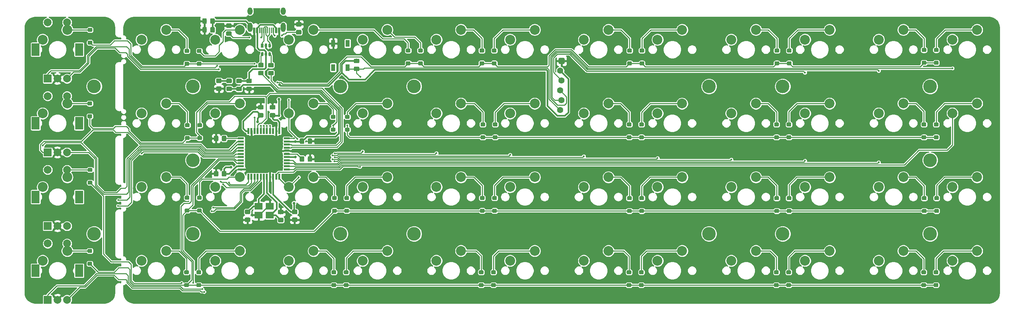
<source format=gbl>
G04 #@! TF.GenerationSoftware,KiCad,Pcbnew,(5.1.4-0)*
G04 #@! TF.CreationDate,2021-04-24T23:51:18-05:00*
G04 #@! TF.ProjectId,Ori,4f72692e-6b69-4636-9164-5f7063625858,rev?*
G04 #@! TF.SameCoordinates,Original*
G04 #@! TF.FileFunction,Copper,L2,Bot*
G04 #@! TF.FilePolarity,Positive*
%FSLAX46Y46*%
G04 Gerber Fmt 4.6, Leading zero omitted, Abs format (unit mm)*
G04 Created by KiCad (PCBNEW (5.1.4-0)) date 2021-04-24 23:51:18*
%MOMM*%
%LPD*%
G04 APERTURE LIST*
%ADD10C,2.540000*%
%ADD11R,2.000000X2.000000*%
%ADD12C,2.000000*%
%ADD13R,2.000000X3.200000*%
%ADD14C,0.100000*%
%ADD15C,1.000000*%
%ADD16C,1.150000*%
%ADD17R,2.100000X1.800000*%
%ADD18C,1.600200*%
%ADD19R,0.500000X1.500000*%
%ADD20R,1.500000X0.500000*%
%ADD21C,0.600000*%
%ADD22O,1.300000X2.400000*%
%ADD23C,0.300000*%
%ADD24O,1.300000X1.900000*%
%ADD25C,0.650000*%
%ADD26R,0.650000X1.060000*%
%ADD27R,1.100000X1.800000*%
%ADD28C,3.500000*%
%ADD29C,0.700000*%
%ADD30C,0.500000*%
%ADD31C,0.250000*%
%ADD32C,0.400000*%
%ADD33C,0.200000*%
G04 APERTURE END LIST*
D10*
X57800486Y-107634312D03*
X64150486Y-105094312D03*
D11*
X59085086Y-98687062D03*
D12*
X61585086Y-98687062D03*
X64085086Y-98687062D03*
D13*
X55985086Y-91187062D03*
X67185086Y-91187062D03*
D12*
X59085086Y-84187062D03*
X64085086Y-84187062D03*
D10*
X57800486Y-69634412D03*
X64150486Y-67094412D03*
D14*
G36*
X98562503Y-90900581D02*
G01*
X98586772Y-90904181D01*
X98610570Y-90910142D01*
X98633670Y-90918407D01*
X98655848Y-90928897D01*
X98676892Y-90941510D01*
X98696597Y-90956124D01*
X98714776Y-90972600D01*
X98731252Y-90990779D01*
X98745866Y-91010484D01*
X98758479Y-91031528D01*
X98768969Y-91053706D01*
X98777234Y-91076806D01*
X98783195Y-91100604D01*
X98786795Y-91124873D01*
X98787999Y-91149377D01*
X98787999Y-91649377D01*
X98786795Y-91673881D01*
X98783195Y-91698150D01*
X98777234Y-91721948D01*
X98768969Y-91745048D01*
X98758479Y-91767226D01*
X98745866Y-91788270D01*
X98731252Y-91807975D01*
X98714776Y-91826154D01*
X98696597Y-91842630D01*
X98676892Y-91857244D01*
X98655848Y-91869857D01*
X98633670Y-91880347D01*
X98610570Y-91888612D01*
X98586772Y-91894573D01*
X98562503Y-91898173D01*
X98537999Y-91899377D01*
X97837999Y-91899377D01*
X97813495Y-91898173D01*
X97789226Y-91894573D01*
X97765428Y-91888612D01*
X97742328Y-91880347D01*
X97720150Y-91869857D01*
X97699106Y-91857244D01*
X97679401Y-91842630D01*
X97661222Y-91826154D01*
X97644746Y-91807975D01*
X97630132Y-91788270D01*
X97617519Y-91767226D01*
X97607029Y-91745048D01*
X97598764Y-91721948D01*
X97592803Y-91698150D01*
X97589203Y-91673881D01*
X97587999Y-91649377D01*
X97587999Y-91149377D01*
X97589203Y-91124873D01*
X97592803Y-91100604D01*
X97598764Y-91076806D01*
X97607029Y-91053706D01*
X97617519Y-91031528D01*
X97630132Y-91010484D01*
X97644746Y-90990779D01*
X97661222Y-90972600D01*
X97679401Y-90956124D01*
X97699106Y-90941510D01*
X97720150Y-90928897D01*
X97742328Y-90918407D01*
X97765428Y-90910142D01*
X97789226Y-90904181D01*
X97813495Y-90900581D01*
X97837999Y-90899377D01*
X98537999Y-90899377D01*
X98562503Y-90900581D01*
X98562503Y-90900581D01*
G37*
D15*
X98187999Y-91399377D03*
D14*
G36*
X98562503Y-94200581D02*
G01*
X98586772Y-94204181D01*
X98610570Y-94210142D01*
X98633670Y-94218407D01*
X98655848Y-94228897D01*
X98676892Y-94241510D01*
X98696597Y-94256124D01*
X98714776Y-94272600D01*
X98731252Y-94290779D01*
X98745866Y-94310484D01*
X98758479Y-94331528D01*
X98768969Y-94353706D01*
X98777234Y-94376806D01*
X98783195Y-94400604D01*
X98786795Y-94424873D01*
X98787999Y-94449377D01*
X98787999Y-94949377D01*
X98786795Y-94973881D01*
X98783195Y-94998150D01*
X98777234Y-95021948D01*
X98768969Y-95045048D01*
X98758479Y-95067226D01*
X98745866Y-95088270D01*
X98731252Y-95107975D01*
X98714776Y-95126154D01*
X98696597Y-95142630D01*
X98676892Y-95157244D01*
X98655848Y-95169857D01*
X98633670Y-95180347D01*
X98610570Y-95188612D01*
X98586772Y-95194573D01*
X98562503Y-95198173D01*
X98537999Y-95199377D01*
X97837999Y-95199377D01*
X97813495Y-95198173D01*
X97789226Y-95194573D01*
X97765428Y-95188612D01*
X97742328Y-95180347D01*
X97720150Y-95169857D01*
X97699106Y-95157244D01*
X97679401Y-95142630D01*
X97661222Y-95126154D01*
X97644746Y-95107975D01*
X97630132Y-95088270D01*
X97617519Y-95067226D01*
X97607029Y-95045048D01*
X97598764Y-95021948D01*
X97592803Y-94998150D01*
X97589203Y-94973881D01*
X97587999Y-94949377D01*
X97587999Y-94449377D01*
X97589203Y-94424873D01*
X97592803Y-94400604D01*
X97598764Y-94376806D01*
X97607029Y-94353706D01*
X97617519Y-94331528D01*
X97630132Y-94310484D01*
X97644746Y-94290779D01*
X97661222Y-94272600D01*
X97679401Y-94256124D01*
X97699106Y-94241510D01*
X97720150Y-94228897D01*
X97742328Y-94218407D01*
X97765428Y-94210142D01*
X97789226Y-94204181D01*
X97813495Y-94200581D01*
X97837999Y-94199377D01*
X98537999Y-94199377D01*
X98562503Y-94200581D01*
X98562503Y-94200581D01*
G37*
D15*
X98187999Y-94699377D03*
D14*
G36*
X103674505Y-60651204D02*
G01*
X103698773Y-60654804D01*
X103722572Y-60660765D01*
X103745671Y-60669030D01*
X103767850Y-60679520D01*
X103788893Y-60692132D01*
X103808599Y-60706747D01*
X103826777Y-60723223D01*
X103843253Y-60741401D01*
X103857868Y-60761107D01*
X103870480Y-60782150D01*
X103880970Y-60804329D01*
X103889235Y-60827428D01*
X103895196Y-60851227D01*
X103898796Y-60875495D01*
X103900000Y-60899999D01*
X103900000Y-61550001D01*
X103898796Y-61574505D01*
X103895196Y-61598773D01*
X103889235Y-61622572D01*
X103880970Y-61645671D01*
X103870480Y-61667850D01*
X103857868Y-61688893D01*
X103843253Y-61708599D01*
X103826777Y-61726777D01*
X103808599Y-61743253D01*
X103788893Y-61757868D01*
X103767850Y-61770480D01*
X103745671Y-61780970D01*
X103722572Y-61789235D01*
X103698773Y-61795196D01*
X103674505Y-61798796D01*
X103650001Y-61800000D01*
X102749999Y-61800000D01*
X102725495Y-61798796D01*
X102701227Y-61795196D01*
X102677428Y-61789235D01*
X102654329Y-61780970D01*
X102632150Y-61770480D01*
X102611107Y-61757868D01*
X102591401Y-61743253D01*
X102573223Y-61726777D01*
X102556747Y-61708599D01*
X102542132Y-61688893D01*
X102529520Y-61667850D01*
X102519030Y-61645671D01*
X102510765Y-61622572D01*
X102504804Y-61598773D01*
X102501204Y-61574505D01*
X102500000Y-61550001D01*
X102500000Y-60899999D01*
X102501204Y-60875495D01*
X102504804Y-60851227D01*
X102510765Y-60827428D01*
X102519030Y-60804329D01*
X102529520Y-60782150D01*
X102542132Y-60761107D01*
X102556747Y-60741401D01*
X102573223Y-60723223D01*
X102591401Y-60706747D01*
X102611107Y-60692132D01*
X102632150Y-60679520D01*
X102654329Y-60669030D01*
X102677428Y-60660765D01*
X102701227Y-60654804D01*
X102725495Y-60651204D01*
X102749999Y-60650000D01*
X103650001Y-60650000D01*
X103674505Y-60651204D01*
X103674505Y-60651204D01*
G37*
D16*
X103200000Y-61225000D03*
D14*
G36*
X103674505Y-62701204D02*
G01*
X103698773Y-62704804D01*
X103722572Y-62710765D01*
X103745671Y-62719030D01*
X103767850Y-62729520D01*
X103788893Y-62742132D01*
X103808599Y-62756747D01*
X103826777Y-62773223D01*
X103843253Y-62791401D01*
X103857868Y-62811107D01*
X103870480Y-62832150D01*
X103880970Y-62854329D01*
X103889235Y-62877428D01*
X103895196Y-62901227D01*
X103898796Y-62925495D01*
X103900000Y-62949999D01*
X103900000Y-63600001D01*
X103898796Y-63624505D01*
X103895196Y-63648773D01*
X103889235Y-63672572D01*
X103880970Y-63695671D01*
X103870480Y-63717850D01*
X103857868Y-63738893D01*
X103843253Y-63758599D01*
X103826777Y-63776777D01*
X103808599Y-63793253D01*
X103788893Y-63807868D01*
X103767850Y-63820480D01*
X103745671Y-63830970D01*
X103722572Y-63839235D01*
X103698773Y-63845196D01*
X103674505Y-63848796D01*
X103650001Y-63850000D01*
X102749999Y-63850000D01*
X102725495Y-63848796D01*
X102701227Y-63845196D01*
X102677428Y-63839235D01*
X102654329Y-63830970D01*
X102632150Y-63820480D01*
X102611107Y-63807868D01*
X102591401Y-63793253D01*
X102573223Y-63776777D01*
X102556747Y-63758599D01*
X102542132Y-63738893D01*
X102529520Y-63717850D01*
X102519030Y-63695671D01*
X102510765Y-63672572D01*
X102504804Y-63648773D01*
X102501204Y-63624505D01*
X102500000Y-63600001D01*
X102500000Y-62949999D01*
X102501204Y-62925495D01*
X102504804Y-62901227D01*
X102510765Y-62877428D01*
X102519030Y-62854329D01*
X102529520Y-62832150D01*
X102542132Y-62811107D01*
X102556747Y-62791401D01*
X102573223Y-62773223D01*
X102591401Y-62756747D01*
X102611107Y-62742132D01*
X102632150Y-62729520D01*
X102654329Y-62719030D01*
X102677428Y-62710765D01*
X102701227Y-62704804D01*
X102725495Y-62701204D01*
X102749999Y-62700000D01*
X103650001Y-62700000D01*
X103674505Y-62701204D01*
X103674505Y-62701204D01*
G37*
D16*
X103200000Y-63275000D03*
D14*
G36*
X127024505Y-76101204D02*
G01*
X127048773Y-76104804D01*
X127072572Y-76110765D01*
X127095671Y-76119030D01*
X127117850Y-76129520D01*
X127138893Y-76142132D01*
X127158599Y-76156747D01*
X127176777Y-76173223D01*
X127193253Y-76191401D01*
X127207868Y-76211107D01*
X127220480Y-76232150D01*
X127230970Y-76254329D01*
X127239235Y-76277428D01*
X127245196Y-76301227D01*
X127248796Y-76325495D01*
X127250000Y-76349999D01*
X127250000Y-77250001D01*
X127248796Y-77274505D01*
X127245196Y-77298773D01*
X127239235Y-77322572D01*
X127230970Y-77345671D01*
X127220480Y-77367850D01*
X127207868Y-77388893D01*
X127193253Y-77408599D01*
X127176777Y-77426777D01*
X127158599Y-77443253D01*
X127138893Y-77457868D01*
X127117850Y-77470480D01*
X127095671Y-77480970D01*
X127072572Y-77489235D01*
X127048773Y-77495196D01*
X127024505Y-77498796D01*
X127000001Y-77500000D01*
X126349999Y-77500000D01*
X126325495Y-77498796D01*
X126301227Y-77495196D01*
X126277428Y-77489235D01*
X126254329Y-77480970D01*
X126232150Y-77470480D01*
X126211107Y-77457868D01*
X126191401Y-77443253D01*
X126173223Y-77426777D01*
X126156747Y-77408599D01*
X126142132Y-77388893D01*
X126129520Y-77367850D01*
X126119030Y-77345671D01*
X126110765Y-77322572D01*
X126104804Y-77298773D01*
X126101204Y-77274505D01*
X126100000Y-77250001D01*
X126100000Y-76349999D01*
X126101204Y-76325495D01*
X126104804Y-76301227D01*
X126110765Y-76277428D01*
X126119030Y-76254329D01*
X126129520Y-76232150D01*
X126142132Y-76211107D01*
X126156747Y-76191401D01*
X126173223Y-76173223D01*
X126191401Y-76156747D01*
X126211107Y-76142132D01*
X126232150Y-76129520D01*
X126254329Y-76119030D01*
X126277428Y-76110765D01*
X126301227Y-76104804D01*
X126325495Y-76101204D01*
X126349999Y-76100000D01*
X127000001Y-76100000D01*
X127024505Y-76101204D01*
X127024505Y-76101204D01*
G37*
D16*
X126675000Y-76800000D03*
D14*
G36*
X124974505Y-76101204D02*
G01*
X124998773Y-76104804D01*
X125022572Y-76110765D01*
X125045671Y-76119030D01*
X125067850Y-76129520D01*
X125088893Y-76142132D01*
X125108599Y-76156747D01*
X125126777Y-76173223D01*
X125143253Y-76191401D01*
X125157868Y-76211107D01*
X125170480Y-76232150D01*
X125180970Y-76254329D01*
X125189235Y-76277428D01*
X125195196Y-76301227D01*
X125198796Y-76325495D01*
X125200000Y-76349999D01*
X125200000Y-77250001D01*
X125198796Y-77274505D01*
X125195196Y-77298773D01*
X125189235Y-77322572D01*
X125180970Y-77345671D01*
X125170480Y-77367850D01*
X125157868Y-77388893D01*
X125143253Y-77408599D01*
X125126777Y-77426777D01*
X125108599Y-77443253D01*
X125088893Y-77457868D01*
X125067850Y-77470480D01*
X125045671Y-77480970D01*
X125022572Y-77489235D01*
X124998773Y-77495196D01*
X124974505Y-77498796D01*
X124950001Y-77500000D01*
X124299999Y-77500000D01*
X124275495Y-77498796D01*
X124251227Y-77495196D01*
X124227428Y-77489235D01*
X124204329Y-77480970D01*
X124182150Y-77470480D01*
X124161107Y-77457868D01*
X124141401Y-77443253D01*
X124123223Y-77426777D01*
X124106747Y-77408599D01*
X124092132Y-77388893D01*
X124079520Y-77367850D01*
X124069030Y-77345671D01*
X124060765Y-77322572D01*
X124054804Y-77298773D01*
X124051204Y-77274505D01*
X124050000Y-77250001D01*
X124050000Y-76349999D01*
X124051204Y-76325495D01*
X124054804Y-76301227D01*
X124060765Y-76277428D01*
X124069030Y-76254329D01*
X124079520Y-76232150D01*
X124092132Y-76211107D01*
X124106747Y-76191401D01*
X124123223Y-76173223D01*
X124141401Y-76156747D01*
X124161107Y-76142132D01*
X124182150Y-76129520D01*
X124204329Y-76119030D01*
X124227428Y-76110765D01*
X124251227Y-76104804D01*
X124275495Y-76101204D01*
X124299999Y-76100000D01*
X124950001Y-76100000D01*
X124974505Y-76101204D01*
X124974505Y-76101204D01*
G37*
D16*
X124625000Y-76800000D03*
D14*
G36*
X102849505Y-84501204D02*
G01*
X102873773Y-84504804D01*
X102897572Y-84510765D01*
X102920671Y-84519030D01*
X102942850Y-84529520D01*
X102963893Y-84542132D01*
X102983599Y-84556747D01*
X103001777Y-84573223D01*
X103018253Y-84591401D01*
X103032868Y-84611107D01*
X103045480Y-84632150D01*
X103055970Y-84654329D01*
X103064235Y-84677428D01*
X103070196Y-84701227D01*
X103073796Y-84725495D01*
X103075000Y-84749999D01*
X103075000Y-85650001D01*
X103073796Y-85674505D01*
X103070196Y-85698773D01*
X103064235Y-85722572D01*
X103055970Y-85745671D01*
X103045480Y-85767850D01*
X103032868Y-85788893D01*
X103018253Y-85808599D01*
X103001777Y-85826777D01*
X102983599Y-85843253D01*
X102963893Y-85857868D01*
X102942850Y-85870480D01*
X102920671Y-85880970D01*
X102897572Y-85889235D01*
X102873773Y-85895196D01*
X102849505Y-85898796D01*
X102825001Y-85900000D01*
X102174999Y-85900000D01*
X102150495Y-85898796D01*
X102126227Y-85895196D01*
X102102428Y-85889235D01*
X102079329Y-85880970D01*
X102057150Y-85870480D01*
X102036107Y-85857868D01*
X102016401Y-85843253D01*
X101998223Y-85826777D01*
X101981747Y-85808599D01*
X101967132Y-85788893D01*
X101954520Y-85767850D01*
X101944030Y-85745671D01*
X101935765Y-85722572D01*
X101929804Y-85698773D01*
X101926204Y-85674505D01*
X101925000Y-85650001D01*
X101925000Y-84749999D01*
X101926204Y-84725495D01*
X101929804Y-84701227D01*
X101935765Y-84677428D01*
X101944030Y-84654329D01*
X101954520Y-84632150D01*
X101967132Y-84611107D01*
X101981747Y-84591401D01*
X101998223Y-84573223D01*
X102016401Y-84556747D01*
X102036107Y-84542132D01*
X102057150Y-84529520D01*
X102079329Y-84519030D01*
X102102428Y-84510765D01*
X102126227Y-84504804D01*
X102150495Y-84501204D01*
X102174999Y-84500000D01*
X102825001Y-84500000D01*
X102849505Y-84501204D01*
X102849505Y-84501204D01*
G37*
D16*
X102500000Y-85200000D03*
D14*
G36*
X104899505Y-84501204D02*
G01*
X104923773Y-84504804D01*
X104947572Y-84510765D01*
X104970671Y-84519030D01*
X104992850Y-84529520D01*
X105013893Y-84542132D01*
X105033599Y-84556747D01*
X105051777Y-84573223D01*
X105068253Y-84591401D01*
X105082868Y-84611107D01*
X105095480Y-84632150D01*
X105105970Y-84654329D01*
X105114235Y-84677428D01*
X105120196Y-84701227D01*
X105123796Y-84725495D01*
X105125000Y-84749999D01*
X105125000Y-85650001D01*
X105123796Y-85674505D01*
X105120196Y-85698773D01*
X105114235Y-85722572D01*
X105105970Y-85745671D01*
X105095480Y-85767850D01*
X105082868Y-85788893D01*
X105068253Y-85808599D01*
X105051777Y-85826777D01*
X105033599Y-85843253D01*
X105013893Y-85857868D01*
X104992850Y-85870480D01*
X104970671Y-85880970D01*
X104947572Y-85889235D01*
X104923773Y-85895196D01*
X104899505Y-85898796D01*
X104875001Y-85900000D01*
X104224999Y-85900000D01*
X104200495Y-85898796D01*
X104176227Y-85895196D01*
X104152428Y-85889235D01*
X104129329Y-85880970D01*
X104107150Y-85870480D01*
X104086107Y-85857868D01*
X104066401Y-85843253D01*
X104048223Y-85826777D01*
X104031747Y-85808599D01*
X104017132Y-85788893D01*
X104004520Y-85767850D01*
X103994030Y-85745671D01*
X103985765Y-85722572D01*
X103979804Y-85698773D01*
X103976204Y-85674505D01*
X103975000Y-85650001D01*
X103975000Y-84749999D01*
X103976204Y-84725495D01*
X103979804Y-84701227D01*
X103985765Y-84677428D01*
X103994030Y-84654329D01*
X104004520Y-84632150D01*
X104017132Y-84611107D01*
X104031747Y-84591401D01*
X104048223Y-84573223D01*
X104066401Y-84556747D01*
X104086107Y-84542132D01*
X104107150Y-84529520D01*
X104129329Y-84519030D01*
X104152428Y-84510765D01*
X104176227Y-84504804D01*
X104200495Y-84501204D01*
X104224999Y-84500000D01*
X104875001Y-84500000D01*
X104899505Y-84501204D01*
X104899505Y-84501204D01*
G37*
D16*
X104550000Y-85200000D03*
D14*
G36*
X247406503Y-52945581D02*
G01*
X247430772Y-52949181D01*
X247454570Y-52955142D01*
X247477670Y-52963407D01*
X247499848Y-52973897D01*
X247520892Y-52986510D01*
X247540597Y-53001124D01*
X247558776Y-53017600D01*
X247575252Y-53035779D01*
X247589866Y-53055484D01*
X247602479Y-53076528D01*
X247612969Y-53098706D01*
X247621234Y-53121806D01*
X247627195Y-53145604D01*
X247630795Y-53169873D01*
X247631999Y-53194377D01*
X247631999Y-53694377D01*
X247630795Y-53718881D01*
X247627195Y-53743150D01*
X247621234Y-53766948D01*
X247612969Y-53790048D01*
X247602479Y-53812226D01*
X247589866Y-53833270D01*
X247575252Y-53852975D01*
X247558776Y-53871154D01*
X247540597Y-53887630D01*
X247520892Y-53902244D01*
X247499848Y-53914857D01*
X247477670Y-53925347D01*
X247454570Y-53933612D01*
X247430772Y-53939573D01*
X247406503Y-53943173D01*
X247381999Y-53944377D01*
X246681999Y-53944377D01*
X246657495Y-53943173D01*
X246633226Y-53939573D01*
X246609428Y-53933612D01*
X246586328Y-53925347D01*
X246564150Y-53914857D01*
X246543106Y-53902244D01*
X246523401Y-53887630D01*
X246505222Y-53871154D01*
X246488746Y-53852975D01*
X246474132Y-53833270D01*
X246461519Y-53812226D01*
X246451029Y-53790048D01*
X246442764Y-53766948D01*
X246436803Y-53743150D01*
X246433203Y-53718881D01*
X246431999Y-53694377D01*
X246431999Y-53194377D01*
X246433203Y-53169873D01*
X246436803Y-53145604D01*
X246442764Y-53121806D01*
X246451029Y-53098706D01*
X246461519Y-53076528D01*
X246474132Y-53055484D01*
X246488746Y-53035779D01*
X246505222Y-53017600D01*
X246523401Y-53001124D01*
X246543106Y-52986510D01*
X246564150Y-52973897D01*
X246586328Y-52963407D01*
X246609428Y-52955142D01*
X246633226Y-52949181D01*
X246657495Y-52945581D01*
X246681999Y-52944377D01*
X247381999Y-52944377D01*
X247406503Y-52945581D01*
X247406503Y-52945581D01*
G37*
D15*
X247031999Y-53444377D03*
D14*
G36*
X247406503Y-56245581D02*
G01*
X247430772Y-56249181D01*
X247454570Y-56255142D01*
X247477670Y-56263407D01*
X247499848Y-56273897D01*
X247520892Y-56286510D01*
X247540597Y-56301124D01*
X247558776Y-56317600D01*
X247575252Y-56335779D01*
X247589866Y-56355484D01*
X247602479Y-56376528D01*
X247612969Y-56398706D01*
X247621234Y-56421806D01*
X247627195Y-56445604D01*
X247630795Y-56469873D01*
X247631999Y-56494377D01*
X247631999Y-56994377D01*
X247630795Y-57018881D01*
X247627195Y-57043150D01*
X247621234Y-57066948D01*
X247612969Y-57090048D01*
X247602479Y-57112226D01*
X247589866Y-57133270D01*
X247575252Y-57152975D01*
X247558776Y-57171154D01*
X247540597Y-57187630D01*
X247520892Y-57202244D01*
X247499848Y-57214857D01*
X247477670Y-57225347D01*
X247454570Y-57233612D01*
X247430772Y-57239573D01*
X247406503Y-57243173D01*
X247381999Y-57244377D01*
X246681999Y-57244377D01*
X246657495Y-57243173D01*
X246633226Y-57239573D01*
X246609428Y-57233612D01*
X246586328Y-57225347D01*
X246564150Y-57214857D01*
X246543106Y-57202244D01*
X246523401Y-57187630D01*
X246505222Y-57171154D01*
X246488746Y-57152975D01*
X246474132Y-57133270D01*
X246461519Y-57112226D01*
X246451029Y-57090048D01*
X246442764Y-57066948D01*
X246436803Y-57043150D01*
X246433203Y-57018881D01*
X246431999Y-56994377D01*
X246431999Y-56494377D01*
X246433203Y-56469873D01*
X246436803Y-56445604D01*
X246442764Y-56421806D01*
X246451029Y-56398706D01*
X246461519Y-56376528D01*
X246474132Y-56355484D01*
X246488746Y-56335779D01*
X246505222Y-56317600D01*
X246523401Y-56301124D01*
X246543106Y-56286510D01*
X246564150Y-56273897D01*
X246586328Y-56263407D01*
X246609428Y-56255142D01*
X246633226Y-56249181D01*
X246657495Y-56245581D01*
X246681999Y-56244377D01*
X247381999Y-56244377D01*
X247406503Y-56245581D01*
X247406503Y-56245581D01*
G37*
D15*
X247031999Y-56744377D03*
D11*
X59085086Y-79687112D03*
D12*
X61585086Y-79687112D03*
X64085086Y-79687112D03*
D13*
X55985086Y-72187112D03*
X67185086Y-72187112D03*
D12*
X59085086Y-65187112D03*
X64085086Y-65187112D03*
D11*
X59085086Y-117687012D03*
D12*
X61585086Y-117687012D03*
X64085086Y-117687012D03*
D13*
X55985086Y-110187012D03*
X67185086Y-110187012D03*
D12*
X59085086Y-103187012D03*
X64085086Y-103187012D03*
D11*
X59085086Y-60687162D03*
D12*
X61585086Y-60687162D03*
X64085086Y-60687162D03*
D13*
X55985086Y-53187162D03*
X67185086Y-53187162D03*
D12*
X59085086Y-46187162D03*
X64085086Y-46187162D03*
D14*
G36*
X106321505Y-62739204D02*
G01*
X106345773Y-62742804D01*
X106369572Y-62748765D01*
X106392671Y-62757030D01*
X106414850Y-62767520D01*
X106435893Y-62780132D01*
X106455599Y-62794747D01*
X106473777Y-62811223D01*
X106490253Y-62829401D01*
X106504868Y-62849107D01*
X106517480Y-62870150D01*
X106527970Y-62892329D01*
X106536235Y-62915428D01*
X106542196Y-62939227D01*
X106545796Y-62963495D01*
X106547000Y-62987999D01*
X106547000Y-63638001D01*
X106545796Y-63662505D01*
X106542196Y-63686773D01*
X106536235Y-63710572D01*
X106527970Y-63733671D01*
X106517480Y-63755850D01*
X106504868Y-63776893D01*
X106490253Y-63796599D01*
X106473777Y-63814777D01*
X106455599Y-63831253D01*
X106435893Y-63845868D01*
X106414850Y-63858480D01*
X106392671Y-63868970D01*
X106369572Y-63877235D01*
X106345773Y-63883196D01*
X106321505Y-63886796D01*
X106297001Y-63888000D01*
X105396999Y-63888000D01*
X105372495Y-63886796D01*
X105348227Y-63883196D01*
X105324428Y-63877235D01*
X105301329Y-63868970D01*
X105279150Y-63858480D01*
X105258107Y-63845868D01*
X105238401Y-63831253D01*
X105220223Y-63814777D01*
X105203747Y-63796599D01*
X105189132Y-63776893D01*
X105176520Y-63755850D01*
X105166030Y-63733671D01*
X105157765Y-63710572D01*
X105151804Y-63686773D01*
X105148204Y-63662505D01*
X105147000Y-63638001D01*
X105147000Y-62987999D01*
X105148204Y-62963495D01*
X105151804Y-62939227D01*
X105157765Y-62915428D01*
X105166030Y-62892329D01*
X105176520Y-62870150D01*
X105189132Y-62849107D01*
X105203747Y-62829401D01*
X105220223Y-62811223D01*
X105238401Y-62794747D01*
X105258107Y-62780132D01*
X105279150Y-62767520D01*
X105301329Y-62757030D01*
X105324428Y-62748765D01*
X105348227Y-62742804D01*
X105372495Y-62739204D01*
X105396999Y-62738000D01*
X106297001Y-62738000D01*
X106321505Y-62739204D01*
X106321505Y-62739204D01*
G37*
D16*
X105847000Y-63313000D03*
D14*
G36*
X106321505Y-60689204D02*
G01*
X106345773Y-60692804D01*
X106369572Y-60698765D01*
X106392671Y-60707030D01*
X106414850Y-60717520D01*
X106435893Y-60730132D01*
X106455599Y-60744747D01*
X106473777Y-60761223D01*
X106490253Y-60779401D01*
X106504868Y-60799107D01*
X106517480Y-60820150D01*
X106527970Y-60842329D01*
X106536235Y-60865428D01*
X106542196Y-60889227D01*
X106545796Y-60913495D01*
X106547000Y-60937999D01*
X106547000Y-61588001D01*
X106545796Y-61612505D01*
X106542196Y-61636773D01*
X106536235Y-61660572D01*
X106527970Y-61683671D01*
X106517480Y-61705850D01*
X106504868Y-61726893D01*
X106490253Y-61746599D01*
X106473777Y-61764777D01*
X106455599Y-61781253D01*
X106435893Y-61795868D01*
X106414850Y-61808480D01*
X106392671Y-61818970D01*
X106369572Y-61827235D01*
X106345773Y-61833196D01*
X106321505Y-61836796D01*
X106297001Y-61838000D01*
X105396999Y-61838000D01*
X105372495Y-61836796D01*
X105348227Y-61833196D01*
X105324428Y-61827235D01*
X105301329Y-61818970D01*
X105279150Y-61808480D01*
X105258107Y-61795868D01*
X105238401Y-61781253D01*
X105220223Y-61764777D01*
X105203747Y-61746599D01*
X105189132Y-61726893D01*
X105176520Y-61705850D01*
X105166030Y-61683671D01*
X105157765Y-61660572D01*
X105151804Y-61636773D01*
X105148204Y-61612505D01*
X105147000Y-61588001D01*
X105147000Y-60937999D01*
X105148204Y-60913495D01*
X105151804Y-60889227D01*
X105157765Y-60865428D01*
X105166030Y-60842329D01*
X105176520Y-60820150D01*
X105189132Y-60799107D01*
X105203747Y-60779401D01*
X105220223Y-60761223D01*
X105238401Y-60744747D01*
X105258107Y-60730132D01*
X105279150Y-60717520D01*
X105301329Y-60707030D01*
X105324428Y-60698765D01*
X105348227Y-60692804D01*
X105372495Y-60689204D01*
X105396999Y-60688000D01*
X106297001Y-60688000D01*
X106321505Y-60689204D01*
X106321505Y-60689204D01*
G37*
D16*
X105847000Y-61263000D03*
D14*
G36*
X111474505Y-62751204D02*
G01*
X111498773Y-62754804D01*
X111522572Y-62760765D01*
X111545671Y-62769030D01*
X111567850Y-62779520D01*
X111588893Y-62792132D01*
X111608599Y-62806747D01*
X111626777Y-62823223D01*
X111643253Y-62841401D01*
X111657868Y-62861107D01*
X111670480Y-62882150D01*
X111680970Y-62904329D01*
X111689235Y-62927428D01*
X111695196Y-62951227D01*
X111698796Y-62975495D01*
X111700000Y-62999999D01*
X111700000Y-63650001D01*
X111698796Y-63674505D01*
X111695196Y-63698773D01*
X111689235Y-63722572D01*
X111680970Y-63745671D01*
X111670480Y-63767850D01*
X111657868Y-63788893D01*
X111643253Y-63808599D01*
X111626777Y-63826777D01*
X111608599Y-63843253D01*
X111588893Y-63857868D01*
X111567850Y-63870480D01*
X111545671Y-63880970D01*
X111522572Y-63889235D01*
X111498773Y-63895196D01*
X111474505Y-63898796D01*
X111450001Y-63900000D01*
X110549999Y-63900000D01*
X110525495Y-63898796D01*
X110501227Y-63895196D01*
X110477428Y-63889235D01*
X110454329Y-63880970D01*
X110432150Y-63870480D01*
X110411107Y-63857868D01*
X110391401Y-63843253D01*
X110373223Y-63826777D01*
X110356747Y-63808599D01*
X110342132Y-63788893D01*
X110329520Y-63767850D01*
X110319030Y-63745671D01*
X110310765Y-63722572D01*
X110304804Y-63698773D01*
X110301204Y-63674505D01*
X110300000Y-63650001D01*
X110300000Y-62999999D01*
X110301204Y-62975495D01*
X110304804Y-62951227D01*
X110310765Y-62927428D01*
X110319030Y-62904329D01*
X110329520Y-62882150D01*
X110342132Y-62861107D01*
X110356747Y-62841401D01*
X110373223Y-62823223D01*
X110391401Y-62806747D01*
X110411107Y-62792132D01*
X110432150Y-62779520D01*
X110454329Y-62769030D01*
X110477428Y-62760765D01*
X110501227Y-62754804D01*
X110525495Y-62751204D01*
X110549999Y-62750000D01*
X111450001Y-62750000D01*
X111474505Y-62751204D01*
X111474505Y-62751204D01*
G37*
D16*
X111000000Y-63325000D03*
D14*
G36*
X111474505Y-60701204D02*
G01*
X111498773Y-60704804D01*
X111522572Y-60710765D01*
X111545671Y-60719030D01*
X111567850Y-60729520D01*
X111588893Y-60742132D01*
X111608599Y-60756747D01*
X111626777Y-60773223D01*
X111643253Y-60791401D01*
X111657868Y-60811107D01*
X111670480Y-60832150D01*
X111680970Y-60854329D01*
X111689235Y-60877428D01*
X111695196Y-60901227D01*
X111698796Y-60925495D01*
X111700000Y-60949999D01*
X111700000Y-61600001D01*
X111698796Y-61624505D01*
X111695196Y-61648773D01*
X111689235Y-61672572D01*
X111680970Y-61695671D01*
X111670480Y-61717850D01*
X111657868Y-61738893D01*
X111643253Y-61758599D01*
X111626777Y-61776777D01*
X111608599Y-61793253D01*
X111588893Y-61807868D01*
X111567850Y-61820480D01*
X111545671Y-61830970D01*
X111522572Y-61839235D01*
X111498773Y-61845196D01*
X111474505Y-61848796D01*
X111450001Y-61850000D01*
X110549999Y-61850000D01*
X110525495Y-61848796D01*
X110501227Y-61845196D01*
X110477428Y-61839235D01*
X110454329Y-61830970D01*
X110432150Y-61820480D01*
X110411107Y-61807868D01*
X110391401Y-61793253D01*
X110373223Y-61776777D01*
X110356747Y-61758599D01*
X110342132Y-61738893D01*
X110329520Y-61717850D01*
X110319030Y-61695671D01*
X110310765Y-61672572D01*
X110304804Y-61648773D01*
X110301204Y-61624505D01*
X110300000Y-61600001D01*
X110300000Y-60949999D01*
X110301204Y-60925495D01*
X110304804Y-60901227D01*
X110310765Y-60877428D01*
X110319030Y-60854329D01*
X110329520Y-60832150D01*
X110342132Y-60811107D01*
X110356747Y-60791401D01*
X110373223Y-60773223D01*
X110391401Y-60756747D01*
X110411107Y-60742132D01*
X110432150Y-60729520D01*
X110454329Y-60719030D01*
X110477428Y-60710765D01*
X110501227Y-60704804D01*
X110525495Y-60701204D01*
X110549999Y-60700000D01*
X111450001Y-60700000D01*
X111474505Y-60701204D01*
X111474505Y-60701204D01*
G37*
D16*
X111000000Y-61275000D03*
D14*
G36*
X99874505Y-47401204D02*
G01*
X99898773Y-47404804D01*
X99922572Y-47410765D01*
X99945671Y-47419030D01*
X99967850Y-47429520D01*
X99988893Y-47442132D01*
X100008599Y-47456747D01*
X100026777Y-47473223D01*
X100043253Y-47491401D01*
X100057868Y-47511107D01*
X100070480Y-47532150D01*
X100080970Y-47554329D01*
X100089235Y-47577428D01*
X100095196Y-47601227D01*
X100098796Y-47625495D01*
X100100000Y-47649999D01*
X100100000Y-48550001D01*
X100098796Y-48574505D01*
X100095196Y-48598773D01*
X100089235Y-48622572D01*
X100080970Y-48645671D01*
X100070480Y-48667850D01*
X100057868Y-48688893D01*
X100043253Y-48708599D01*
X100026777Y-48726777D01*
X100008599Y-48743253D01*
X99988893Y-48757868D01*
X99967850Y-48770480D01*
X99945671Y-48780970D01*
X99922572Y-48789235D01*
X99898773Y-48795196D01*
X99874505Y-48798796D01*
X99850001Y-48800000D01*
X99199999Y-48800000D01*
X99175495Y-48798796D01*
X99151227Y-48795196D01*
X99127428Y-48789235D01*
X99104329Y-48780970D01*
X99082150Y-48770480D01*
X99061107Y-48757868D01*
X99041401Y-48743253D01*
X99023223Y-48726777D01*
X99006747Y-48708599D01*
X98992132Y-48688893D01*
X98979520Y-48667850D01*
X98969030Y-48645671D01*
X98960765Y-48622572D01*
X98954804Y-48598773D01*
X98951204Y-48574505D01*
X98950000Y-48550001D01*
X98950000Y-47649999D01*
X98951204Y-47625495D01*
X98954804Y-47601227D01*
X98960765Y-47577428D01*
X98969030Y-47554329D01*
X98979520Y-47532150D01*
X98992132Y-47511107D01*
X99006747Y-47491401D01*
X99023223Y-47473223D01*
X99041401Y-47456747D01*
X99061107Y-47442132D01*
X99082150Y-47429520D01*
X99104329Y-47419030D01*
X99127428Y-47410765D01*
X99151227Y-47404804D01*
X99175495Y-47401204D01*
X99199999Y-47400000D01*
X99850001Y-47400000D01*
X99874505Y-47401204D01*
X99874505Y-47401204D01*
G37*
D16*
X99525000Y-48100000D03*
D14*
G36*
X101924505Y-47401204D02*
G01*
X101948773Y-47404804D01*
X101972572Y-47410765D01*
X101995671Y-47419030D01*
X102017850Y-47429520D01*
X102038893Y-47442132D01*
X102058599Y-47456747D01*
X102076777Y-47473223D01*
X102093253Y-47491401D01*
X102107868Y-47511107D01*
X102120480Y-47532150D01*
X102130970Y-47554329D01*
X102139235Y-47577428D01*
X102145196Y-47601227D01*
X102148796Y-47625495D01*
X102150000Y-47649999D01*
X102150000Y-48550001D01*
X102148796Y-48574505D01*
X102145196Y-48598773D01*
X102139235Y-48622572D01*
X102130970Y-48645671D01*
X102120480Y-48667850D01*
X102107868Y-48688893D01*
X102093253Y-48708599D01*
X102076777Y-48726777D01*
X102058599Y-48743253D01*
X102038893Y-48757868D01*
X102017850Y-48770480D01*
X101995671Y-48780970D01*
X101972572Y-48789235D01*
X101948773Y-48795196D01*
X101924505Y-48798796D01*
X101900001Y-48800000D01*
X101249999Y-48800000D01*
X101225495Y-48798796D01*
X101201227Y-48795196D01*
X101177428Y-48789235D01*
X101154329Y-48780970D01*
X101132150Y-48770480D01*
X101111107Y-48757868D01*
X101091401Y-48743253D01*
X101073223Y-48726777D01*
X101056747Y-48708599D01*
X101042132Y-48688893D01*
X101029520Y-48667850D01*
X101019030Y-48645671D01*
X101010765Y-48622572D01*
X101004804Y-48598773D01*
X101001204Y-48574505D01*
X101000000Y-48550001D01*
X101000000Y-47649999D01*
X101001204Y-47625495D01*
X101004804Y-47601227D01*
X101010765Y-47577428D01*
X101019030Y-47554329D01*
X101029520Y-47532150D01*
X101042132Y-47511107D01*
X101056747Y-47491401D01*
X101073223Y-47473223D01*
X101091401Y-47456747D01*
X101111107Y-47442132D01*
X101132150Y-47429520D01*
X101154329Y-47419030D01*
X101177428Y-47410765D01*
X101201227Y-47404804D01*
X101225495Y-47401204D01*
X101249999Y-47400000D01*
X101900001Y-47400000D01*
X101924505Y-47401204D01*
X101924505Y-47401204D01*
G37*
D16*
X101575000Y-48100000D03*
D14*
G36*
X99874505Y-45151204D02*
G01*
X99898773Y-45154804D01*
X99922572Y-45160765D01*
X99945671Y-45169030D01*
X99967850Y-45179520D01*
X99988893Y-45192132D01*
X100008599Y-45206747D01*
X100026777Y-45223223D01*
X100043253Y-45241401D01*
X100057868Y-45261107D01*
X100070480Y-45282150D01*
X100080970Y-45304329D01*
X100089235Y-45327428D01*
X100095196Y-45351227D01*
X100098796Y-45375495D01*
X100100000Y-45399999D01*
X100100000Y-46300001D01*
X100098796Y-46324505D01*
X100095196Y-46348773D01*
X100089235Y-46372572D01*
X100080970Y-46395671D01*
X100070480Y-46417850D01*
X100057868Y-46438893D01*
X100043253Y-46458599D01*
X100026777Y-46476777D01*
X100008599Y-46493253D01*
X99988893Y-46507868D01*
X99967850Y-46520480D01*
X99945671Y-46530970D01*
X99922572Y-46539235D01*
X99898773Y-46545196D01*
X99874505Y-46548796D01*
X99850001Y-46550000D01*
X99199999Y-46550000D01*
X99175495Y-46548796D01*
X99151227Y-46545196D01*
X99127428Y-46539235D01*
X99104329Y-46530970D01*
X99082150Y-46520480D01*
X99061107Y-46507868D01*
X99041401Y-46493253D01*
X99023223Y-46476777D01*
X99006747Y-46458599D01*
X98992132Y-46438893D01*
X98979520Y-46417850D01*
X98969030Y-46395671D01*
X98960765Y-46372572D01*
X98954804Y-46348773D01*
X98951204Y-46324505D01*
X98950000Y-46300001D01*
X98950000Y-45399999D01*
X98951204Y-45375495D01*
X98954804Y-45351227D01*
X98960765Y-45327428D01*
X98969030Y-45304329D01*
X98979520Y-45282150D01*
X98992132Y-45261107D01*
X99006747Y-45241401D01*
X99023223Y-45223223D01*
X99041401Y-45206747D01*
X99061107Y-45192132D01*
X99082150Y-45179520D01*
X99104329Y-45169030D01*
X99127428Y-45160765D01*
X99151227Y-45154804D01*
X99175495Y-45151204D01*
X99199999Y-45150000D01*
X99850001Y-45150000D01*
X99874505Y-45151204D01*
X99874505Y-45151204D01*
G37*
D16*
X99525000Y-45850000D03*
D14*
G36*
X101924505Y-45151204D02*
G01*
X101948773Y-45154804D01*
X101972572Y-45160765D01*
X101995671Y-45169030D01*
X102017850Y-45179520D01*
X102038893Y-45192132D01*
X102058599Y-45206747D01*
X102076777Y-45223223D01*
X102093253Y-45241401D01*
X102107868Y-45261107D01*
X102120480Y-45282150D01*
X102130970Y-45304329D01*
X102139235Y-45327428D01*
X102145196Y-45351227D01*
X102148796Y-45375495D01*
X102150000Y-45399999D01*
X102150000Y-46300001D01*
X102148796Y-46324505D01*
X102145196Y-46348773D01*
X102139235Y-46372572D01*
X102130970Y-46395671D01*
X102120480Y-46417850D01*
X102107868Y-46438893D01*
X102093253Y-46458599D01*
X102076777Y-46476777D01*
X102058599Y-46493253D01*
X102038893Y-46507868D01*
X102017850Y-46520480D01*
X101995671Y-46530970D01*
X101972572Y-46539235D01*
X101948773Y-46545196D01*
X101924505Y-46548796D01*
X101900001Y-46550000D01*
X101249999Y-46550000D01*
X101225495Y-46548796D01*
X101201227Y-46545196D01*
X101177428Y-46539235D01*
X101154329Y-46530970D01*
X101132150Y-46520480D01*
X101111107Y-46507868D01*
X101091401Y-46493253D01*
X101073223Y-46476777D01*
X101056747Y-46458599D01*
X101042132Y-46438893D01*
X101029520Y-46417850D01*
X101019030Y-46395671D01*
X101010765Y-46372572D01*
X101004804Y-46348773D01*
X101001204Y-46324505D01*
X101000000Y-46300001D01*
X101000000Y-45399999D01*
X101001204Y-45375495D01*
X101004804Y-45351227D01*
X101010765Y-45327428D01*
X101019030Y-45304329D01*
X101029520Y-45282150D01*
X101042132Y-45261107D01*
X101056747Y-45241401D01*
X101073223Y-45223223D01*
X101091401Y-45206747D01*
X101111107Y-45192132D01*
X101132150Y-45179520D01*
X101154329Y-45169030D01*
X101177428Y-45160765D01*
X101201227Y-45154804D01*
X101225495Y-45151204D01*
X101249999Y-45150000D01*
X101900001Y-45150000D01*
X101924505Y-45151204D01*
X101924505Y-45151204D01*
G37*
D16*
X101575000Y-45850000D03*
D14*
G36*
X139183505Y-55549204D02*
G01*
X139207773Y-55552804D01*
X139231572Y-55558765D01*
X139254671Y-55567030D01*
X139276850Y-55577520D01*
X139297893Y-55590132D01*
X139317599Y-55604747D01*
X139335777Y-55621223D01*
X139352253Y-55639401D01*
X139366868Y-55659107D01*
X139379480Y-55680150D01*
X139389970Y-55702329D01*
X139398235Y-55725428D01*
X139404196Y-55749227D01*
X139407796Y-55773495D01*
X139409000Y-55797999D01*
X139409000Y-56448001D01*
X139407796Y-56472505D01*
X139404196Y-56496773D01*
X139398235Y-56520572D01*
X139389970Y-56543671D01*
X139379480Y-56565850D01*
X139366868Y-56586893D01*
X139352253Y-56606599D01*
X139335777Y-56624777D01*
X139317599Y-56641253D01*
X139297893Y-56655868D01*
X139276850Y-56668480D01*
X139254671Y-56678970D01*
X139231572Y-56687235D01*
X139207773Y-56693196D01*
X139183505Y-56696796D01*
X139159001Y-56698000D01*
X138258999Y-56698000D01*
X138234495Y-56696796D01*
X138210227Y-56693196D01*
X138186428Y-56687235D01*
X138163329Y-56678970D01*
X138141150Y-56668480D01*
X138120107Y-56655868D01*
X138100401Y-56641253D01*
X138082223Y-56624777D01*
X138065747Y-56606599D01*
X138051132Y-56586893D01*
X138038520Y-56565850D01*
X138028030Y-56543671D01*
X138019765Y-56520572D01*
X138013804Y-56496773D01*
X138010204Y-56472505D01*
X138009000Y-56448001D01*
X138009000Y-55797999D01*
X138010204Y-55773495D01*
X138013804Y-55749227D01*
X138019765Y-55725428D01*
X138028030Y-55702329D01*
X138038520Y-55680150D01*
X138051132Y-55659107D01*
X138065747Y-55639401D01*
X138082223Y-55621223D01*
X138100401Y-55604747D01*
X138120107Y-55590132D01*
X138141150Y-55577520D01*
X138163329Y-55567030D01*
X138186428Y-55558765D01*
X138210227Y-55552804D01*
X138234495Y-55549204D01*
X138258999Y-55548000D01*
X139159001Y-55548000D01*
X139183505Y-55549204D01*
X139183505Y-55549204D01*
G37*
D16*
X138709000Y-56123000D03*
D14*
G36*
X139183505Y-57599204D02*
G01*
X139207773Y-57602804D01*
X139231572Y-57608765D01*
X139254671Y-57617030D01*
X139276850Y-57627520D01*
X139297893Y-57640132D01*
X139317599Y-57654747D01*
X139335777Y-57671223D01*
X139352253Y-57689401D01*
X139366868Y-57709107D01*
X139379480Y-57730150D01*
X139389970Y-57752329D01*
X139398235Y-57775428D01*
X139404196Y-57799227D01*
X139407796Y-57823495D01*
X139409000Y-57847999D01*
X139409000Y-58498001D01*
X139407796Y-58522505D01*
X139404196Y-58546773D01*
X139398235Y-58570572D01*
X139389970Y-58593671D01*
X139379480Y-58615850D01*
X139366868Y-58636893D01*
X139352253Y-58656599D01*
X139335777Y-58674777D01*
X139317599Y-58691253D01*
X139297893Y-58705868D01*
X139276850Y-58718480D01*
X139254671Y-58728970D01*
X139231572Y-58737235D01*
X139207773Y-58743196D01*
X139183505Y-58746796D01*
X139159001Y-58748000D01*
X138258999Y-58748000D01*
X138234495Y-58746796D01*
X138210227Y-58743196D01*
X138186428Y-58737235D01*
X138163329Y-58728970D01*
X138141150Y-58718480D01*
X138120107Y-58705868D01*
X138100401Y-58691253D01*
X138082223Y-58674777D01*
X138065747Y-58656599D01*
X138051132Y-58636893D01*
X138038520Y-58615850D01*
X138028030Y-58593671D01*
X138019765Y-58570572D01*
X138013804Y-58546773D01*
X138010204Y-58522505D01*
X138009000Y-58498001D01*
X138009000Y-57847999D01*
X138010204Y-57823495D01*
X138013804Y-57799227D01*
X138019765Y-57775428D01*
X138028030Y-57752329D01*
X138038520Y-57730150D01*
X138051132Y-57709107D01*
X138065747Y-57689401D01*
X138082223Y-57671223D01*
X138100401Y-57654747D01*
X138120107Y-57640132D01*
X138141150Y-57627520D01*
X138163329Y-57617030D01*
X138186428Y-57608765D01*
X138210227Y-57602804D01*
X138234495Y-57599204D01*
X138258999Y-57598000D01*
X139159001Y-57598000D01*
X139183505Y-57599204D01*
X139183505Y-57599204D01*
G37*
D16*
X138709000Y-58173000D03*
D14*
G36*
X124274505Y-48151204D02*
G01*
X124298773Y-48154804D01*
X124322572Y-48160765D01*
X124345671Y-48169030D01*
X124367850Y-48179520D01*
X124388893Y-48192132D01*
X124408599Y-48206747D01*
X124426777Y-48223223D01*
X124443253Y-48241401D01*
X124457868Y-48261107D01*
X124470480Y-48282150D01*
X124480970Y-48304329D01*
X124489235Y-48327428D01*
X124495196Y-48351227D01*
X124498796Y-48375495D01*
X124500000Y-48399999D01*
X124500000Y-49050001D01*
X124498796Y-49074505D01*
X124495196Y-49098773D01*
X124489235Y-49122572D01*
X124480970Y-49145671D01*
X124470480Y-49167850D01*
X124457868Y-49188893D01*
X124443253Y-49208599D01*
X124426777Y-49226777D01*
X124408599Y-49243253D01*
X124388893Y-49257868D01*
X124367850Y-49270480D01*
X124345671Y-49280970D01*
X124322572Y-49289235D01*
X124298773Y-49295196D01*
X124274505Y-49298796D01*
X124250001Y-49300000D01*
X123349999Y-49300000D01*
X123325495Y-49298796D01*
X123301227Y-49295196D01*
X123277428Y-49289235D01*
X123254329Y-49280970D01*
X123232150Y-49270480D01*
X123211107Y-49257868D01*
X123191401Y-49243253D01*
X123173223Y-49226777D01*
X123156747Y-49208599D01*
X123142132Y-49188893D01*
X123129520Y-49167850D01*
X123119030Y-49145671D01*
X123110765Y-49122572D01*
X123104804Y-49098773D01*
X123101204Y-49074505D01*
X123100000Y-49050001D01*
X123100000Y-48399999D01*
X123101204Y-48375495D01*
X123104804Y-48351227D01*
X123110765Y-48327428D01*
X123119030Y-48304329D01*
X123129520Y-48282150D01*
X123142132Y-48261107D01*
X123156747Y-48241401D01*
X123173223Y-48223223D01*
X123191401Y-48206747D01*
X123211107Y-48192132D01*
X123232150Y-48179520D01*
X123254329Y-48169030D01*
X123277428Y-48160765D01*
X123301227Y-48154804D01*
X123325495Y-48151204D01*
X123349999Y-48150000D01*
X124250001Y-48150000D01*
X124274505Y-48151204D01*
X124274505Y-48151204D01*
G37*
D16*
X123800000Y-48725000D03*
D14*
G36*
X124274505Y-46101204D02*
G01*
X124298773Y-46104804D01*
X124322572Y-46110765D01*
X124345671Y-46119030D01*
X124367850Y-46129520D01*
X124388893Y-46142132D01*
X124408599Y-46156747D01*
X124426777Y-46173223D01*
X124443253Y-46191401D01*
X124457868Y-46211107D01*
X124470480Y-46232150D01*
X124480970Y-46254329D01*
X124489235Y-46277428D01*
X124495196Y-46301227D01*
X124498796Y-46325495D01*
X124500000Y-46349999D01*
X124500000Y-47000001D01*
X124498796Y-47024505D01*
X124495196Y-47048773D01*
X124489235Y-47072572D01*
X124480970Y-47095671D01*
X124470480Y-47117850D01*
X124457868Y-47138893D01*
X124443253Y-47158599D01*
X124426777Y-47176777D01*
X124408599Y-47193253D01*
X124388893Y-47207868D01*
X124367850Y-47220480D01*
X124345671Y-47230970D01*
X124322572Y-47239235D01*
X124298773Y-47245196D01*
X124274505Y-47248796D01*
X124250001Y-47250000D01*
X123349999Y-47250000D01*
X123325495Y-47248796D01*
X123301227Y-47245196D01*
X123277428Y-47239235D01*
X123254329Y-47230970D01*
X123232150Y-47220480D01*
X123211107Y-47207868D01*
X123191401Y-47193253D01*
X123173223Y-47176777D01*
X123156747Y-47158599D01*
X123142132Y-47138893D01*
X123129520Y-47117850D01*
X123119030Y-47095671D01*
X123110765Y-47072572D01*
X123104804Y-47048773D01*
X123101204Y-47024505D01*
X123100000Y-47000001D01*
X123100000Y-46349999D01*
X123101204Y-46325495D01*
X123104804Y-46301227D01*
X123110765Y-46277428D01*
X123119030Y-46254329D01*
X123129520Y-46232150D01*
X123142132Y-46211107D01*
X123156747Y-46191401D01*
X123173223Y-46173223D01*
X123191401Y-46156747D01*
X123211107Y-46142132D01*
X123232150Y-46129520D01*
X123254329Y-46119030D01*
X123277428Y-46110765D01*
X123301227Y-46104804D01*
X123325495Y-46101204D01*
X123349999Y-46100000D01*
X124250001Y-46100000D01*
X124274505Y-46101204D01*
X124274505Y-46101204D01*
G37*
D16*
X123800000Y-46675000D03*
D14*
G36*
X106274505Y-46451204D02*
G01*
X106298773Y-46454804D01*
X106322572Y-46460765D01*
X106345671Y-46469030D01*
X106367850Y-46479520D01*
X106388893Y-46492132D01*
X106408599Y-46506747D01*
X106426777Y-46523223D01*
X106443253Y-46541401D01*
X106457868Y-46561107D01*
X106470480Y-46582150D01*
X106480970Y-46604329D01*
X106489235Y-46627428D01*
X106495196Y-46651227D01*
X106498796Y-46675495D01*
X106500000Y-46699999D01*
X106500000Y-47350001D01*
X106498796Y-47374505D01*
X106495196Y-47398773D01*
X106489235Y-47422572D01*
X106480970Y-47445671D01*
X106470480Y-47467850D01*
X106457868Y-47488893D01*
X106443253Y-47508599D01*
X106426777Y-47526777D01*
X106408599Y-47543253D01*
X106388893Y-47557868D01*
X106367850Y-47570480D01*
X106345671Y-47580970D01*
X106322572Y-47589235D01*
X106298773Y-47595196D01*
X106274505Y-47598796D01*
X106250001Y-47600000D01*
X105349999Y-47600000D01*
X105325495Y-47598796D01*
X105301227Y-47595196D01*
X105277428Y-47589235D01*
X105254329Y-47580970D01*
X105232150Y-47570480D01*
X105211107Y-47557868D01*
X105191401Y-47543253D01*
X105173223Y-47526777D01*
X105156747Y-47508599D01*
X105142132Y-47488893D01*
X105129520Y-47467850D01*
X105119030Y-47445671D01*
X105110765Y-47422572D01*
X105104804Y-47398773D01*
X105101204Y-47374505D01*
X105100000Y-47350001D01*
X105100000Y-46699999D01*
X105101204Y-46675495D01*
X105104804Y-46651227D01*
X105110765Y-46627428D01*
X105119030Y-46604329D01*
X105129520Y-46582150D01*
X105142132Y-46561107D01*
X105156747Y-46541401D01*
X105173223Y-46523223D01*
X105191401Y-46506747D01*
X105211107Y-46492132D01*
X105232150Y-46479520D01*
X105254329Y-46469030D01*
X105277428Y-46460765D01*
X105301227Y-46454804D01*
X105325495Y-46451204D01*
X105349999Y-46450000D01*
X106250001Y-46450000D01*
X106274505Y-46451204D01*
X106274505Y-46451204D01*
G37*
D16*
X105800000Y-47025000D03*
D14*
G36*
X106274505Y-48501204D02*
G01*
X106298773Y-48504804D01*
X106322572Y-48510765D01*
X106345671Y-48519030D01*
X106367850Y-48529520D01*
X106388893Y-48542132D01*
X106408599Y-48556747D01*
X106426777Y-48573223D01*
X106443253Y-48591401D01*
X106457868Y-48611107D01*
X106470480Y-48632150D01*
X106480970Y-48654329D01*
X106489235Y-48677428D01*
X106495196Y-48701227D01*
X106498796Y-48725495D01*
X106500000Y-48749999D01*
X106500000Y-49400001D01*
X106498796Y-49424505D01*
X106495196Y-49448773D01*
X106489235Y-49472572D01*
X106480970Y-49495671D01*
X106470480Y-49517850D01*
X106457868Y-49538893D01*
X106443253Y-49558599D01*
X106426777Y-49576777D01*
X106408599Y-49593253D01*
X106388893Y-49607868D01*
X106367850Y-49620480D01*
X106345671Y-49630970D01*
X106322572Y-49639235D01*
X106298773Y-49645196D01*
X106274505Y-49648796D01*
X106250001Y-49650000D01*
X105349999Y-49650000D01*
X105325495Y-49648796D01*
X105301227Y-49645196D01*
X105277428Y-49639235D01*
X105254329Y-49630970D01*
X105232150Y-49620480D01*
X105211107Y-49607868D01*
X105191401Y-49593253D01*
X105173223Y-49576777D01*
X105156747Y-49558599D01*
X105142132Y-49538893D01*
X105129520Y-49517850D01*
X105119030Y-49495671D01*
X105110765Y-49472572D01*
X105104804Y-49448773D01*
X105101204Y-49424505D01*
X105100000Y-49400001D01*
X105100000Y-48749999D01*
X105101204Y-48725495D01*
X105104804Y-48701227D01*
X105110765Y-48677428D01*
X105119030Y-48654329D01*
X105129520Y-48632150D01*
X105142132Y-48611107D01*
X105156747Y-48591401D01*
X105173223Y-48573223D01*
X105191401Y-48556747D01*
X105211107Y-48542132D01*
X105232150Y-48529520D01*
X105254329Y-48519030D01*
X105277428Y-48510765D01*
X105301227Y-48504804D01*
X105325495Y-48501204D01*
X105349999Y-48500000D01*
X106250001Y-48500000D01*
X106274505Y-48501204D01*
X106274505Y-48501204D01*
G37*
D16*
X105800000Y-49075000D03*
D14*
G36*
X117104504Y-56634206D02*
G01*
X117128772Y-56637806D01*
X117152571Y-56643767D01*
X117175670Y-56652032D01*
X117197849Y-56662522D01*
X117218892Y-56675134D01*
X117238598Y-56689749D01*
X117256776Y-56706225D01*
X117273252Y-56724403D01*
X117287867Y-56744109D01*
X117300479Y-56765152D01*
X117310969Y-56787331D01*
X117319234Y-56810430D01*
X117325195Y-56834229D01*
X117328795Y-56858497D01*
X117329999Y-56883001D01*
X117329999Y-57533003D01*
X117328795Y-57557507D01*
X117325195Y-57581775D01*
X117319234Y-57605574D01*
X117310969Y-57628673D01*
X117300479Y-57650852D01*
X117287867Y-57671895D01*
X117273252Y-57691601D01*
X117256776Y-57709779D01*
X117238598Y-57726255D01*
X117218892Y-57740870D01*
X117197849Y-57753482D01*
X117175670Y-57763972D01*
X117152571Y-57772237D01*
X117128772Y-57778198D01*
X117104504Y-57781798D01*
X117080000Y-57783002D01*
X116179998Y-57783002D01*
X116155494Y-57781798D01*
X116131226Y-57778198D01*
X116107427Y-57772237D01*
X116084328Y-57763972D01*
X116062149Y-57753482D01*
X116041106Y-57740870D01*
X116021400Y-57726255D01*
X116003222Y-57709779D01*
X115986746Y-57691601D01*
X115972131Y-57671895D01*
X115959519Y-57650852D01*
X115949029Y-57628673D01*
X115940764Y-57605574D01*
X115934803Y-57581775D01*
X115931203Y-57557507D01*
X115929999Y-57533003D01*
X115929999Y-56883001D01*
X115931203Y-56858497D01*
X115934803Y-56834229D01*
X115940764Y-56810430D01*
X115949029Y-56787331D01*
X115959519Y-56765152D01*
X115972131Y-56744109D01*
X115986746Y-56724403D01*
X116003222Y-56706225D01*
X116021400Y-56689749D01*
X116041106Y-56675134D01*
X116062149Y-56662522D01*
X116084328Y-56652032D01*
X116107427Y-56643767D01*
X116131226Y-56637806D01*
X116155494Y-56634206D01*
X116179998Y-56633002D01*
X117080000Y-56633002D01*
X117104504Y-56634206D01*
X117104504Y-56634206D01*
G37*
D16*
X116629999Y-57208002D03*
D14*
G36*
X117104504Y-58684206D02*
G01*
X117128772Y-58687806D01*
X117152571Y-58693767D01*
X117175670Y-58702032D01*
X117197849Y-58712522D01*
X117218892Y-58725134D01*
X117238598Y-58739749D01*
X117256776Y-58756225D01*
X117273252Y-58774403D01*
X117287867Y-58794109D01*
X117300479Y-58815152D01*
X117310969Y-58837331D01*
X117319234Y-58860430D01*
X117325195Y-58884229D01*
X117328795Y-58908497D01*
X117329999Y-58933001D01*
X117329999Y-59583003D01*
X117328795Y-59607507D01*
X117325195Y-59631775D01*
X117319234Y-59655574D01*
X117310969Y-59678673D01*
X117300479Y-59700852D01*
X117287867Y-59721895D01*
X117273252Y-59741601D01*
X117256776Y-59759779D01*
X117238598Y-59776255D01*
X117218892Y-59790870D01*
X117197849Y-59803482D01*
X117175670Y-59813972D01*
X117152571Y-59822237D01*
X117128772Y-59828198D01*
X117104504Y-59831798D01*
X117080000Y-59833002D01*
X116179998Y-59833002D01*
X116155494Y-59831798D01*
X116131226Y-59828198D01*
X116107427Y-59822237D01*
X116084328Y-59813972D01*
X116062149Y-59803482D01*
X116041106Y-59790870D01*
X116021400Y-59776255D01*
X116003222Y-59759779D01*
X115986746Y-59741601D01*
X115972131Y-59721895D01*
X115959519Y-59700852D01*
X115949029Y-59678673D01*
X115940764Y-59655574D01*
X115934803Y-59631775D01*
X115931203Y-59607507D01*
X115929999Y-59583003D01*
X115929999Y-58933001D01*
X115931203Y-58908497D01*
X115934803Y-58884229D01*
X115940764Y-58860430D01*
X115949029Y-58837331D01*
X115959519Y-58815152D01*
X115972131Y-58794109D01*
X115986746Y-58774403D01*
X116003222Y-58756225D01*
X116021400Y-58739749D01*
X116041106Y-58725134D01*
X116062149Y-58712522D01*
X116084328Y-58702032D01*
X116107427Y-58693767D01*
X116131226Y-58687806D01*
X116155494Y-58684206D01*
X116179998Y-58683002D01*
X117080000Y-58683002D01*
X117104504Y-58684206D01*
X117104504Y-58684206D01*
G37*
D16*
X116629999Y-59258002D03*
D14*
G36*
X114520505Y-56625204D02*
G01*
X114544773Y-56628804D01*
X114568572Y-56634765D01*
X114591671Y-56643030D01*
X114613850Y-56653520D01*
X114634893Y-56666132D01*
X114654599Y-56680747D01*
X114672777Y-56697223D01*
X114689253Y-56715401D01*
X114703868Y-56735107D01*
X114716480Y-56756150D01*
X114726970Y-56778329D01*
X114735235Y-56801428D01*
X114741196Y-56825227D01*
X114744796Y-56849495D01*
X114746000Y-56873999D01*
X114746000Y-57524001D01*
X114744796Y-57548505D01*
X114741196Y-57572773D01*
X114735235Y-57596572D01*
X114726970Y-57619671D01*
X114716480Y-57641850D01*
X114703868Y-57662893D01*
X114689253Y-57682599D01*
X114672777Y-57700777D01*
X114654599Y-57717253D01*
X114634893Y-57731868D01*
X114613850Y-57744480D01*
X114591671Y-57754970D01*
X114568572Y-57763235D01*
X114544773Y-57769196D01*
X114520505Y-57772796D01*
X114496001Y-57774000D01*
X113595999Y-57774000D01*
X113571495Y-57772796D01*
X113547227Y-57769196D01*
X113523428Y-57763235D01*
X113500329Y-57754970D01*
X113478150Y-57744480D01*
X113457107Y-57731868D01*
X113437401Y-57717253D01*
X113419223Y-57700777D01*
X113402747Y-57682599D01*
X113388132Y-57662893D01*
X113375520Y-57641850D01*
X113365030Y-57619671D01*
X113356765Y-57596572D01*
X113350804Y-57572773D01*
X113347204Y-57548505D01*
X113346000Y-57524001D01*
X113346000Y-56873999D01*
X113347204Y-56849495D01*
X113350804Y-56825227D01*
X113356765Y-56801428D01*
X113365030Y-56778329D01*
X113375520Y-56756150D01*
X113388132Y-56735107D01*
X113402747Y-56715401D01*
X113419223Y-56697223D01*
X113437401Y-56680747D01*
X113457107Y-56666132D01*
X113478150Y-56653520D01*
X113500329Y-56643030D01*
X113523428Y-56634765D01*
X113547227Y-56628804D01*
X113571495Y-56625204D01*
X113595999Y-56624000D01*
X114496001Y-56624000D01*
X114520505Y-56625204D01*
X114520505Y-56625204D01*
G37*
D16*
X114046000Y-57199000D03*
D14*
G36*
X114520505Y-58675204D02*
G01*
X114544773Y-58678804D01*
X114568572Y-58684765D01*
X114591671Y-58693030D01*
X114613850Y-58703520D01*
X114634893Y-58716132D01*
X114654599Y-58730747D01*
X114672777Y-58747223D01*
X114689253Y-58765401D01*
X114703868Y-58785107D01*
X114716480Y-58806150D01*
X114726970Y-58828329D01*
X114735235Y-58851428D01*
X114741196Y-58875227D01*
X114744796Y-58899495D01*
X114746000Y-58923999D01*
X114746000Y-59574001D01*
X114744796Y-59598505D01*
X114741196Y-59622773D01*
X114735235Y-59646572D01*
X114726970Y-59669671D01*
X114716480Y-59691850D01*
X114703868Y-59712893D01*
X114689253Y-59732599D01*
X114672777Y-59750777D01*
X114654599Y-59767253D01*
X114634893Y-59781868D01*
X114613850Y-59794480D01*
X114591671Y-59804970D01*
X114568572Y-59813235D01*
X114544773Y-59819196D01*
X114520505Y-59822796D01*
X114496001Y-59824000D01*
X113595999Y-59824000D01*
X113571495Y-59822796D01*
X113547227Y-59819196D01*
X113523428Y-59813235D01*
X113500329Y-59804970D01*
X113478150Y-59794480D01*
X113457107Y-59781868D01*
X113437401Y-59767253D01*
X113419223Y-59750777D01*
X113402747Y-59732599D01*
X113388132Y-59712893D01*
X113375520Y-59691850D01*
X113365030Y-59669671D01*
X113356765Y-59646572D01*
X113350804Y-59622773D01*
X113347204Y-59598505D01*
X113346000Y-59574001D01*
X113346000Y-58923999D01*
X113347204Y-58899495D01*
X113350804Y-58875227D01*
X113356765Y-58851428D01*
X113365030Y-58828329D01*
X113375520Y-58806150D01*
X113388132Y-58785107D01*
X113402747Y-58765401D01*
X113419223Y-58747223D01*
X113437401Y-58730747D01*
X113457107Y-58716132D01*
X113478150Y-58703520D01*
X113500329Y-58693030D01*
X113523428Y-58684765D01*
X113547227Y-58678804D01*
X113571495Y-58675204D01*
X113595999Y-58674000D01*
X114496001Y-58674000D01*
X114520505Y-58675204D01*
X114520505Y-58675204D01*
G37*
D16*
X114046000Y-59249000D03*
D14*
G36*
X104902004Y-75401204D02*
G01*
X104926272Y-75404804D01*
X104950071Y-75410765D01*
X104973170Y-75419030D01*
X104995349Y-75429520D01*
X105016392Y-75442132D01*
X105036098Y-75456747D01*
X105054276Y-75473223D01*
X105070752Y-75491401D01*
X105085367Y-75511107D01*
X105097979Y-75532150D01*
X105108469Y-75554329D01*
X105116734Y-75577428D01*
X105122695Y-75601227D01*
X105126295Y-75625495D01*
X105127499Y-75649999D01*
X105127499Y-76550001D01*
X105126295Y-76574505D01*
X105122695Y-76598773D01*
X105116734Y-76622572D01*
X105108469Y-76645671D01*
X105097979Y-76667850D01*
X105085367Y-76688893D01*
X105070752Y-76708599D01*
X105054276Y-76726777D01*
X105036098Y-76743253D01*
X105016392Y-76757868D01*
X104995349Y-76770480D01*
X104973170Y-76780970D01*
X104950071Y-76789235D01*
X104926272Y-76795196D01*
X104902004Y-76798796D01*
X104877500Y-76800000D01*
X104227498Y-76800000D01*
X104202994Y-76798796D01*
X104178726Y-76795196D01*
X104154927Y-76789235D01*
X104131828Y-76780970D01*
X104109649Y-76770480D01*
X104088606Y-76757868D01*
X104068900Y-76743253D01*
X104050722Y-76726777D01*
X104034246Y-76708599D01*
X104019631Y-76688893D01*
X104007019Y-76667850D01*
X103996529Y-76645671D01*
X103988264Y-76622572D01*
X103982303Y-76598773D01*
X103978703Y-76574505D01*
X103977499Y-76550001D01*
X103977499Y-75649999D01*
X103978703Y-75625495D01*
X103982303Y-75601227D01*
X103988264Y-75577428D01*
X103996529Y-75554329D01*
X104007019Y-75532150D01*
X104019631Y-75511107D01*
X104034246Y-75491401D01*
X104050722Y-75473223D01*
X104068900Y-75456747D01*
X104088606Y-75442132D01*
X104109649Y-75429520D01*
X104131828Y-75419030D01*
X104154927Y-75410765D01*
X104178726Y-75404804D01*
X104202994Y-75401204D01*
X104227498Y-75400000D01*
X104877500Y-75400000D01*
X104902004Y-75401204D01*
X104902004Y-75401204D01*
G37*
D16*
X104552499Y-76100000D03*
D14*
G36*
X102852004Y-75401204D02*
G01*
X102876272Y-75404804D01*
X102900071Y-75410765D01*
X102923170Y-75419030D01*
X102945349Y-75429520D01*
X102966392Y-75442132D01*
X102986098Y-75456747D01*
X103004276Y-75473223D01*
X103020752Y-75491401D01*
X103035367Y-75511107D01*
X103047979Y-75532150D01*
X103058469Y-75554329D01*
X103066734Y-75577428D01*
X103072695Y-75601227D01*
X103076295Y-75625495D01*
X103077499Y-75649999D01*
X103077499Y-76550001D01*
X103076295Y-76574505D01*
X103072695Y-76598773D01*
X103066734Y-76622572D01*
X103058469Y-76645671D01*
X103047979Y-76667850D01*
X103035367Y-76688893D01*
X103020752Y-76708599D01*
X103004276Y-76726777D01*
X102986098Y-76743253D01*
X102966392Y-76757868D01*
X102945349Y-76770480D01*
X102923170Y-76780970D01*
X102900071Y-76789235D01*
X102876272Y-76795196D01*
X102852004Y-76798796D01*
X102827500Y-76800000D01*
X102177498Y-76800000D01*
X102152994Y-76798796D01*
X102128726Y-76795196D01*
X102104927Y-76789235D01*
X102081828Y-76780970D01*
X102059649Y-76770480D01*
X102038606Y-76757868D01*
X102018900Y-76743253D01*
X102000722Y-76726777D01*
X101984246Y-76708599D01*
X101969631Y-76688893D01*
X101957019Y-76667850D01*
X101946529Y-76645671D01*
X101938264Y-76622572D01*
X101932303Y-76598773D01*
X101928703Y-76574505D01*
X101927499Y-76550001D01*
X101927499Y-75649999D01*
X101928703Y-75625495D01*
X101932303Y-75601227D01*
X101938264Y-75577428D01*
X101946529Y-75554329D01*
X101957019Y-75532150D01*
X101969631Y-75511107D01*
X101984246Y-75491401D01*
X102000722Y-75473223D01*
X102018900Y-75456747D01*
X102038606Y-75442132D01*
X102059649Y-75429520D01*
X102081828Y-75419030D01*
X102104927Y-75410765D01*
X102128726Y-75404804D01*
X102152994Y-75401204D01*
X102177498Y-75400000D01*
X102827500Y-75400000D01*
X102852004Y-75401204D01*
X102852004Y-75401204D01*
G37*
D16*
X102502499Y-76100000D03*
D14*
G36*
X123224505Y-96501204D02*
G01*
X123248773Y-96504804D01*
X123272572Y-96510765D01*
X123295671Y-96519030D01*
X123317850Y-96529520D01*
X123338893Y-96542132D01*
X123358599Y-96556747D01*
X123376777Y-96573223D01*
X123393253Y-96591401D01*
X123407868Y-96611107D01*
X123420480Y-96632150D01*
X123430970Y-96654329D01*
X123439235Y-96677428D01*
X123445196Y-96701227D01*
X123448796Y-96725495D01*
X123450000Y-96749999D01*
X123450000Y-97400001D01*
X123448796Y-97424505D01*
X123445196Y-97448773D01*
X123439235Y-97472572D01*
X123430970Y-97495671D01*
X123420480Y-97517850D01*
X123407868Y-97538893D01*
X123393253Y-97558599D01*
X123376777Y-97576777D01*
X123358599Y-97593253D01*
X123338893Y-97607868D01*
X123317850Y-97620480D01*
X123295671Y-97630970D01*
X123272572Y-97639235D01*
X123248773Y-97645196D01*
X123224505Y-97648796D01*
X123200001Y-97650000D01*
X122299999Y-97650000D01*
X122275495Y-97648796D01*
X122251227Y-97645196D01*
X122227428Y-97639235D01*
X122204329Y-97630970D01*
X122182150Y-97620480D01*
X122161107Y-97607868D01*
X122141401Y-97593253D01*
X122123223Y-97576777D01*
X122106747Y-97558599D01*
X122092132Y-97538893D01*
X122079520Y-97517850D01*
X122069030Y-97495671D01*
X122060765Y-97472572D01*
X122054804Y-97448773D01*
X122051204Y-97424505D01*
X122050000Y-97400001D01*
X122050000Y-96749999D01*
X122051204Y-96725495D01*
X122054804Y-96701227D01*
X122060765Y-96677428D01*
X122069030Y-96654329D01*
X122079520Y-96632150D01*
X122092132Y-96611107D01*
X122106747Y-96591401D01*
X122123223Y-96573223D01*
X122141401Y-96556747D01*
X122161107Y-96542132D01*
X122182150Y-96529520D01*
X122204329Y-96519030D01*
X122227428Y-96510765D01*
X122251227Y-96504804D01*
X122275495Y-96501204D01*
X122299999Y-96500000D01*
X123200001Y-96500000D01*
X123224505Y-96501204D01*
X123224505Y-96501204D01*
G37*
D16*
X122750000Y-97075000D03*
D14*
G36*
X123224505Y-94451204D02*
G01*
X123248773Y-94454804D01*
X123272572Y-94460765D01*
X123295671Y-94469030D01*
X123317850Y-94479520D01*
X123338893Y-94492132D01*
X123358599Y-94506747D01*
X123376777Y-94523223D01*
X123393253Y-94541401D01*
X123407868Y-94561107D01*
X123420480Y-94582150D01*
X123430970Y-94604329D01*
X123439235Y-94627428D01*
X123445196Y-94651227D01*
X123448796Y-94675495D01*
X123450000Y-94699999D01*
X123450000Y-95350001D01*
X123448796Y-95374505D01*
X123445196Y-95398773D01*
X123439235Y-95422572D01*
X123430970Y-95445671D01*
X123420480Y-95467850D01*
X123407868Y-95488893D01*
X123393253Y-95508599D01*
X123376777Y-95526777D01*
X123358599Y-95543253D01*
X123338893Y-95557868D01*
X123317850Y-95570480D01*
X123295671Y-95580970D01*
X123272572Y-95589235D01*
X123248773Y-95595196D01*
X123224505Y-95598796D01*
X123200001Y-95600000D01*
X122299999Y-95600000D01*
X122275495Y-95598796D01*
X122251227Y-95595196D01*
X122227428Y-95589235D01*
X122204329Y-95580970D01*
X122182150Y-95570480D01*
X122161107Y-95557868D01*
X122141401Y-95543253D01*
X122123223Y-95526777D01*
X122106747Y-95508599D01*
X122092132Y-95488893D01*
X122079520Y-95467850D01*
X122069030Y-95445671D01*
X122060765Y-95422572D01*
X122054804Y-95398773D01*
X122051204Y-95374505D01*
X122050000Y-95350001D01*
X122050000Y-94699999D01*
X122051204Y-94675495D01*
X122054804Y-94651227D01*
X122060765Y-94627428D01*
X122069030Y-94604329D01*
X122079520Y-94582150D01*
X122092132Y-94561107D01*
X122106747Y-94541401D01*
X122123223Y-94523223D01*
X122141401Y-94506747D01*
X122161107Y-94492132D01*
X122182150Y-94479520D01*
X122204329Y-94469030D01*
X122227428Y-94460765D01*
X122251227Y-94454804D01*
X122275495Y-94451204D01*
X122299999Y-94450000D01*
X123200001Y-94450000D01*
X123224505Y-94451204D01*
X123224505Y-94451204D01*
G37*
D16*
X122750000Y-95025000D03*
D14*
G36*
X117524505Y-67501204D02*
G01*
X117548773Y-67504804D01*
X117572572Y-67510765D01*
X117595671Y-67519030D01*
X117617850Y-67529520D01*
X117638893Y-67542132D01*
X117658599Y-67556747D01*
X117676777Y-67573223D01*
X117693253Y-67591401D01*
X117707868Y-67611107D01*
X117720480Y-67632150D01*
X117730970Y-67654329D01*
X117739235Y-67677428D01*
X117745196Y-67701227D01*
X117748796Y-67725495D01*
X117750000Y-67749999D01*
X117750000Y-68400001D01*
X117748796Y-68424505D01*
X117745196Y-68448773D01*
X117739235Y-68472572D01*
X117730970Y-68495671D01*
X117720480Y-68517850D01*
X117707868Y-68538893D01*
X117693253Y-68558599D01*
X117676777Y-68576777D01*
X117658599Y-68593253D01*
X117638893Y-68607868D01*
X117617850Y-68620480D01*
X117595671Y-68630970D01*
X117572572Y-68639235D01*
X117548773Y-68645196D01*
X117524505Y-68648796D01*
X117500001Y-68650000D01*
X116599999Y-68650000D01*
X116575495Y-68648796D01*
X116551227Y-68645196D01*
X116527428Y-68639235D01*
X116504329Y-68630970D01*
X116482150Y-68620480D01*
X116461107Y-68607868D01*
X116441401Y-68593253D01*
X116423223Y-68576777D01*
X116406747Y-68558599D01*
X116392132Y-68538893D01*
X116379520Y-68517850D01*
X116369030Y-68495671D01*
X116360765Y-68472572D01*
X116354804Y-68448773D01*
X116351204Y-68424505D01*
X116350000Y-68400001D01*
X116350000Y-67749999D01*
X116351204Y-67725495D01*
X116354804Y-67701227D01*
X116360765Y-67677428D01*
X116369030Y-67654329D01*
X116379520Y-67632150D01*
X116392132Y-67611107D01*
X116406747Y-67591401D01*
X116423223Y-67573223D01*
X116441401Y-67556747D01*
X116461107Y-67542132D01*
X116482150Y-67529520D01*
X116504329Y-67519030D01*
X116527428Y-67510765D01*
X116551227Y-67504804D01*
X116575495Y-67501204D01*
X116599999Y-67500000D01*
X117500001Y-67500000D01*
X117524505Y-67501204D01*
X117524505Y-67501204D01*
G37*
D16*
X117050000Y-68075000D03*
D14*
G36*
X117524505Y-69551204D02*
G01*
X117548773Y-69554804D01*
X117572572Y-69560765D01*
X117595671Y-69569030D01*
X117617850Y-69579520D01*
X117638893Y-69592132D01*
X117658599Y-69606747D01*
X117676777Y-69623223D01*
X117693253Y-69641401D01*
X117707868Y-69661107D01*
X117720480Y-69682150D01*
X117730970Y-69704329D01*
X117739235Y-69727428D01*
X117745196Y-69751227D01*
X117748796Y-69775495D01*
X117750000Y-69799999D01*
X117750000Y-70450001D01*
X117748796Y-70474505D01*
X117745196Y-70498773D01*
X117739235Y-70522572D01*
X117730970Y-70545671D01*
X117720480Y-70567850D01*
X117707868Y-70588893D01*
X117693253Y-70608599D01*
X117676777Y-70626777D01*
X117658599Y-70643253D01*
X117638893Y-70657868D01*
X117617850Y-70670480D01*
X117595671Y-70680970D01*
X117572572Y-70689235D01*
X117548773Y-70695196D01*
X117524505Y-70698796D01*
X117500001Y-70700000D01*
X116599999Y-70700000D01*
X116575495Y-70698796D01*
X116551227Y-70695196D01*
X116527428Y-70689235D01*
X116504329Y-70680970D01*
X116482150Y-70670480D01*
X116461107Y-70657868D01*
X116441401Y-70643253D01*
X116423223Y-70626777D01*
X116406747Y-70608599D01*
X116392132Y-70588893D01*
X116379520Y-70567850D01*
X116369030Y-70545671D01*
X116360765Y-70522572D01*
X116354804Y-70498773D01*
X116351204Y-70474505D01*
X116350000Y-70450001D01*
X116350000Y-69799999D01*
X116351204Y-69775495D01*
X116354804Y-69751227D01*
X116360765Y-69727428D01*
X116369030Y-69704329D01*
X116379520Y-69682150D01*
X116392132Y-69661107D01*
X116406747Y-69641401D01*
X116423223Y-69623223D01*
X116441401Y-69606747D01*
X116461107Y-69592132D01*
X116482150Y-69579520D01*
X116504329Y-69569030D01*
X116527428Y-69560765D01*
X116551227Y-69554804D01*
X116575495Y-69551204D01*
X116599999Y-69550000D01*
X117500001Y-69550000D01*
X117524505Y-69551204D01*
X117524505Y-69551204D01*
G37*
D16*
X117050000Y-70125000D03*
D14*
G36*
X114474505Y-67501204D02*
G01*
X114498773Y-67504804D01*
X114522572Y-67510765D01*
X114545671Y-67519030D01*
X114567850Y-67529520D01*
X114588893Y-67542132D01*
X114608599Y-67556747D01*
X114626777Y-67573223D01*
X114643253Y-67591401D01*
X114657868Y-67611107D01*
X114670480Y-67632150D01*
X114680970Y-67654329D01*
X114689235Y-67677428D01*
X114695196Y-67701227D01*
X114698796Y-67725495D01*
X114700000Y-67749999D01*
X114700000Y-68400001D01*
X114698796Y-68424505D01*
X114695196Y-68448773D01*
X114689235Y-68472572D01*
X114680970Y-68495671D01*
X114670480Y-68517850D01*
X114657868Y-68538893D01*
X114643253Y-68558599D01*
X114626777Y-68576777D01*
X114608599Y-68593253D01*
X114588893Y-68607868D01*
X114567850Y-68620480D01*
X114545671Y-68630970D01*
X114522572Y-68639235D01*
X114498773Y-68645196D01*
X114474505Y-68648796D01*
X114450001Y-68650000D01*
X113549999Y-68650000D01*
X113525495Y-68648796D01*
X113501227Y-68645196D01*
X113477428Y-68639235D01*
X113454329Y-68630970D01*
X113432150Y-68620480D01*
X113411107Y-68607868D01*
X113391401Y-68593253D01*
X113373223Y-68576777D01*
X113356747Y-68558599D01*
X113342132Y-68538893D01*
X113329520Y-68517850D01*
X113319030Y-68495671D01*
X113310765Y-68472572D01*
X113304804Y-68448773D01*
X113301204Y-68424505D01*
X113300000Y-68400001D01*
X113300000Y-67749999D01*
X113301204Y-67725495D01*
X113304804Y-67701227D01*
X113310765Y-67677428D01*
X113319030Y-67654329D01*
X113329520Y-67632150D01*
X113342132Y-67611107D01*
X113356747Y-67591401D01*
X113373223Y-67573223D01*
X113391401Y-67556747D01*
X113411107Y-67542132D01*
X113432150Y-67529520D01*
X113454329Y-67519030D01*
X113477428Y-67510765D01*
X113501227Y-67504804D01*
X113525495Y-67501204D01*
X113549999Y-67500000D01*
X114450001Y-67500000D01*
X114474505Y-67501204D01*
X114474505Y-67501204D01*
G37*
D16*
X114000000Y-68075000D03*
D14*
G36*
X114474505Y-69551204D02*
G01*
X114498773Y-69554804D01*
X114522572Y-69560765D01*
X114545671Y-69569030D01*
X114567850Y-69579520D01*
X114588893Y-69592132D01*
X114608599Y-69606747D01*
X114626777Y-69623223D01*
X114643253Y-69641401D01*
X114657868Y-69661107D01*
X114670480Y-69682150D01*
X114680970Y-69704329D01*
X114689235Y-69727428D01*
X114695196Y-69751227D01*
X114698796Y-69775495D01*
X114700000Y-69799999D01*
X114700000Y-70450001D01*
X114698796Y-70474505D01*
X114695196Y-70498773D01*
X114689235Y-70522572D01*
X114680970Y-70545671D01*
X114670480Y-70567850D01*
X114657868Y-70588893D01*
X114643253Y-70608599D01*
X114626777Y-70626777D01*
X114608599Y-70643253D01*
X114588893Y-70657868D01*
X114567850Y-70670480D01*
X114545671Y-70680970D01*
X114522572Y-70689235D01*
X114498773Y-70695196D01*
X114474505Y-70698796D01*
X114450001Y-70700000D01*
X113549999Y-70700000D01*
X113525495Y-70698796D01*
X113501227Y-70695196D01*
X113477428Y-70689235D01*
X113454329Y-70680970D01*
X113432150Y-70670480D01*
X113411107Y-70657868D01*
X113391401Y-70643253D01*
X113373223Y-70626777D01*
X113356747Y-70608599D01*
X113342132Y-70588893D01*
X113329520Y-70567850D01*
X113319030Y-70545671D01*
X113310765Y-70522572D01*
X113304804Y-70498773D01*
X113301204Y-70474505D01*
X113300000Y-70450001D01*
X113300000Y-69799999D01*
X113301204Y-69775495D01*
X113304804Y-69751227D01*
X113310765Y-69727428D01*
X113319030Y-69704329D01*
X113329520Y-69682150D01*
X113342132Y-69661107D01*
X113356747Y-69641401D01*
X113373223Y-69623223D01*
X113391401Y-69606747D01*
X113411107Y-69592132D01*
X113432150Y-69579520D01*
X113454329Y-69569030D01*
X113477428Y-69560765D01*
X113501227Y-69554804D01*
X113525495Y-69551204D01*
X113549999Y-69550000D01*
X114450001Y-69550000D01*
X114474505Y-69551204D01*
X114474505Y-69551204D01*
G37*
D16*
X114000000Y-70125000D03*
D14*
G36*
X119624505Y-94501204D02*
G01*
X119648773Y-94504804D01*
X119672572Y-94510765D01*
X119695671Y-94519030D01*
X119717850Y-94529520D01*
X119738893Y-94542132D01*
X119758599Y-94556747D01*
X119776777Y-94573223D01*
X119793253Y-94591401D01*
X119807868Y-94611107D01*
X119820480Y-94632150D01*
X119830970Y-94654329D01*
X119839235Y-94677428D01*
X119845196Y-94701227D01*
X119848796Y-94725495D01*
X119850000Y-94749999D01*
X119850000Y-95400001D01*
X119848796Y-95424505D01*
X119845196Y-95448773D01*
X119839235Y-95472572D01*
X119830970Y-95495671D01*
X119820480Y-95517850D01*
X119807868Y-95538893D01*
X119793253Y-95558599D01*
X119776777Y-95576777D01*
X119758599Y-95593253D01*
X119738893Y-95607868D01*
X119717850Y-95620480D01*
X119695671Y-95630970D01*
X119672572Y-95639235D01*
X119648773Y-95645196D01*
X119624505Y-95648796D01*
X119600001Y-95650000D01*
X118699999Y-95650000D01*
X118675495Y-95648796D01*
X118651227Y-95645196D01*
X118627428Y-95639235D01*
X118604329Y-95630970D01*
X118582150Y-95620480D01*
X118561107Y-95607868D01*
X118541401Y-95593253D01*
X118523223Y-95576777D01*
X118506747Y-95558599D01*
X118492132Y-95538893D01*
X118479520Y-95517850D01*
X118469030Y-95495671D01*
X118460765Y-95472572D01*
X118454804Y-95448773D01*
X118451204Y-95424505D01*
X118450000Y-95400001D01*
X118450000Y-94749999D01*
X118451204Y-94725495D01*
X118454804Y-94701227D01*
X118460765Y-94677428D01*
X118469030Y-94654329D01*
X118479520Y-94632150D01*
X118492132Y-94611107D01*
X118506747Y-94591401D01*
X118523223Y-94573223D01*
X118541401Y-94556747D01*
X118561107Y-94542132D01*
X118582150Y-94529520D01*
X118604329Y-94519030D01*
X118627428Y-94510765D01*
X118651227Y-94504804D01*
X118675495Y-94501204D01*
X118699999Y-94500000D01*
X119600001Y-94500000D01*
X119624505Y-94501204D01*
X119624505Y-94501204D01*
G37*
D16*
X119150000Y-95075000D03*
D14*
G36*
X119624505Y-96551204D02*
G01*
X119648773Y-96554804D01*
X119672572Y-96560765D01*
X119695671Y-96569030D01*
X119717850Y-96579520D01*
X119738893Y-96592132D01*
X119758599Y-96606747D01*
X119776777Y-96623223D01*
X119793253Y-96641401D01*
X119807868Y-96661107D01*
X119820480Y-96682150D01*
X119830970Y-96704329D01*
X119839235Y-96727428D01*
X119845196Y-96751227D01*
X119848796Y-96775495D01*
X119850000Y-96799999D01*
X119850000Y-97450001D01*
X119848796Y-97474505D01*
X119845196Y-97498773D01*
X119839235Y-97522572D01*
X119830970Y-97545671D01*
X119820480Y-97567850D01*
X119807868Y-97588893D01*
X119793253Y-97608599D01*
X119776777Y-97626777D01*
X119758599Y-97643253D01*
X119738893Y-97657868D01*
X119717850Y-97670480D01*
X119695671Y-97680970D01*
X119672572Y-97689235D01*
X119648773Y-97695196D01*
X119624505Y-97698796D01*
X119600001Y-97700000D01*
X118699999Y-97700000D01*
X118675495Y-97698796D01*
X118651227Y-97695196D01*
X118627428Y-97689235D01*
X118604329Y-97680970D01*
X118582150Y-97670480D01*
X118561107Y-97657868D01*
X118541401Y-97643253D01*
X118523223Y-97626777D01*
X118506747Y-97608599D01*
X118492132Y-97588893D01*
X118479520Y-97567850D01*
X118469030Y-97545671D01*
X118460765Y-97522572D01*
X118454804Y-97498773D01*
X118451204Y-97474505D01*
X118450000Y-97450001D01*
X118450000Y-96799999D01*
X118451204Y-96775495D01*
X118454804Y-96751227D01*
X118460765Y-96727428D01*
X118469030Y-96704329D01*
X118479520Y-96682150D01*
X118492132Y-96661107D01*
X118506747Y-96641401D01*
X118523223Y-96623223D01*
X118541401Y-96606747D01*
X118561107Y-96592132D01*
X118582150Y-96579520D01*
X118604329Y-96569030D01*
X118627428Y-96560765D01*
X118651227Y-96554804D01*
X118675495Y-96551204D01*
X118699999Y-96550000D01*
X119600001Y-96550000D01*
X119624505Y-96551204D01*
X119624505Y-96551204D01*
G37*
D16*
X119150000Y-97125000D03*
D14*
G36*
X111074505Y-96501204D02*
G01*
X111098773Y-96504804D01*
X111122572Y-96510765D01*
X111145671Y-96519030D01*
X111167850Y-96529520D01*
X111188893Y-96542132D01*
X111208599Y-96556747D01*
X111226777Y-96573223D01*
X111243253Y-96591401D01*
X111257868Y-96611107D01*
X111270480Y-96632150D01*
X111280970Y-96654329D01*
X111289235Y-96677428D01*
X111295196Y-96701227D01*
X111298796Y-96725495D01*
X111300000Y-96749999D01*
X111300000Y-97400001D01*
X111298796Y-97424505D01*
X111295196Y-97448773D01*
X111289235Y-97472572D01*
X111280970Y-97495671D01*
X111270480Y-97517850D01*
X111257868Y-97538893D01*
X111243253Y-97558599D01*
X111226777Y-97576777D01*
X111208599Y-97593253D01*
X111188893Y-97607868D01*
X111167850Y-97620480D01*
X111145671Y-97630970D01*
X111122572Y-97639235D01*
X111098773Y-97645196D01*
X111074505Y-97648796D01*
X111050001Y-97650000D01*
X110149999Y-97650000D01*
X110125495Y-97648796D01*
X110101227Y-97645196D01*
X110077428Y-97639235D01*
X110054329Y-97630970D01*
X110032150Y-97620480D01*
X110011107Y-97607868D01*
X109991401Y-97593253D01*
X109973223Y-97576777D01*
X109956747Y-97558599D01*
X109942132Y-97538893D01*
X109929520Y-97517850D01*
X109919030Y-97495671D01*
X109910765Y-97472572D01*
X109904804Y-97448773D01*
X109901204Y-97424505D01*
X109900000Y-97400001D01*
X109900000Y-96749999D01*
X109901204Y-96725495D01*
X109904804Y-96701227D01*
X109910765Y-96677428D01*
X109919030Y-96654329D01*
X109929520Y-96632150D01*
X109942132Y-96611107D01*
X109956747Y-96591401D01*
X109973223Y-96573223D01*
X109991401Y-96556747D01*
X110011107Y-96542132D01*
X110032150Y-96529520D01*
X110054329Y-96519030D01*
X110077428Y-96510765D01*
X110101227Y-96504804D01*
X110125495Y-96501204D01*
X110149999Y-96500000D01*
X111050001Y-96500000D01*
X111074505Y-96501204D01*
X111074505Y-96501204D01*
G37*
D16*
X110600000Y-97075000D03*
D14*
G36*
X111074505Y-94451204D02*
G01*
X111098773Y-94454804D01*
X111122572Y-94460765D01*
X111145671Y-94469030D01*
X111167850Y-94479520D01*
X111188893Y-94492132D01*
X111208599Y-94506747D01*
X111226777Y-94523223D01*
X111243253Y-94541401D01*
X111257868Y-94561107D01*
X111270480Y-94582150D01*
X111280970Y-94604329D01*
X111289235Y-94627428D01*
X111295196Y-94651227D01*
X111298796Y-94675495D01*
X111300000Y-94699999D01*
X111300000Y-95350001D01*
X111298796Y-95374505D01*
X111295196Y-95398773D01*
X111289235Y-95422572D01*
X111280970Y-95445671D01*
X111270480Y-95467850D01*
X111257868Y-95488893D01*
X111243253Y-95508599D01*
X111226777Y-95526777D01*
X111208599Y-95543253D01*
X111188893Y-95557868D01*
X111167850Y-95570480D01*
X111145671Y-95580970D01*
X111122572Y-95589235D01*
X111098773Y-95595196D01*
X111074505Y-95598796D01*
X111050001Y-95600000D01*
X110149999Y-95600000D01*
X110125495Y-95598796D01*
X110101227Y-95595196D01*
X110077428Y-95589235D01*
X110054329Y-95580970D01*
X110032150Y-95570480D01*
X110011107Y-95557868D01*
X109991401Y-95543253D01*
X109973223Y-95526777D01*
X109956747Y-95508599D01*
X109942132Y-95488893D01*
X109929520Y-95467850D01*
X109919030Y-95445671D01*
X109910765Y-95422572D01*
X109904804Y-95398773D01*
X109901204Y-95374505D01*
X109900000Y-95350001D01*
X109900000Y-94699999D01*
X109901204Y-94675495D01*
X109904804Y-94651227D01*
X109910765Y-94627428D01*
X109919030Y-94604329D01*
X109929520Y-94582150D01*
X109942132Y-94561107D01*
X109956747Y-94541401D01*
X109973223Y-94523223D01*
X109991401Y-94506747D01*
X110011107Y-94492132D01*
X110032150Y-94479520D01*
X110054329Y-94469030D01*
X110077428Y-94460765D01*
X110101227Y-94454804D01*
X110125495Y-94451204D01*
X110149999Y-94450000D01*
X111050001Y-94450000D01*
X111074505Y-94451204D01*
X111074505Y-94451204D01*
G37*
D16*
X110600000Y-95025000D03*
D14*
G36*
X127024505Y-80701204D02*
G01*
X127048773Y-80704804D01*
X127072572Y-80710765D01*
X127095671Y-80719030D01*
X127117850Y-80729520D01*
X127138893Y-80742132D01*
X127158599Y-80756747D01*
X127176777Y-80773223D01*
X127193253Y-80791401D01*
X127207868Y-80811107D01*
X127220480Y-80832150D01*
X127230970Y-80854329D01*
X127239235Y-80877428D01*
X127245196Y-80901227D01*
X127248796Y-80925495D01*
X127250000Y-80949999D01*
X127250000Y-81850001D01*
X127248796Y-81874505D01*
X127245196Y-81898773D01*
X127239235Y-81922572D01*
X127230970Y-81945671D01*
X127220480Y-81967850D01*
X127207868Y-81988893D01*
X127193253Y-82008599D01*
X127176777Y-82026777D01*
X127158599Y-82043253D01*
X127138893Y-82057868D01*
X127117850Y-82070480D01*
X127095671Y-82080970D01*
X127072572Y-82089235D01*
X127048773Y-82095196D01*
X127024505Y-82098796D01*
X127000001Y-82100000D01*
X126349999Y-82100000D01*
X126325495Y-82098796D01*
X126301227Y-82095196D01*
X126277428Y-82089235D01*
X126254329Y-82080970D01*
X126232150Y-82070480D01*
X126211107Y-82057868D01*
X126191401Y-82043253D01*
X126173223Y-82026777D01*
X126156747Y-82008599D01*
X126142132Y-81988893D01*
X126129520Y-81967850D01*
X126119030Y-81945671D01*
X126110765Y-81922572D01*
X126104804Y-81898773D01*
X126101204Y-81874505D01*
X126100000Y-81850001D01*
X126100000Y-80949999D01*
X126101204Y-80925495D01*
X126104804Y-80901227D01*
X126110765Y-80877428D01*
X126119030Y-80854329D01*
X126129520Y-80832150D01*
X126142132Y-80811107D01*
X126156747Y-80791401D01*
X126173223Y-80773223D01*
X126191401Y-80756747D01*
X126211107Y-80742132D01*
X126232150Y-80729520D01*
X126254329Y-80719030D01*
X126277428Y-80710765D01*
X126301227Y-80704804D01*
X126325495Y-80701204D01*
X126349999Y-80700000D01*
X127000001Y-80700000D01*
X127024505Y-80701204D01*
X127024505Y-80701204D01*
G37*
D16*
X126675000Y-81400000D03*
D14*
G36*
X124974505Y-80701204D02*
G01*
X124998773Y-80704804D01*
X125022572Y-80710765D01*
X125045671Y-80719030D01*
X125067850Y-80729520D01*
X125088893Y-80742132D01*
X125108599Y-80756747D01*
X125126777Y-80773223D01*
X125143253Y-80791401D01*
X125157868Y-80811107D01*
X125170480Y-80832150D01*
X125180970Y-80854329D01*
X125189235Y-80877428D01*
X125195196Y-80901227D01*
X125198796Y-80925495D01*
X125200000Y-80949999D01*
X125200000Y-81850001D01*
X125198796Y-81874505D01*
X125195196Y-81898773D01*
X125189235Y-81922572D01*
X125180970Y-81945671D01*
X125170480Y-81967850D01*
X125157868Y-81988893D01*
X125143253Y-82008599D01*
X125126777Y-82026777D01*
X125108599Y-82043253D01*
X125088893Y-82057868D01*
X125067850Y-82070480D01*
X125045671Y-82080970D01*
X125022572Y-82089235D01*
X124998773Y-82095196D01*
X124974505Y-82098796D01*
X124950001Y-82100000D01*
X124299999Y-82100000D01*
X124275495Y-82098796D01*
X124251227Y-82095196D01*
X124227428Y-82089235D01*
X124204329Y-82080970D01*
X124182150Y-82070480D01*
X124161107Y-82057868D01*
X124141401Y-82043253D01*
X124123223Y-82026777D01*
X124106747Y-82008599D01*
X124092132Y-81988893D01*
X124079520Y-81967850D01*
X124069030Y-81945671D01*
X124060765Y-81922572D01*
X124054804Y-81898773D01*
X124051204Y-81874505D01*
X124050000Y-81850001D01*
X124050000Y-80949999D01*
X124051204Y-80925495D01*
X124054804Y-80901227D01*
X124060765Y-80877428D01*
X124069030Y-80854329D01*
X124079520Y-80832150D01*
X124092132Y-80811107D01*
X124106747Y-80791401D01*
X124123223Y-80773223D01*
X124141401Y-80756747D01*
X124161107Y-80742132D01*
X124182150Y-80729520D01*
X124204329Y-80719030D01*
X124227428Y-80710765D01*
X124251227Y-80704804D01*
X124275495Y-80701204D01*
X124299999Y-80700000D01*
X124950001Y-80700000D01*
X124974505Y-80701204D01*
X124974505Y-80701204D01*
G37*
D16*
X124625000Y-81400000D03*
D14*
G36*
X108874505Y-60701204D02*
G01*
X108898773Y-60704804D01*
X108922572Y-60710765D01*
X108945671Y-60719030D01*
X108967850Y-60729520D01*
X108988893Y-60742132D01*
X109008599Y-60756747D01*
X109026777Y-60773223D01*
X109043253Y-60791401D01*
X109057868Y-60811107D01*
X109070480Y-60832150D01*
X109080970Y-60854329D01*
X109089235Y-60877428D01*
X109095196Y-60901227D01*
X109098796Y-60925495D01*
X109100000Y-60949999D01*
X109100000Y-61600001D01*
X109098796Y-61624505D01*
X109095196Y-61648773D01*
X109089235Y-61672572D01*
X109080970Y-61695671D01*
X109070480Y-61717850D01*
X109057868Y-61738893D01*
X109043253Y-61758599D01*
X109026777Y-61776777D01*
X109008599Y-61793253D01*
X108988893Y-61807868D01*
X108967850Y-61820480D01*
X108945671Y-61830970D01*
X108922572Y-61839235D01*
X108898773Y-61845196D01*
X108874505Y-61848796D01*
X108850001Y-61850000D01*
X107949999Y-61850000D01*
X107925495Y-61848796D01*
X107901227Y-61845196D01*
X107877428Y-61839235D01*
X107854329Y-61830970D01*
X107832150Y-61820480D01*
X107811107Y-61807868D01*
X107791401Y-61793253D01*
X107773223Y-61776777D01*
X107756747Y-61758599D01*
X107742132Y-61738893D01*
X107729520Y-61717850D01*
X107719030Y-61695671D01*
X107710765Y-61672572D01*
X107704804Y-61648773D01*
X107701204Y-61624505D01*
X107700000Y-61600001D01*
X107700000Y-60949999D01*
X107701204Y-60925495D01*
X107704804Y-60901227D01*
X107710765Y-60877428D01*
X107719030Y-60854329D01*
X107729520Y-60832150D01*
X107742132Y-60811107D01*
X107756747Y-60791401D01*
X107773223Y-60773223D01*
X107791401Y-60756747D01*
X107811107Y-60742132D01*
X107832150Y-60729520D01*
X107854329Y-60719030D01*
X107877428Y-60710765D01*
X107901227Y-60704804D01*
X107925495Y-60701204D01*
X107949999Y-60700000D01*
X108850001Y-60700000D01*
X108874505Y-60701204D01*
X108874505Y-60701204D01*
G37*
D16*
X108400000Y-61275000D03*
D14*
G36*
X108874505Y-62751204D02*
G01*
X108898773Y-62754804D01*
X108922572Y-62760765D01*
X108945671Y-62769030D01*
X108967850Y-62779520D01*
X108988893Y-62792132D01*
X109008599Y-62806747D01*
X109026777Y-62823223D01*
X109043253Y-62841401D01*
X109057868Y-62861107D01*
X109070480Y-62882150D01*
X109080970Y-62904329D01*
X109089235Y-62927428D01*
X109095196Y-62951227D01*
X109098796Y-62975495D01*
X109100000Y-62999999D01*
X109100000Y-63650001D01*
X109098796Y-63674505D01*
X109095196Y-63698773D01*
X109089235Y-63722572D01*
X109080970Y-63745671D01*
X109070480Y-63767850D01*
X109057868Y-63788893D01*
X109043253Y-63808599D01*
X109026777Y-63826777D01*
X109008599Y-63843253D01*
X108988893Y-63857868D01*
X108967850Y-63870480D01*
X108945671Y-63880970D01*
X108922572Y-63889235D01*
X108898773Y-63895196D01*
X108874505Y-63898796D01*
X108850001Y-63900000D01*
X107949999Y-63900000D01*
X107925495Y-63898796D01*
X107901227Y-63895196D01*
X107877428Y-63889235D01*
X107854329Y-63880970D01*
X107832150Y-63870480D01*
X107811107Y-63857868D01*
X107791401Y-63843253D01*
X107773223Y-63826777D01*
X107756747Y-63808599D01*
X107742132Y-63788893D01*
X107729520Y-63767850D01*
X107719030Y-63745671D01*
X107710765Y-63722572D01*
X107704804Y-63698773D01*
X107701204Y-63674505D01*
X107700000Y-63650001D01*
X107700000Y-62999999D01*
X107701204Y-62975495D01*
X107704804Y-62951227D01*
X107710765Y-62927428D01*
X107719030Y-62904329D01*
X107729520Y-62882150D01*
X107742132Y-62861107D01*
X107756747Y-62841401D01*
X107773223Y-62823223D01*
X107791401Y-62806747D01*
X107811107Y-62792132D01*
X107832150Y-62779520D01*
X107854329Y-62769030D01*
X107877428Y-62760765D01*
X107901227Y-62754804D01*
X107925495Y-62751204D01*
X107949999Y-62750000D01*
X108850001Y-62750000D01*
X108874505Y-62751204D01*
X108874505Y-62751204D01*
G37*
D16*
X108400000Y-63325000D03*
D17*
X116350000Y-93550000D03*
X113450000Y-93550000D03*
X113450000Y-95850000D03*
X116350000Y-95850000D03*
D14*
G36*
X191985662Y-55301826D02*
G01*
X192024496Y-55307587D01*
X192062578Y-55317126D01*
X192099543Y-55330352D01*
X192135032Y-55347137D01*
X192168706Y-55367321D01*
X192200239Y-55390707D01*
X192229328Y-55417072D01*
X192255693Y-55446161D01*
X192279079Y-55477694D01*
X192299263Y-55511368D01*
X192316048Y-55546857D01*
X192329274Y-55583822D01*
X192338813Y-55621904D01*
X192344574Y-55660738D01*
X192346500Y-55699950D01*
X192346500Y-56500050D01*
X192344574Y-56539262D01*
X192338813Y-56578096D01*
X192329274Y-56616178D01*
X192316048Y-56653143D01*
X192299263Y-56688632D01*
X192279079Y-56722306D01*
X192255693Y-56753839D01*
X192229328Y-56782928D01*
X192200239Y-56809293D01*
X192168706Y-56832679D01*
X192135032Y-56852863D01*
X192099543Y-56869648D01*
X192062578Y-56882874D01*
X192024496Y-56892413D01*
X191985662Y-56898174D01*
X191946450Y-56900100D01*
X191146350Y-56900100D01*
X191107138Y-56898174D01*
X191068304Y-56892413D01*
X191030222Y-56882874D01*
X190993257Y-56869648D01*
X190957768Y-56852863D01*
X190924094Y-56832679D01*
X190892561Y-56809293D01*
X190863472Y-56782928D01*
X190837107Y-56753839D01*
X190813721Y-56722306D01*
X190793537Y-56688632D01*
X190776752Y-56653143D01*
X190763526Y-56616178D01*
X190753987Y-56578096D01*
X190748226Y-56539262D01*
X190746300Y-56500050D01*
X190746300Y-55699950D01*
X190748226Y-55660738D01*
X190753987Y-55621904D01*
X190763526Y-55583822D01*
X190776752Y-55546857D01*
X190793537Y-55511368D01*
X190813721Y-55477694D01*
X190837107Y-55446161D01*
X190863472Y-55417072D01*
X190892561Y-55390707D01*
X190924094Y-55367321D01*
X190957768Y-55347137D01*
X190993257Y-55330352D01*
X191030222Y-55317126D01*
X191068304Y-55307587D01*
X191107138Y-55301826D01*
X191146350Y-55299900D01*
X191946450Y-55299900D01*
X191985662Y-55301826D01*
X191985662Y-55301826D01*
G37*
D18*
X191546400Y-56100000D03*
X191140000Y-58640000D03*
X191546400Y-61180000D03*
X191140000Y-63720000D03*
X191546400Y-66260000D03*
X191140000Y-68800000D03*
D14*
G36*
X70374504Y-47601204D02*
G01*
X70398773Y-47604804D01*
X70422571Y-47610765D01*
X70445671Y-47619030D01*
X70467849Y-47629520D01*
X70488893Y-47642133D01*
X70508598Y-47656747D01*
X70526777Y-47673223D01*
X70543253Y-47691402D01*
X70557867Y-47711107D01*
X70570480Y-47732151D01*
X70580970Y-47754329D01*
X70589235Y-47777429D01*
X70595196Y-47801227D01*
X70598796Y-47825496D01*
X70600000Y-47850000D01*
X70600000Y-48350000D01*
X70598796Y-48374504D01*
X70595196Y-48398773D01*
X70589235Y-48422571D01*
X70580970Y-48445671D01*
X70570480Y-48467849D01*
X70557867Y-48488893D01*
X70543253Y-48508598D01*
X70526777Y-48526777D01*
X70508598Y-48543253D01*
X70488893Y-48557867D01*
X70467849Y-48570480D01*
X70445671Y-48580970D01*
X70422571Y-48589235D01*
X70398773Y-48595196D01*
X70374504Y-48598796D01*
X70350000Y-48600000D01*
X69650000Y-48600000D01*
X69625496Y-48598796D01*
X69601227Y-48595196D01*
X69577429Y-48589235D01*
X69554329Y-48580970D01*
X69532151Y-48570480D01*
X69511107Y-48557867D01*
X69491402Y-48543253D01*
X69473223Y-48526777D01*
X69456747Y-48508598D01*
X69442133Y-48488893D01*
X69429520Y-48467849D01*
X69419030Y-48445671D01*
X69410765Y-48422571D01*
X69404804Y-48398773D01*
X69401204Y-48374504D01*
X69400000Y-48350000D01*
X69400000Y-47850000D01*
X69401204Y-47825496D01*
X69404804Y-47801227D01*
X69410765Y-47777429D01*
X69419030Y-47754329D01*
X69429520Y-47732151D01*
X69442133Y-47711107D01*
X69456747Y-47691402D01*
X69473223Y-47673223D01*
X69491402Y-47656747D01*
X69511107Y-47642133D01*
X69532151Y-47629520D01*
X69554329Y-47619030D01*
X69577429Y-47610765D01*
X69601227Y-47604804D01*
X69625496Y-47601204D01*
X69650000Y-47600000D01*
X70350000Y-47600000D01*
X70374504Y-47601204D01*
X70374504Y-47601204D01*
G37*
D15*
X70000000Y-48100000D03*
D14*
G36*
X70374504Y-50901204D02*
G01*
X70398773Y-50904804D01*
X70422571Y-50910765D01*
X70445671Y-50919030D01*
X70467849Y-50929520D01*
X70488893Y-50942133D01*
X70508598Y-50956747D01*
X70526777Y-50973223D01*
X70543253Y-50991402D01*
X70557867Y-51011107D01*
X70570480Y-51032151D01*
X70580970Y-51054329D01*
X70589235Y-51077429D01*
X70595196Y-51101227D01*
X70598796Y-51125496D01*
X70600000Y-51150000D01*
X70600000Y-51650000D01*
X70598796Y-51674504D01*
X70595196Y-51698773D01*
X70589235Y-51722571D01*
X70580970Y-51745671D01*
X70570480Y-51767849D01*
X70557867Y-51788893D01*
X70543253Y-51808598D01*
X70526777Y-51826777D01*
X70508598Y-51843253D01*
X70488893Y-51857867D01*
X70467849Y-51870480D01*
X70445671Y-51880970D01*
X70422571Y-51889235D01*
X70398773Y-51895196D01*
X70374504Y-51898796D01*
X70350000Y-51900000D01*
X69650000Y-51900000D01*
X69625496Y-51898796D01*
X69601227Y-51895196D01*
X69577429Y-51889235D01*
X69554329Y-51880970D01*
X69532151Y-51870480D01*
X69511107Y-51857867D01*
X69491402Y-51843253D01*
X69473223Y-51826777D01*
X69456747Y-51808598D01*
X69442133Y-51788893D01*
X69429520Y-51767849D01*
X69419030Y-51745671D01*
X69410765Y-51722571D01*
X69404804Y-51698773D01*
X69401204Y-51674504D01*
X69400000Y-51650000D01*
X69400000Y-51150000D01*
X69401204Y-51125496D01*
X69404804Y-51101227D01*
X69410765Y-51077429D01*
X69419030Y-51054329D01*
X69429520Y-51032151D01*
X69442133Y-51011107D01*
X69456747Y-50991402D01*
X69473223Y-50973223D01*
X69491402Y-50956747D01*
X69511107Y-50942133D01*
X69532151Y-50929520D01*
X69554329Y-50919030D01*
X69577429Y-50910765D01*
X69601227Y-50904804D01*
X69625496Y-50901204D01*
X69650000Y-50900000D01*
X70350000Y-50900000D01*
X70374504Y-50901204D01*
X70374504Y-50901204D01*
G37*
D15*
X70000000Y-51400000D03*
D19*
X118800000Y-74200000D03*
X118000000Y-74200000D03*
X117200000Y-74200000D03*
X116400000Y-74200000D03*
X115600000Y-74200000D03*
X114800000Y-74200000D03*
X114000000Y-74200000D03*
X113200000Y-74200000D03*
X112400000Y-74200000D03*
X111600000Y-74200000D03*
X110800000Y-74200000D03*
D20*
X108900000Y-76100000D03*
X108900000Y-76900000D03*
X108900000Y-77700000D03*
X108900000Y-78500000D03*
X108900000Y-79300000D03*
X108900000Y-80100000D03*
X108900000Y-80900000D03*
X108900000Y-81700000D03*
X108900000Y-82500000D03*
X108900000Y-83300000D03*
X108900000Y-84100000D03*
D19*
X110800000Y-86000000D03*
X111600000Y-86000000D03*
X112400000Y-86000000D03*
X113200000Y-86000000D03*
X114000000Y-86000000D03*
X114800000Y-86000000D03*
X115600000Y-86000000D03*
X116400000Y-86000000D03*
X117200000Y-86000000D03*
X118000000Y-86000000D03*
X118800000Y-86000000D03*
D20*
X120700000Y-84100000D03*
X120700000Y-83300000D03*
X120700000Y-82500000D03*
X120700000Y-81700000D03*
X120700000Y-80900000D03*
X120700000Y-80100000D03*
X120700000Y-79300000D03*
X120700000Y-78500000D03*
X120700000Y-77700000D03*
X120700000Y-76900000D03*
X120700000Y-76100000D03*
D14*
G36*
X95337503Y-53042581D02*
G01*
X95361772Y-53046181D01*
X95385570Y-53052142D01*
X95408670Y-53060407D01*
X95430848Y-53070897D01*
X95451892Y-53083510D01*
X95471597Y-53098124D01*
X95489776Y-53114600D01*
X95506252Y-53132779D01*
X95520866Y-53152484D01*
X95533479Y-53173528D01*
X95543969Y-53195706D01*
X95552234Y-53218806D01*
X95558195Y-53242604D01*
X95561795Y-53266873D01*
X95562999Y-53291377D01*
X95562999Y-53791377D01*
X95561795Y-53815881D01*
X95558195Y-53840150D01*
X95552234Y-53863948D01*
X95543969Y-53887048D01*
X95533479Y-53909226D01*
X95520866Y-53930270D01*
X95506252Y-53949975D01*
X95489776Y-53968154D01*
X95471597Y-53984630D01*
X95451892Y-53999244D01*
X95430848Y-54011857D01*
X95408670Y-54022347D01*
X95385570Y-54030612D01*
X95361772Y-54036573D01*
X95337503Y-54040173D01*
X95312999Y-54041377D01*
X94612999Y-54041377D01*
X94588495Y-54040173D01*
X94564226Y-54036573D01*
X94540428Y-54030612D01*
X94517328Y-54022347D01*
X94495150Y-54011857D01*
X94474106Y-53999244D01*
X94454401Y-53984630D01*
X94436222Y-53968154D01*
X94419746Y-53949975D01*
X94405132Y-53930270D01*
X94392519Y-53909226D01*
X94382029Y-53887048D01*
X94373764Y-53863948D01*
X94367803Y-53840150D01*
X94364203Y-53815881D01*
X94362999Y-53791377D01*
X94362999Y-53291377D01*
X94364203Y-53266873D01*
X94367803Y-53242604D01*
X94373764Y-53218806D01*
X94382029Y-53195706D01*
X94392519Y-53173528D01*
X94405132Y-53152484D01*
X94419746Y-53132779D01*
X94436222Y-53114600D01*
X94454401Y-53098124D01*
X94474106Y-53083510D01*
X94495150Y-53070897D01*
X94517328Y-53060407D01*
X94540428Y-53052142D01*
X94564226Y-53046181D01*
X94588495Y-53042581D01*
X94612999Y-53041377D01*
X95312999Y-53041377D01*
X95337503Y-53042581D01*
X95337503Y-53042581D01*
G37*
D15*
X94962999Y-53541377D03*
D14*
G36*
X95337503Y-56342581D02*
G01*
X95361772Y-56346181D01*
X95385570Y-56352142D01*
X95408670Y-56360407D01*
X95430848Y-56370897D01*
X95451892Y-56383510D01*
X95471597Y-56398124D01*
X95489776Y-56414600D01*
X95506252Y-56432779D01*
X95520866Y-56452484D01*
X95533479Y-56473528D01*
X95543969Y-56495706D01*
X95552234Y-56518806D01*
X95558195Y-56542604D01*
X95561795Y-56566873D01*
X95562999Y-56591377D01*
X95562999Y-57091377D01*
X95561795Y-57115881D01*
X95558195Y-57140150D01*
X95552234Y-57163948D01*
X95543969Y-57187048D01*
X95533479Y-57209226D01*
X95520866Y-57230270D01*
X95506252Y-57249975D01*
X95489776Y-57268154D01*
X95471597Y-57284630D01*
X95451892Y-57299244D01*
X95430848Y-57311857D01*
X95408670Y-57322347D01*
X95385570Y-57330612D01*
X95361772Y-57336573D01*
X95337503Y-57340173D01*
X95312999Y-57341377D01*
X94612999Y-57341377D01*
X94588495Y-57340173D01*
X94564226Y-57336573D01*
X94540428Y-57330612D01*
X94517328Y-57322347D01*
X94495150Y-57311857D01*
X94474106Y-57299244D01*
X94454401Y-57284630D01*
X94436222Y-57268154D01*
X94419746Y-57249975D01*
X94405132Y-57230270D01*
X94392519Y-57209226D01*
X94382029Y-57187048D01*
X94373764Y-57163948D01*
X94367803Y-57140150D01*
X94364203Y-57115881D01*
X94362999Y-57091377D01*
X94362999Y-56591377D01*
X94364203Y-56566873D01*
X94367803Y-56542604D01*
X94373764Y-56518806D01*
X94382029Y-56495706D01*
X94392519Y-56473528D01*
X94405132Y-56452484D01*
X94419746Y-56432779D01*
X94436222Y-56414600D01*
X94454401Y-56398124D01*
X94474106Y-56383510D01*
X94495150Y-56370897D01*
X94517328Y-56360407D01*
X94540428Y-56352142D01*
X94564226Y-56346181D01*
X94588495Y-56342581D01*
X94612999Y-56341377D01*
X95312999Y-56341377D01*
X95337503Y-56342581D01*
X95337503Y-56342581D01*
G37*
D15*
X94962999Y-56841377D03*
D14*
G36*
X98512503Y-53042581D02*
G01*
X98536772Y-53046181D01*
X98560570Y-53052142D01*
X98583670Y-53060407D01*
X98605848Y-53070897D01*
X98626892Y-53083510D01*
X98646597Y-53098124D01*
X98664776Y-53114600D01*
X98681252Y-53132779D01*
X98695866Y-53152484D01*
X98708479Y-53173528D01*
X98718969Y-53195706D01*
X98727234Y-53218806D01*
X98733195Y-53242604D01*
X98736795Y-53266873D01*
X98737999Y-53291377D01*
X98737999Y-53791377D01*
X98736795Y-53815881D01*
X98733195Y-53840150D01*
X98727234Y-53863948D01*
X98718969Y-53887048D01*
X98708479Y-53909226D01*
X98695866Y-53930270D01*
X98681252Y-53949975D01*
X98664776Y-53968154D01*
X98646597Y-53984630D01*
X98626892Y-53999244D01*
X98605848Y-54011857D01*
X98583670Y-54022347D01*
X98560570Y-54030612D01*
X98536772Y-54036573D01*
X98512503Y-54040173D01*
X98487999Y-54041377D01*
X97787999Y-54041377D01*
X97763495Y-54040173D01*
X97739226Y-54036573D01*
X97715428Y-54030612D01*
X97692328Y-54022347D01*
X97670150Y-54011857D01*
X97649106Y-53999244D01*
X97629401Y-53984630D01*
X97611222Y-53968154D01*
X97594746Y-53949975D01*
X97580132Y-53930270D01*
X97567519Y-53909226D01*
X97557029Y-53887048D01*
X97548764Y-53863948D01*
X97542803Y-53840150D01*
X97539203Y-53815881D01*
X97537999Y-53791377D01*
X97537999Y-53291377D01*
X97539203Y-53266873D01*
X97542803Y-53242604D01*
X97548764Y-53218806D01*
X97557029Y-53195706D01*
X97567519Y-53173528D01*
X97580132Y-53152484D01*
X97594746Y-53132779D01*
X97611222Y-53114600D01*
X97629401Y-53098124D01*
X97649106Y-53083510D01*
X97670150Y-53070897D01*
X97692328Y-53060407D01*
X97715428Y-53052142D01*
X97739226Y-53046181D01*
X97763495Y-53042581D01*
X97787999Y-53041377D01*
X98487999Y-53041377D01*
X98512503Y-53042581D01*
X98512503Y-53042581D01*
G37*
D15*
X98137999Y-53541377D03*
D14*
G36*
X98512503Y-56342581D02*
G01*
X98536772Y-56346181D01*
X98560570Y-56352142D01*
X98583670Y-56360407D01*
X98605848Y-56370897D01*
X98626892Y-56383510D01*
X98646597Y-56398124D01*
X98664776Y-56414600D01*
X98681252Y-56432779D01*
X98695866Y-56452484D01*
X98708479Y-56473528D01*
X98718969Y-56495706D01*
X98727234Y-56518806D01*
X98733195Y-56542604D01*
X98736795Y-56566873D01*
X98737999Y-56591377D01*
X98737999Y-57091377D01*
X98736795Y-57115881D01*
X98733195Y-57140150D01*
X98727234Y-57163948D01*
X98718969Y-57187048D01*
X98708479Y-57209226D01*
X98695866Y-57230270D01*
X98681252Y-57249975D01*
X98664776Y-57268154D01*
X98646597Y-57284630D01*
X98626892Y-57299244D01*
X98605848Y-57311857D01*
X98583670Y-57322347D01*
X98560570Y-57330612D01*
X98536772Y-57336573D01*
X98512503Y-57340173D01*
X98487999Y-57341377D01*
X97787999Y-57341377D01*
X97763495Y-57340173D01*
X97739226Y-57336573D01*
X97715428Y-57330612D01*
X97692328Y-57322347D01*
X97670150Y-57311857D01*
X97649106Y-57299244D01*
X97629401Y-57284630D01*
X97611222Y-57268154D01*
X97594746Y-57249975D01*
X97580132Y-57230270D01*
X97567519Y-57209226D01*
X97557029Y-57187048D01*
X97548764Y-57163948D01*
X97542803Y-57140150D01*
X97539203Y-57115881D01*
X97537999Y-57091377D01*
X97537999Y-56591377D01*
X97539203Y-56566873D01*
X97542803Y-56542604D01*
X97548764Y-56518806D01*
X97557029Y-56495706D01*
X97567519Y-56473528D01*
X97580132Y-56452484D01*
X97594746Y-56432779D01*
X97611222Y-56414600D01*
X97629401Y-56398124D01*
X97649106Y-56383510D01*
X97670150Y-56370897D01*
X97692328Y-56360407D01*
X97715428Y-56352142D01*
X97739226Y-56346181D01*
X97763495Y-56342581D01*
X97787999Y-56341377D01*
X98487999Y-56341377D01*
X98512503Y-56342581D01*
X98512503Y-56342581D01*
G37*
D15*
X98137999Y-56841377D03*
D14*
G36*
X152360503Y-52932206D02*
G01*
X152384772Y-52935806D01*
X152408570Y-52941767D01*
X152431670Y-52950032D01*
X152453848Y-52960522D01*
X152474892Y-52973135D01*
X152494597Y-52987749D01*
X152512776Y-53004225D01*
X152529252Y-53022404D01*
X152543866Y-53042109D01*
X152556479Y-53063153D01*
X152566969Y-53085331D01*
X152575234Y-53108431D01*
X152581195Y-53132229D01*
X152584795Y-53156498D01*
X152585999Y-53181002D01*
X152585999Y-53681002D01*
X152584795Y-53705506D01*
X152581195Y-53729775D01*
X152575234Y-53753573D01*
X152566969Y-53776673D01*
X152556479Y-53798851D01*
X152543866Y-53819895D01*
X152529252Y-53839600D01*
X152512776Y-53857779D01*
X152494597Y-53874255D01*
X152474892Y-53888869D01*
X152453848Y-53901482D01*
X152431670Y-53911972D01*
X152408570Y-53920237D01*
X152384772Y-53926198D01*
X152360503Y-53929798D01*
X152335999Y-53931002D01*
X151635999Y-53931002D01*
X151611495Y-53929798D01*
X151587226Y-53926198D01*
X151563428Y-53920237D01*
X151540328Y-53911972D01*
X151518150Y-53901482D01*
X151497106Y-53888869D01*
X151477401Y-53874255D01*
X151459222Y-53857779D01*
X151442746Y-53839600D01*
X151428132Y-53819895D01*
X151415519Y-53798851D01*
X151405029Y-53776673D01*
X151396764Y-53753573D01*
X151390803Y-53729775D01*
X151387203Y-53705506D01*
X151385999Y-53681002D01*
X151385999Y-53181002D01*
X151387203Y-53156498D01*
X151390803Y-53132229D01*
X151396764Y-53108431D01*
X151405029Y-53085331D01*
X151415519Y-53063153D01*
X151428132Y-53042109D01*
X151442746Y-53022404D01*
X151459222Y-53004225D01*
X151477401Y-52987749D01*
X151497106Y-52973135D01*
X151518150Y-52960522D01*
X151540328Y-52950032D01*
X151563428Y-52941767D01*
X151587226Y-52935806D01*
X151611495Y-52932206D01*
X151635999Y-52931002D01*
X152335999Y-52931002D01*
X152360503Y-52932206D01*
X152360503Y-52932206D01*
G37*
D15*
X151985999Y-53431002D03*
D14*
G36*
X152360503Y-56232206D02*
G01*
X152384772Y-56235806D01*
X152408570Y-56241767D01*
X152431670Y-56250032D01*
X152453848Y-56260522D01*
X152474892Y-56273135D01*
X152494597Y-56287749D01*
X152512776Y-56304225D01*
X152529252Y-56322404D01*
X152543866Y-56342109D01*
X152556479Y-56363153D01*
X152566969Y-56385331D01*
X152575234Y-56408431D01*
X152581195Y-56432229D01*
X152584795Y-56456498D01*
X152585999Y-56481002D01*
X152585999Y-56981002D01*
X152584795Y-57005506D01*
X152581195Y-57029775D01*
X152575234Y-57053573D01*
X152566969Y-57076673D01*
X152556479Y-57098851D01*
X152543866Y-57119895D01*
X152529252Y-57139600D01*
X152512776Y-57157779D01*
X152494597Y-57174255D01*
X152474892Y-57188869D01*
X152453848Y-57201482D01*
X152431670Y-57211972D01*
X152408570Y-57220237D01*
X152384772Y-57226198D01*
X152360503Y-57229798D01*
X152335999Y-57231002D01*
X151635999Y-57231002D01*
X151611495Y-57229798D01*
X151587226Y-57226198D01*
X151563428Y-57220237D01*
X151540328Y-57211972D01*
X151518150Y-57201482D01*
X151497106Y-57188869D01*
X151477401Y-57174255D01*
X151459222Y-57157779D01*
X151442746Y-57139600D01*
X151428132Y-57119895D01*
X151415519Y-57098851D01*
X151405029Y-57076673D01*
X151396764Y-57053573D01*
X151390803Y-57029775D01*
X151387203Y-57005506D01*
X151385999Y-56981002D01*
X151385999Y-56481002D01*
X151387203Y-56456498D01*
X151390803Y-56432229D01*
X151396764Y-56408431D01*
X151405029Y-56385331D01*
X151415519Y-56363153D01*
X151428132Y-56342109D01*
X151442746Y-56322404D01*
X151459222Y-56304225D01*
X151477401Y-56287749D01*
X151497106Y-56273135D01*
X151518150Y-56260522D01*
X151540328Y-56250032D01*
X151563428Y-56241767D01*
X151587226Y-56235806D01*
X151611495Y-56232206D01*
X151635999Y-56231002D01*
X152335999Y-56231002D01*
X152360503Y-56232206D01*
X152360503Y-56232206D01*
G37*
D15*
X151985999Y-56731002D03*
D14*
G36*
X155535503Y-52932206D02*
G01*
X155559772Y-52935806D01*
X155583570Y-52941767D01*
X155606670Y-52950032D01*
X155628848Y-52960522D01*
X155649892Y-52973135D01*
X155669597Y-52987749D01*
X155687776Y-53004225D01*
X155704252Y-53022404D01*
X155718866Y-53042109D01*
X155731479Y-53063153D01*
X155741969Y-53085331D01*
X155750234Y-53108431D01*
X155756195Y-53132229D01*
X155759795Y-53156498D01*
X155760999Y-53181002D01*
X155760999Y-53681002D01*
X155759795Y-53705506D01*
X155756195Y-53729775D01*
X155750234Y-53753573D01*
X155741969Y-53776673D01*
X155731479Y-53798851D01*
X155718866Y-53819895D01*
X155704252Y-53839600D01*
X155687776Y-53857779D01*
X155669597Y-53874255D01*
X155649892Y-53888869D01*
X155628848Y-53901482D01*
X155606670Y-53911972D01*
X155583570Y-53920237D01*
X155559772Y-53926198D01*
X155535503Y-53929798D01*
X155510999Y-53931002D01*
X154810999Y-53931002D01*
X154786495Y-53929798D01*
X154762226Y-53926198D01*
X154738428Y-53920237D01*
X154715328Y-53911972D01*
X154693150Y-53901482D01*
X154672106Y-53888869D01*
X154652401Y-53874255D01*
X154634222Y-53857779D01*
X154617746Y-53839600D01*
X154603132Y-53819895D01*
X154590519Y-53798851D01*
X154580029Y-53776673D01*
X154571764Y-53753573D01*
X154565803Y-53729775D01*
X154562203Y-53705506D01*
X154560999Y-53681002D01*
X154560999Y-53181002D01*
X154562203Y-53156498D01*
X154565803Y-53132229D01*
X154571764Y-53108431D01*
X154580029Y-53085331D01*
X154590519Y-53063153D01*
X154603132Y-53042109D01*
X154617746Y-53022404D01*
X154634222Y-53004225D01*
X154652401Y-52987749D01*
X154672106Y-52973135D01*
X154693150Y-52960522D01*
X154715328Y-52950032D01*
X154738428Y-52941767D01*
X154762226Y-52935806D01*
X154786495Y-52932206D01*
X154810999Y-52931002D01*
X155510999Y-52931002D01*
X155535503Y-52932206D01*
X155535503Y-52932206D01*
G37*
D15*
X155160999Y-53431002D03*
D14*
G36*
X155535503Y-56232206D02*
G01*
X155559772Y-56235806D01*
X155583570Y-56241767D01*
X155606670Y-56250032D01*
X155628848Y-56260522D01*
X155649892Y-56273135D01*
X155669597Y-56287749D01*
X155687776Y-56304225D01*
X155704252Y-56322404D01*
X155718866Y-56342109D01*
X155731479Y-56363153D01*
X155741969Y-56385331D01*
X155750234Y-56408431D01*
X155756195Y-56432229D01*
X155759795Y-56456498D01*
X155760999Y-56481002D01*
X155760999Y-56981002D01*
X155759795Y-57005506D01*
X155756195Y-57029775D01*
X155750234Y-57053573D01*
X155741969Y-57076673D01*
X155731479Y-57098851D01*
X155718866Y-57119895D01*
X155704252Y-57139600D01*
X155687776Y-57157779D01*
X155669597Y-57174255D01*
X155649892Y-57188869D01*
X155628848Y-57201482D01*
X155606670Y-57211972D01*
X155583570Y-57220237D01*
X155559772Y-57226198D01*
X155535503Y-57229798D01*
X155510999Y-57231002D01*
X154810999Y-57231002D01*
X154786495Y-57229798D01*
X154762226Y-57226198D01*
X154738428Y-57220237D01*
X154715328Y-57211972D01*
X154693150Y-57201482D01*
X154672106Y-57188869D01*
X154652401Y-57174255D01*
X154634222Y-57157779D01*
X154617746Y-57139600D01*
X154603132Y-57119895D01*
X154590519Y-57098851D01*
X154580029Y-57076673D01*
X154571764Y-57053573D01*
X154565803Y-57029775D01*
X154562203Y-57005506D01*
X154560999Y-56981002D01*
X154560999Y-56481002D01*
X154562203Y-56456498D01*
X154565803Y-56432229D01*
X154571764Y-56408431D01*
X154580029Y-56385331D01*
X154590519Y-56363153D01*
X154603132Y-56342109D01*
X154617746Y-56322404D01*
X154634222Y-56304225D01*
X154652401Y-56287749D01*
X154672106Y-56273135D01*
X154693150Y-56260522D01*
X154715328Y-56250032D01*
X154738428Y-56241767D01*
X154762226Y-56235806D01*
X154786495Y-56232206D01*
X154810999Y-56231002D01*
X155510999Y-56231002D01*
X155535503Y-56232206D01*
X155535503Y-56232206D01*
G37*
D15*
X155160999Y-56731002D03*
D14*
G36*
X171360503Y-52934581D02*
G01*
X171384772Y-52938181D01*
X171408570Y-52944142D01*
X171431670Y-52952407D01*
X171453848Y-52962897D01*
X171474892Y-52975510D01*
X171494597Y-52990124D01*
X171512776Y-53006600D01*
X171529252Y-53024779D01*
X171543866Y-53044484D01*
X171556479Y-53065528D01*
X171566969Y-53087706D01*
X171575234Y-53110806D01*
X171581195Y-53134604D01*
X171584795Y-53158873D01*
X171585999Y-53183377D01*
X171585999Y-53683377D01*
X171584795Y-53707881D01*
X171581195Y-53732150D01*
X171575234Y-53755948D01*
X171566969Y-53779048D01*
X171556479Y-53801226D01*
X171543866Y-53822270D01*
X171529252Y-53841975D01*
X171512776Y-53860154D01*
X171494597Y-53876630D01*
X171474892Y-53891244D01*
X171453848Y-53903857D01*
X171431670Y-53914347D01*
X171408570Y-53922612D01*
X171384772Y-53928573D01*
X171360503Y-53932173D01*
X171335999Y-53933377D01*
X170635999Y-53933377D01*
X170611495Y-53932173D01*
X170587226Y-53928573D01*
X170563428Y-53922612D01*
X170540328Y-53914347D01*
X170518150Y-53903857D01*
X170497106Y-53891244D01*
X170477401Y-53876630D01*
X170459222Y-53860154D01*
X170442746Y-53841975D01*
X170428132Y-53822270D01*
X170415519Y-53801226D01*
X170405029Y-53779048D01*
X170396764Y-53755948D01*
X170390803Y-53732150D01*
X170387203Y-53707881D01*
X170385999Y-53683377D01*
X170385999Y-53183377D01*
X170387203Y-53158873D01*
X170390803Y-53134604D01*
X170396764Y-53110806D01*
X170405029Y-53087706D01*
X170415519Y-53065528D01*
X170428132Y-53044484D01*
X170442746Y-53024779D01*
X170459222Y-53006600D01*
X170477401Y-52990124D01*
X170497106Y-52975510D01*
X170518150Y-52962897D01*
X170540328Y-52952407D01*
X170563428Y-52944142D01*
X170587226Y-52938181D01*
X170611495Y-52934581D01*
X170635999Y-52933377D01*
X171335999Y-52933377D01*
X171360503Y-52934581D01*
X171360503Y-52934581D01*
G37*
D15*
X170985999Y-53433377D03*
D14*
G36*
X171360503Y-56234581D02*
G01*
X171384772Y-56238181D01*
X171408570Y-56244142D01*
X171431670Y-56252407D01*
X171453848Y-56262897D01*
X171474892Y-56275510D01*
X171494597Y-56290124D01*
X171512776Y-56306600D01*
X171529252Y-56324779D01*
X171543866Y-56344484D01*
X171556479Y-56365528D01*
X171566969Y-56387706D01*
X171575234Y-56410806D01*
X171581195Y-56434604D01*
X171584795Y-56458873D01*
X171585999Y-56483377D01*
X171585999Y-56983377D01*
X171584795Y-57007881D01*
X171581195Y-57032150D01*
X171575234Y-57055948D01*
X171566969Y-57079048D01*
X171556479Y-57101226D01*
X171543866Y-57122270D01*
X171529252Y-57141975D01*
X171512776Y-57160154D01*
X171494597Y-57176630D01*
X171474892Y-57191244D01*
X171453848Y-57203857D01*
X171431670Y-57214347D01*
X171408570Y-57222612D01*
X171384772Y-57228573D01*
X171360503Y-57232173D01*
X171335999Y-57233377D01*
X170635999Y-57233377D01*
X170611495Y-57232173D01*
X170587226Y-57228573D01*
X170563428Y-57222612D01*
X170540328Y-57214347D01*
X170518150Y-57203857D01*
X170497106Y-57191244D01*
X170477401Y-57176630D01*
X170459222Y-57160154D01*
X170442746Y-57141975D01*
X170428132Y-57122270D01*
X170415519Y-57101226D01*
X170405029Y-57079048D01*
X170396764Y-57055948D01*
X170390803Y-57032150D01*
X170387203Y-57007881D01*
X170385999Y-56983377D01*
X170385999Y-56483377D01*
X170387203Y-56458873D01*
X170390803Y-56434604D01*
X170396764Y-56410806D01*
X170405029Y-56387706D01*
X170415519Y-56365528D01*
X170428132Y-56344484D01*
X170442746Y-56324779D01*
X170459222Y-56306600D01*
X170477401Y-56290124D01*
X170497106Y-56275510D01*
X170518150Y-56262897D01*
X170540328Y-56252407D01*
X170563428Y-56244142D01*
X170587226Y-56238181D01*
X170611495Y-56234581D01*
X170635999Y-56233377D01*
X171335999Y-56233377D01*
X171360503Y-56234581D01*
X171360503Y-56234581D01*
G37*
D15*
X170985999Y-56733377D03*
D14*
G36*
X174535503Y-52934581D02*
G01*
X174559772Y-52938181D01*
X174583570Y-52944142D01*
X174606670Y-52952407D01*
X174628848Y-52962897D01*
X174649892Y-52975510D01*
X174669597Y-52990124D01*
X174687776Y-53006600D01*
X174704252Y-53024779D01*
X174718866Y-53044484D01*
X174731479Y-53065528D01*
X174741969Y-53087706D01*
X174750234Y-53110806D01*
X174756195Y-53134604D01*
X174759795Y-53158873D01*
X174760999Y-53183377D01*
X174760999Y-53683377D01*
X174759795Y-53707881D01*
X174756195Y-53732150D01*
X174750234Y-53755948D01*
X174741969Y-53779048D01*
X174731479Y-53801226D01*
X174718866Y-53822270D01*
X174704252Y-53841975D01*
X174687776Y-53860154D01*
X174669597Y-53876630D01*
X174649892Y-53891244D01*
X174628848Y-53903857D01*
X174606670Y-53914347D01*
X174583570Y-53922612D01*
X174559772Y-53928573D01*
X174535503Y-53932173D01*
X174510999Y-53933377D01*
X173810999Y-53933377D01*
X173786495Y-53932173D01*
X173762226Y-53928573D01*
X173738428Y-53922612D01*
X173715328Y-53914347D01*
X173693150Y-53903857D01*
X173672106Y-53891244D01*
X173652401Y-53876630D01*
X173634222Y-53860154D01*
X173617746Y-53841975D01*
X173603132Y-53822270D01*
X173590519Y-53801226D01*
X173580029Y-53779048D01*
X173571764Y-53755948D01*
X173565803Y-53732150D01*
X173562203Y-53707881D01*
X173560999Y-53683377D01*
X173560999Y-53183377D01*
X173562203Y-53158873D01*
X173565803Y-53134604D01*
X173571764Y-53110806D01*
X173580029Y-53087706D01*
X173590519Y-53065528D01*
X173603132Y-53044484D01*
X173617746Y-53024779D01*
X173634222Y-53006600D01*
X173652401Y-52990124D01*
X173672106Y-52975510D01*
X173693150Y-52962897D01*
X173715328Y-52952407D01*
X173738428Y-52944142D01*
X173762226Y-52938181D01*
X173786495Y-52934581D01*
X173810999Y-52933377D01*
X174510999Y-52933377D01*
X174535503Y-52934581D01*
X174535503Y-52934581D01*
G37*
D15*
X174160999Y-53433377D03*
D14*
G36*
X174535503Y-56234581D02*
G01*
X174559772Y-56238181D01*
X174583570Y-56244142D01*
X174606670Y-56252407D01*
X174628848Y-56262897D01*
X174649892Y-56275510D01*
X174669597Y-56290124D01*
X174687776Y-56306600D01*
X174704252Y-56324779D01*
X174718866Y-56344484D01*
X174731479Y-56365528D01*
X174741969Y-56387706D01*
X174750234Y-56410806D01*
X174756195Y-56434604D01*
X174759795Y-56458873D01*
X174760999Y-56483377D01*
X174760999Y-56983377D01*
X174759795Y-57007881D01*
X174756195Y-57032150D01*
X174750234Y-57055948D01*
X174741969Y-57079048D01*
X174731479Y-57101226D01*
X174718866Y-57122270D01*
X174704252Y-57141975D01*
X174687776Y-57160154D01*
X174669597Y-57176630D01*
X174649892Y-57191244D01*
X174628848Y-57203857D01*
X174606670Y-57214347D01*
X174583570Y-57222612D01*
X174559772Y-57228573D01*
X174535503Y-57232173D01*
X174510999Y-57233377D01*
X173810999Y-57233377D01*
X173786495Y-57232173D01*
X173762226Y-57228573D01*
X173738428Y-57222612D01*
X173715328Y-57214347D01*
X173693150Y-57203857D01*
X173672106Y-57191244D01*
X173652401Y-57176630D01*
X173634222Y-57160154D01*
X173617746Y-57141975D01*
X173603132Y-57122270D01*
X173590519Y-57101226D01*
X173580029Y-57079048D01*
X173571764Y-57055948D01*
X173565803Y-57032150D01*
X173562203Y-57007881D01*
X173560999Y-56983377D01*
X173560999Y-56483377D01*
X173562203Y-56458873D01*
X173565803Y-56434604D01*
X173571764Y-56410806D01*
X173580029Y-56387706D01*
X173590519Y-56365528D01*
X173603132Y-56344484D01*
X173617746Y-56324779D01*
X173634222Y-56306600D01*
X173652401Y-56290124D01*
X173672106Y-56275510D01*
X173693150Y-56262897D01*
X173715328Y-56252407D01*
X173738428Y-56244142D01*
X173762226Y-56238181D01*
X173786495Y-56234581D01*
X173810999Y-56233377D01*
X174510999Y-56233377D01*
X174535503Y-56234581D01*
X174535503Y-56234581D01*
G37*
D15*
X174160999Y-56733377D03*
D14*
G36*
X209433503Y-52945581D02*
G01*
X209457772Y-52949181D01*
X209481570Y-52955142D01*
X209504670Y-52963407D01*
X209526848Y-52973897D01*
X209547892Y-52986510D01*
X209567597Y-53001124D01*
X209585776Y-53017600D01*
X209602252Y-53035779D01*
X209616866Y-53055484D01*
X209629479Y-53076528D01*
X209639969Y-53098706D01*
X209648234Y-53121806D01*
X209654195Y-53145604D01*
X209657795Y-53169873D01*
X209658999Y-53194377D01*
X209658999Y-53694377D01*
X209657795Y-53718881D01*
X209654195Y-53743150D01*
X209648234Y-53766948D01*
X209639969Y-53790048D01*
X209629479Y-53812226D01*
X209616866Y-53833270D01*
X209602252Y-53852975D01*
X209585776Y-53871154D01*
X209567597Y-53887630D01*
X209547892Y-53902244D01*
X209526848Y-53914857D01*
X209504670Y-53925347D01*
X209481570Y-53933612D01*
X209457772Y-53939573D01*
X209433503Y-53943173D01*
X209408999Y-53944377D01*
X208708999Y-53944377D01*
X208684495Y-53943173D01*
X208660226Y-53939573D01*
X208636428Y-53933612D01*
X208613328Y-53925347D01*
X208591150Y-53914857D01*
X208570106Y-53902244D01*
X208550401Y-53887630D01*
X208532222Y-53871154D01*
X208515746Y-53852975D01*
X208501132Y-53833270D01*
X208488519Y-53812226D01*
X208478029Y-53790048D01*
X208469764Y-53766948D01*
X208463803Y-53743150D01*
X208460203Y-53718881D01*
X208458999Y-53694377D01*
X208458999Y-53194377D01*
X208460203Y-53169873D01*
X208463803Y-53145604D01*
X208469764Y-53121806D01*
X208478029Y-53098706D01*
X208488519Y-53076528D01*
X208501132Y-53055484D01*
X208515746Y-53035779D01*
X208532222Y-53017600D01*
X208550401Y-53001124D01*
X208570106Y-52986510D01*
X208591150Y-52973897D01*
X208613328Y-52963407D01*
X208636428Y-52955142D01*
X208660226Y-52949181D01*
X208684495Y-52945581D01*
X208708999Y-52944377D01*
X209408999Y-52944377D01*
X209433503Y-52945581D01*
X209433503Y-52945581D01*
G37*
D15*
X209058999Y-53444377D03*
D14*
G36*
X209433503Y-56245581D02*
G01*
X209457772Y-56249181D01*
X209481570Y-56255142D01*
X209504670Y-56263407D01*
X209526848Y-56273897D01*
X209547892Y-56286510D01*
X209567597Y-56301124D01*
X209585776Y-56317600D01*
X209602252Y-56335779D01*
X209616866Y-56355484D01*
X209629479Y-56376528D01*
X209639969Y-56398706D01*
X209648234Y-56421806D01*
X209654195Y-56445604D01*
X209657795Y-56469873D01*
X209658999Y-56494377D01*
X209658999Y-56994377D01*
X209657795Y-57018881D01*
X209654195Y-57043150D01*
X209648234Y-57066948D01*
X209639969Y-57090048D01*
X209629479Y-57112226D01*
X209616866Y-57133270D01*
X209602252Y-57152975D01*
X209585776Y-57171154D01*
X209567597Y-57187630D01*
X209547892Y-57202244D01*
X209526848Y-57214857D01*
X209504670Y-57225347D01*
X209481570Y-57233612D01*
X209457772Y-57239573D01*
X209433503Y-57243173D01*
X209408999Y-57244377D01*
X208708999Y-57244377D01*
X208684495Y-57243173D01*
X208660226Y-57239573D01*
X208636428Y-57233612D01*
X208613328Y-57225347D01*
X208591150Y-57214857D01*
X208570106Y-57202244D01*
X208550401Y-57187630D01*
X208532222Y-57171154D01*
X208515746Y-57152975D01*
X208501132Y-57133270D01*
X208488519Y-57112226D01*
X208478029Y-57090048D01*
X208469764Y-57066948D01*
X208463803Y-57043150D01*
X208460203Y-57018881D01*
X208458999Y-56994377D01*
X208458999Y-56494377D01*
X208460203Y-56469873D01*
X208463803Y-56445604D01*
X208469764Y-56421806D01*
X208478029Y-56398706D01*
X208488519Y-56376528D01*
X208501132Y-56355484D01*
X208515746Y-56335779D01*
X208532222Y-56317600D01*
X208550401Y-56301124D01*
X208570106Y-56286510D01*
X208591150Y-56273897D01*
X208613328Y-56263407D01*
X208636428Y-56255142D01*
X208660226Y-56249181D01*
X208684495Y-56245581D01*
X208708999Y-56244377D01*
X209408999Y-56244377D01*
X209433503Y-56245581D01*
X209433503Y-56245581D01*
G37*
D15*
X209058999Y-56744377D03*
D14*
G36*
X212608503Y-52945581D02*
G01*
X212632772Y-52949181D01*
X212656570Y-52955142D01*
X212679670Y-52963407D01*
X212701848Y-52973897D01*
X212722892Y-52986510D01*
X212742597Y-53001124D01*
X212760776Y-53017600D01*
X212777252Y-53035779D01*
X212791866Y-53055484D01*
X212804479Y-53076528D01*
X212814969Y-53098706D01*
X212823234Y-53121806D01*
X212829195Y-53145604D01*
X212832795Y-53169873D01*
X212833999Y-53194377D01*
X212833999Y-53694377D01*
X212832795Y-53718881D01*
X212829195Y-53743150D01*
X212823234Y-53766948D01*
X212814969Y-53790048D01*
X212804479Y-53812226D01*
X212791866Y-53833270D01*
X212777252Y-53852975D01*
X212760776Y-53871154D01*
X212742597Y-53887630D01*
X212722892Y-53902244D01*
X212701848Y-53914857D01*
X212679670Y-53925347D01*
X212656570Y-53933612D01*
X212632772Y-53939573D01*
X212608503Y-53943173D01*
X212583999Y-53944377D01*
X211883999Y-53944377D01*
X211859495Y-53943173D01*
X211835226Y-53939573D01*
X211811428Y-53933612D01*
X211788328Y-53925347D01*
X211766150Y-53914857D01*
X211745106Y-53902244D01*
X211725401Y-53887630D01*
X211707222Y-53871154D01*
X211690746Y-53852975D01*
X211676132Y-53833270D01*
X211663519Y-53812226D01*
X211653029Y-53790048D01*
X211644764Y-53766948D01*
X211638803Y-53743150D01*
X211635203Y-53718881D01*
X211633999Y-53694377D01*
X211633999Y-53194377D01*
X211635203Y-53169873D01*
X211638803Y-53145604D01*
X211644764Y-53121806D01*
X211653029Y-53098706D01*
X211663519Y-53076528D01*
X211676132Y-53055484D01*
X211690746Y-53035779D01*
X211707222Y-53017600D01*
X211725401Y-53001124D01*
X211745106Y-52986510D01*
X211766150Y-52973897D01*
X211788328Y-52963407D01*
X211811428Y-52955142D01*
X211835226Y-52949181D01*
X211859495Y-52945581D01*
X211883999Y-52944377D01*
X212583999Y-52944377D01*
X212608503Y-52945581D01*
X212608503Y-52945581D01*
G37*
D15*
X212233999Y-53444377D03*
D14*
G36*
X212608503Y-56245581D02*
G01*
X212632772Y-56249181D01*
X212656570Y-56255142D01*
X212679670Y-56263407D01*
X212701848Y-56273897D01*
X212722892Y-56286510D01*
X212742597Y-56301124D01*
X212760776Y-56317600D01*
X212777252Y-56335779D01*
X212791866Y-56355484D01*
X212804479Y-56376528D01*
X212814969Y-56398706D01*
X212823234Y-56421806D01*
X212829195Y-56445604D01*
X212832795Y-56469873D01*
X212833999Y-56494377D01*
X212833999Y-56994377D01*
X212832795Y-57018881D01*
X212829195Y-57043150D01*
X212823234Y-57066948D01*
X212814969Y-57090048D01*
X212804479Y-57112226D01*
X212791866Y-57133270D01*
X212777252Y-57152975D01*
X212760776Y-57171154D01*
X212742597Y-57187630D01*
X212722892Y-57202244D01*
X212701848Y-57214857D01*
X212679670Y-57225347D01*
X212656570Y-57233612D01*
X212632772Y-57239573D01*
X212608503Y-57243173D01*
X212583999Y-57244377D01*
X211883999Y-57244377D01*
X211859495Y-57243173D01*
X211835226Y-57239573D01*
X211811428Y-57233612D01*
X211788328Y-57225347D01*
X211766150Y-57214857D01*
X211745106Y-57202244D01*
X211725401Y-57187630D01*
X211707222Y-57171154D01*
X211690746Y-57152975D01*
X211676132Y-57133270D01*
X211663519Y-57112226D01*
X211653029Y-57090048D01*
X211644764Y-57066948D01*
X211638803Y-57043150D01*
X211635203Y-57018881D01*
X211633999Y-56994377D01*
X211633999Y-56494377D01*
X211635203Y-56469873D01*
X211638803Y-56445604D01*
X211644764Y-56421806D01*
X211653029Y-56398706D01*
X211663519Y-56376528D01*
X211676132Y-56355484D01*
X211690746Y-56335779D01*
X211707222Y-56317600D01*
X211725401Y-56301124D01*
X211745106Y-56286510D01*
X211766150Y-56273897D01*
X211788328Y-56263407D01*
X211811428Y-56255142D01*
X211835226Y-56249181D01*
X211859495Y-56245581D01*
X211883999Y-56244377D01*
X212583999Y-56244377D01*
X212608503Y-56245581D01*
X212608503Y-56245581D01*
G37*
D15*
X212233999Y-56744377D03*
D14*
G36*
X250581503Y-52945581D02*
G01*
X250605772Y-52949181D01*
X250629570Y-52955142D01*
X250652670Y-52963407D01*
X250674848Y-52973897D01*
X250695892Y-52986510D01*
X250715597Y-53001124D01*
X250733776Y-53017600D01*
X250750252Y-53035779D01*
X250764866Y-53055484D01*
X250777479Y-53076528D01*
X250787969Y-53098706D01*
X250796234Y-53121806D01*
X250802195Y-53145604D01*
X250805795Y-53169873D01*
X250806999Y-53194377D01*
X250806999Y-53694377D01*
X250805795Y-53718881D01*
X250802195Y-53743150D01*
X250796234Y-53766948D01*
X250787969Y-53790048D01*
X250777479Y-53812226D01*
X250764866Y-53833270D01*
X250750252Y-53852975D01*
X250733776Y-53871154D01*
X250715597Y-53887630D01*
X250695892Y-53902244D01*
X250674848Y-53914857D01*
X250652670Y-53925347D01*
X250629570Y-53933612D01*
X250605772Y-53939573D01*
X250581503Y-53943173D01*
X250556999Y-53944377D01*
X249856999Y-53944377D01*
X249832495Y-53943173D01*
X249808226Y-53939573D01*
X249784428Y-53933612D01*
X249761328Y-53925347D01*
X249739150Y-53914857D01*
X249718106Y-53902244D01*
X249698401Y-53887630D01*
X249680222Y-53871154D01*
X249663746Y-53852975D01*
X249649132Y-53833270D01*
X249636519Y-53812226D01*
X249626029Y-53790048D01*
X249617764Y-53766948D01*
X249611803Y-53743150D01*
X249608203Y-53718881D01*
X249606999Y-53694377D01*
X249606999Y-53194377D01*
X249608203Y-53169873D01*
X249611803Y-53145604D01*
X249617764Y-53121806D01*
X249626029Y-53098706D01*
X249636519Y-53076528D01*
X249649132Y-53055484D01*
X249663746Y-53035779D01*
X249680222Y-53017600D01*
X249698401Y-53001124D01*
X249718106Y-52986510D01*
X249739150Y-52973897D01*
X249761328Y-52963407D01*
X249784428Y-52955142D01*
X249808226Y-52949181D01*
X249832495Y-52945581D01*
X249856999Y-52944377D01*
X250556999Y-52944377D01*
X250581503Y-52945581D01*
X250581503Y-52945581D01*
G37*
D15*
X250206999Y-53444377D03*
D14*
G36*
X250581503Y-56245581D02*
G01*
X250605772Y-56249181D01*
X250629570Y-56255142D01*
X250652670Y-56263407D01*
X250674848Y-56273897D01*
X250695892Y-56286510D01*
X250715597Y-56301124D01*
X250733776Y-56317600D01*
X250750252Y-56335779D01*
X250764866Y-56355484D01*
X250777479Y-56376528D01*
X250787969Y-56398706D01*
X250796234Y-56421806D01*
X250802195Y-56445604D01*
X250805795Y-56469873D01*
X250806999Y-56494377D01*
X250806999Y-56994377D01*
X250805795Y-57018881D01*
X250802195Y-57043150D01*
X250796234Y-57066948D01*
X250787969Y-57090048D01*
X250777479Y-57112226D01*
X250764866Y-57133270D01*
X250750252Y-57152975D01*
X250733776Y-57171154D01*
X250715597Y-57187630D01*
X250695892Y-57202244D01*
X250674848Y-57214857D01*
X250652670Y-57225347D01*
X250629570Y-57233612D01*
X250605772Y-57239573D01*
X250581503Y-57243173D01*
X250556999Y-57244377D01*
X249856999Y-57244377D01*
X249832495Y-57243173D01*
X249808226Y-57239573D01*
X249784428Y-57233612D01*
X249761328Y-57225347D01*
X249739150Y-57214857D01*
X249718106Y-57202244D01*
X249698401Y-57187630D01*
X249680222Y-57171154D01*
X249663746Y-57152975D01*
X249649132Y-57133270D01*
X249636519Y-57112226D01*
X249626029Y-57090048D01*
X249617764Y-57066948D01*
X249611803Y-57043150D01*
X249608203Y-57018881D01*
X249606999Y-56994377D01*
X249606999Y-56494377D01*
X249608203Y-56469873D01*
X249611803Y-56445604D01*
X249617764Y-56421806D01*
X249626029Y-56398706D01*
X249636519Y-56376528D01*
X249649132Y-56355484D01*
X249663746Y-56335779D01*
X249680222Y-56317600D01*
X249698401Y-56301124D01*
X249718106Y-56286510D01*
X249739150Y-56273897D01*
X249761328Y-56263407D01*
X249784428Y-56255142D01*
X249808226Y-56249181D01*
X249832495Y-56245581D01*
X249856999Y-56244377D01*
X250556999Y-56244377D01*
X250581503Y-56245581D01*
X250581503Y-56245581D01*
G37*
D15*
X250206999Y-56744377D03*
D14*
G36*
X285324504Y-52801204D02*
G01*
X285348773Y-52804804D01*
X285372571Y-52810765D01*
X285395671Y-52819030D01*
X285417849Y-52829520D01*
X285438893Y-52842133D01*
X285458598Y-52856747D01*
X285476777Y-52873223D01*
X285493253Y-52891402D01*
X285507867Y-52911107D01*
X285520480Y-52932151D01*
X285530970Y-52954329D01*
X285539235Y-52977429D01*
X285545196Y-53001227D01*
X285548796Y-53025496D01*
X285550000Y-53050000D01*
X285550000Y-53550000D01*
X285548796Y-53574504D01*
X285545196Y-53598773D01*
X285539235Y-53622571D01*
X285530970Y-53645671D01*
X285520480Y-53667849D01*
X285507867Y-53688893D01*
X285493253Y-53708598D01*
X285476777Y-53726777D01*
X285458598Y-53743253D01*
X285438893Y-53757867D01*
X285417849Y-53770480D01*
X285395671Y-53780970D01*
X285372571Y-53789235D01*
X285348773Y-53795196D01*
X285324504Y-53798796D01*
X285300000Y-53800000D01*
X284600000Y-53800000D01*
X284575496Y-53798796D01*
X284551227Y-53795196D01*
X284527429Y-53789235D01*
X284504329Y-53780970D01*
X284482151Y-53770480D01*
X284461107Y-53757867D01*
X284441402Y-53743253D01*
X284423223Y-53726777D01*
X284406747Y-53708598D01*
X284392133Y-53688893D01*
X284379520Y-53667849D01*
X284369030Y-53645671D01*
X284360765Y-53622571D01*
X284354804Y-53598773D01*
X284351204Y-53574504D01*
X284350000Y-53550000D01*
X284350000Y-53050000D01*
X284351204Y-53025496D01*
X284354804Y-53001227D01*
X284360765Y-52977429D01*
X284369030Y-52954329D01*
X284379520Y-52932151D01*
X284392133Y-52911107D01*
X284406747Y-52891402D01*
X284423223Y-52873223D01*
X284441402Y-52856747D01*
X284461107Y-52842133D01*
X284482151Y-52829520D01*
X284504329Y-52819030D01*
X284527429Y-52810765D01*
X284551227Y-52804804D01*
X284575496Y-52801204D01*
X284600000Y-52800000D01*
X285300000Y-52800000D01*
X285324504Y-52801204D01*
X285324504Y-52801204D01*
G37*
D15*
X284950000Y-53300000D03*
D14*
G36*
X285324504Y-56101204D02*
G01*
X285348773Y-56104804D01*
X285372571Y-56110765D01*
X285395671Y-56119030D01*
X285417849Y-56129520D01*
X285438893Y-56142133D01*
X285458598Y-56156747D01*
X285476777Y-56173223D01*
X285493253Y-56191402D01*
X285507867Y-56211107D01*
X285520480Y-56232151D01*
X285530970Y-56254329D01*
X285539235Y-56277429D01*
X285545196Y-56301227D01*
X285548796Y-56325496D01*
X285550000Y-56350000D01*
X285550000Y-56850000D01*
X285548796Y-56874504D01*
X285545196Y-56898773D01*
X285539235Y-56922571D01*
X285530970Y-56945671D01*
X285520480Y-56967849D01*
X285507867Y-56988893D01*
X285493253Y-57008598D01*
X285476777Y-57026777D01*
X285458598Y-57043253D01*
X285438893Y-57057867D01*
X285417849Y-57070480D01*
X285395671Y-57080970D01*
X285372571Y-57089235D01*
X285348773Y-57095196D01*
X285324504Y-57098796D01*
X285300000Y-57100000D01*
X284600000Y-57100000D01*
X284575496Y-57098796D01*
X284551227Y-57095196D01*
X284527429Y-57089235D01*
X284504329Y-57080970D01*
X284482151Y-57070480D01*
X284461107Y-57057867D01*
X284441402Y-57043253D01*
X284423223Y-57026777D01*
X284406747Y-57008598D01*
X284392133Y-56988893D01*
X284379520Y-56967849D01*
X284369030Y-56945671D01*
X284360765Y-56922571D01*
X284354804Y-56898773D01*
X284351204Y-56874504D01*
X284350000Y-56850000D01*
X284350000Y-56350000D01*
X284351204Y-56325496D01*
X284354804Y-56301227D01*
X284360765Y-56277429D01*
X284369030Y-56254329D01*
X284379520Y-56232151D01*
X284392133Y-56211107D01*
X284406747Y-56191402D01*
X284423223Y-56173223D01*
X284441402Y-56156747D01*
X284461107Y-56142133D01*
X284482151Y-56129520D01*
X284504329Y-56119030D01*
X284527429Y-56110765D01*
X284551227Y-56104804D01*
X284575496Y-56101204D01*
X284600000Y-56100000D01*
X285300000Y-56100000D01*
X285324504Y-56101204D01*
X285324504Y-56101204D01*
G37*
D15*
X284950000Y-56600000D03*
D14*
G36*
X95464503Y-72192581D02*
G01*
X95488772Y-72196181D01*
X95512570Y-72202142D01*
X95535670Y-72210407D01*
X95557848Y-72220897D01*
X95578892Y-72233510D01*
X95598597Y-72248124D01*
X95616776Y-72264600D01*
X95633252Y-72282779D01*
X95647866Y-72302484D01*
X95660479Y-72323528D01*
X95670969Y-72345706D01*
X95679234Y-72368806D01*
X95685195Y-72392604D01*
X95688795Y-72416873D01*
X95689999Y-72441377D01*
X95689999Y-72941377D01*
X95688795Y-72965881D01*
X95685195Y-72990150D01*
X95679234Y-73013948D01*
X95670969Y-73037048D01*
X95660479Y-73059226D01*
X95647866Y-73080270D01*
X95633252Y-73099975D01*
X95616776Y-73118154D01*
X95598597Y-73134630D01*
X95578892Y-73149244D01*
X95557848Y-73161857D01*
X95535670Y-73172347D01*
X95512570Y-73180612D01*
X95488772Y-73186573D01*
X95464503Y-73190173D01*
X95439999Y-73191377D01*
X94739999Y-73191377D01*
X94715495Y-73190173D01*
X94691226Y-73186573D01*
X94667428Y-73180612D01*
X94644328Y-73172347D01*
X94622150Y-73161857D01*
X94601106Y-73149244D01*
X94581401Y-73134630D01*
X94563222Y-73118154D01*
X94546746Y-73099975D01*
X94532132Y-73080270D01*
X94519519Y-73059226D01*
X94509029Y-73037048D01*
X94500764Y-73013948D01*
X94494803Y-72990150D01*
X94491203Y-72965881D01*
X94489999Y-72941377D01*
X94489999Y-72441377D01*
X94491203Y-72416873D01*
X94494803Y-72392604D01*
X94500764Y-72368806D01*
X94509029Y-72345706D01*
X94519519Y-72323528D01*
X94532132Y-72302484D01*
X94546746Y-72282779D01*
X94563222Y-72264600D01*
X94581401Y-72248124D01*
X94601106Y-72233510D01*
X94622150Y-72220897D01*
X94644328Y-72210407D01*
X94667428Y-72202142D01*
X94691226Y-72196181D01*
X94715495Y-72192581D01*
X94739999Y-72191377D01*
X95439999Y-72191377D01*
X95464503Y-72192581D01*
X95464503Y-72192581D01*
G37*
D15*
X95089999Y-72691377D03*
D14*
G36*
X95464503Y-75492581D02*
G01*
X95488772Y-75496181D01*
X95512570Y-75502142D01*
X95535670Y-75510407D01*
X95557848Y-75520897D01*
X95578892Y-75533510D01*
X95598597Y-75548124D01*
X95616776Y-75564600D01*
X95633252Y-75582779D01*
X95647866Y-75602484D01*
X95660479Y-75623528D01*
X95670969Y-75645706D01*
X95679234Y-75668806D01*
X95685195Y-75692604D01*
X95688795Y-75716873D01*
X95689999Y-75741377D01*
X95689999Y-76241377D01*
X95688795Y-76265881D01*
X95685195Y-76290150D01*
X95679234Y-76313948D01*
X95670969Y-76337048D01*
X95660479Y-76359226D01*
X95647866Y-76380270D01*
X95633252Y-76399975D01*
X95616776Y-76418154D01*
X95598597Y-76434630D01*
X95578892Y-76449244D01*
X95557848Y-76461857D01*
X95535670Y-76472347D01*
X95512570Y-76480612D01*
X95488772Y-76486573D01*
X95464503Y-76490173D01*
X95439999Y-76491377D01*
X94739999Y-76491377D01*
X94715495Y-76490173D01*
X94691226Y-76486573D01*
X94667428Y-76480612D01*
X94644328Y-76472347D01*
X94622150Y-76461857D01*
X94601106Y-76449244D01*
X94581401Y-76434630D01*
X94563222Y-76418154D01*
X94546746Y-76399975D01*
X94532132Y-76380270D01*
X94519519Y-76359226D01*
X94509029Y-76337048D01*
X94500764Y-76313948D01*
X94494803Y-76290150D01*
X94491203Y-76265881D01*
X94489999Y-76241377D01*
X94489999Y-75741377D01*
X94491203Y-75716873D01*
X94494803Y-75692604D01*
X94500764Y-75668806D01*
X94509029Y-75645706D01*
X94519519Y-75623528D01*
X94532132Y-75602484D01*
X94546746Y-75582779D01*
X94563222Y-75564600D01*
X94581401Y-75548124D01*
X94601106Y-75533510D01*
X94622150Y-75520897D01*
X94644328Y-75510407D01*
X94667428Y-75502142D01*
X94691226Y-75496181D01*
X94715495Y-75492581D01*
X94739999Y-75491377D01*
X95439999Y-75491377D01*
X95464503Y-75492581D01*
X95464503Y-75492581D01*
G37*
D15*
X95089999Y-75991377D03*
D14*
G36*
X98639503Y-72192581D02*
G01*
X98663772Y-72196181D01*
X98687570Y-72202142D01*
X98710670Y-72210407D01*
X98732848Y-72220897D01*
X98753892Y-72233510D01*
X98773597Y-72248124D01*
X98791776Y-72264600D01*
X98808252Y-72282779D01*
X98822866Y-72302484D01*
X98835479Y-72323528D01*
X98845969Y-72345706D01*
X98854234Y-72368806D01*
X98860195Y-72392604D01*
X98863795Y-72416873D01*
X98864999Y-72441377D01*
X98864999Y-72941377D01*
X98863795Y-72965881D01*
X98860195Y-72990150D01*
X98854234Y-73013948D01*
X98845969Y-73037048D01*
X98835479Y-73059226D01*
X98822866Y-73080270D01*
X98808252Y-73099975D01*
X98791776Y-73118154D01*
X98773597Y-73134630D01*
X98753892Y-73149244D01*
X98732848Y-73161857D01*
X98710670Y-73172347D01*
X98687570Y-73180612D01*
X98663772Y-73186573D01*
X98639503Y-73190173D01*
X98614999Y-73191377D01*
X97914999Y-73191377D01*
X97890495Y-73190173D01*
X97866226Y-73186573D01*
X97842428Y-73180612D01*
X97819328Y-73172347D01*
X97797150Y-73161857D01*
X97776106Y-73149244D01*
X97756401Y-73134630D01*
X97738222Y-73118154D01*
X97721746Y-73099975D01*
X97707132Y-73080270D01*
X97694519Y-73059226D01*
X97684029Y-73037048D01*
X97675764Y-73013948D01*
X97669803Y-72990150D01*
X97666203Y-72965881D01*
X97664999Y-72941377D01*
X97664999Y-72441377D01*
X97666203Y-72416873D01*
X97669803Y-72392604D01*
X97675764Y-72368806D01*
X97684029Y-72345706D01*
X97694519Y-72323528D01*
X97707132Y-72302484D01*
X97721746Y-72282779D01*
X97738222Y-72264600D01*
X97756401Y-72248124D01*
X97776106Y-72233510D01*
X97797150Y-72220897D01*
X97819328Y-72210407D01*
X97842428Y-72202142D01*
X97866226Y-72196181D01*
X97890495Y-72192581D01*
X97914999Y-72191377D01*
X98614999Y-72191377D01*
X98639503Y-72192581D01*
X98639503Y-72192581D01*
G37*
D15*
X98264999Y-72691377D03*
D14*
G36*
X98639503Y-75492581D02*
G01*
X98663772Y-75496181D01*
X98687570Y-75502142D01*
X98710670Y-75510407D01*
X98732848Y-75520897D01*
X98753892Y-75533510D01*
X98773597Y-75548124D01*
X98791776Y-75564600D01*
X98808252Y-75582779D01*
X98822866Y-75602484D01*
X98835479Y-75623528D01*
X98845969Y-75645706D01*
X98854234Y-75668806D01*
X98860195Y-75692604D01*
X98863795Y-75716873D01*
X98864999Y-75741377D01*
X98864999Y-76241377D01*
X98863795Y-76265881D01*
X98860195Y-76290150D01*
X98854234Y-76313948D01*
X98845969Y-76337048D01*
X98835479Y-76359226D01*
X98822866Y-76380270D01*
X98808252Y-76399975D01*
X98791776Y-76418154D01*
X98773597Y-76434630D01*
X98753892Y-76449244D01*
X98732848Y-76461857D01*
X98710670Y-76472347D01*
X98687570Y-76480612D01*
X98663772Y-76486573D01*
X98639503Y-76490173D01*
X98614999Y-76491377D01*
X97914999Y-76491377D01*
X97890495Y-76490173D01*
X97866226Y-76486573D01*
X97842428Y-76480612D01*
X97819328Y-76472347D01*
X97797150Y-76461857D01*
X97776106Y-76449244D01*
X97756401Y-76434630D01*
X97738222Y-76418154D01*
X97721746Y-76399975D01*
X97707132Y-76380270D01*
X97694519Y-76359226D01*
X97684029Y-76337048D01*
X97675764Y-76313948D01*
X97669803Y-76290150D01*
X97666203Y-76265881D01*
X97664999Y-76241377D01*
X97664999Y-75741377D01*
X97666203Y-75716873D01*
X97669803Y-75692604D01*
X97675764Y-75668806D01*
X97684029Y-75645706D01*
X97694519Y-75623528D01*
X97707132Y-75602484D01*
X97721746Y-75582779D01*
X97738222Y-75564600D01*
X97756401Y-75548124D01*
X97776106Y-75533510D01*
X97797150Y-75520897D01*
X97819328Y-75510407D01*
X97842428Y-75502142D01*
X97866226Y-75496181D01*
X97890495Y-75492581D01*
X97914999Y-75491377D01*
X98614999Y-75491377D01*
X98639503Y-75492581D01*
X98639503Y-75492581D01*
G37*
D15*
X98264999Y-75991377D03*
D14*
G36*
X133024504Y-70043581D02*
G01*
X133048773Y-70047181D01*
X133072571Y-70053142D01*
X133095671Y-70061407D01*
X133117849Y-70071897D01*
X133138893Y-70084510D01*
X133158598Y-70099124D01*
X133176777Y-70115600D01*
X133193253Y-70133779D01*
X133207867Y-70153484D01*
X133220480Y-70174528D01*
X133230970Y-70196706D01*
X133239235Y-70219806D01*
X133245196Y-70243604D01*
X133248796Y-70267873D01*
X133250000Y-70292377D01*
X133250000Y-70792377D01*
X133248796Y-70816881D01*
X133245196Y-70841150D01*
X133239235Y-70864948D01*
X133230970Y-70888048D01*
X133220480Y-70910226D01*
X133207867Y-70931270D01*
X133193253Y-70950975D01*
X133176777Y-70969154D01*
X133158598Y-70985630D01*
X133138893Y-71000244D01*
X133117849Y-71012857D01*
X133095671Y-71023347D01*
X133072571Y-71031612D01*
X133048773Y-71037573D01*
X133024504Y-71041173D01*
X133000000Y-71042377D01*
X132300000Y-71042377D01*
X132275496Y-71041173D01*
X132251227Y-71037573D01*
X132227429Y-71031612D01*
X132204329Y-71023347D01*
X132182151Y-71012857D01*
X132161107Y-71000244D01*
X132141402Y-70985630D01*
X132123223Y-70969154D01*
X132106747Y-70950975D01*
X132092133Y-70931270D01*
X132079520Y-70910226D01*
X132069030Y-70888048D01*
X132060765Y-70864948D01*
X132054804Y-70841150D01*
X132051204Y-70816881D01*
X132050000Y-70792377D01*
X132050000Y-70292377D01*
X132051204Y-70267873D01*
X132054804Y-70243604D01*
X132060765Y-70219806D01*
X132069030Y-70196706D01*
X132079520Y-70174528D01*
X132092133Y-70153484D01*
X132106747Y-70133779D01*
X132123223Y-70115600D01*
X132141402Y-70099124D01*
X132161107Y-70084510D01*
X132182151Y-70071897D01*
X132204329Y-70061407D01*
X132227429Y-70053142D01*
X132251227Y-70047181D01*
X132275496Y-70043581D01*
X132300000Y-70042377D01*
X133000000Y-70042377D01*
X133024504Y-70043581D01*
X133024504Y-70043581D01*
G37*
D15*
X132650000Y-70542377D03*
D14*
G36*
X133024504Y-73343581D02*
G01*
X133048773Y-73347181D01*
X133072571Y-73353142D01*
X133095671Y-73361407D01*
X133117849Y-73371897D01*
X133138893Y-73384510D01*
X133158598Y-73399124D01*
X133176777Y-73415600D01*
X133193253Y-73433779D01*
X133207867Y-73453484D01*
X133220480Y-73474528D01*
X133230970Y-73496706D01*
X133239235Y-73519806D01*
X133245196Y-73543604D01*
X133248796Y-73567873D01*
X133250000Y-73592377D01*
X133250000Y-74092377D01*
X133248796Y-74116881D01*
X133245196Y-74141150D01*
X133239235Y-74164948D01*
X133230970Y-74188048D01*
X133220480Y-74210226D01*
X133207867Y-74231270D01*
X133193253Y-74250975D01*
X133176777Y-74269154D01*
X133158598Y-74285630D01*
X133138893Y-74300244D01*
X133117849Y-74312857D01*
X133095671Y-74323347D01*
X133072571Y-74331612D01*
X133048773Y-74337573D01*
X133024504Y-74341173D01*
X133000000Y-74342377D01*
X132300000Y-74342377D01*
X132275496Y-74341173D01*
X132251227Y-74337573D01*
X132227429Y-74331612D01*
X132204329Y-74323347D01*
X132182151Y-74312857D01*
X132161107Y-74300244D01*
X132141402Y-74285630D01*
X132123223Y-74269154D01*
X132106747Y-74250975D01*
X132092133Y-74231270D01*
X132079520Y-74210226D01*
X132069030Y-74188048D01*
X132060765Y-74164948D01*
X132054804Y-74141150D01*
X132051204Y-74116881D01*
X132050000Y-74092377D01*
X132050000Y-73592377D01*
X132051204Y-73567873D01*
X132054804Y-73543604D01*
X132060765Y-73519806D01*
X132069030Y-73496706D01*
X132079520Y-73474528D01*
X132092133Y-73453484D01*
X132106747Y-73433779D01*
X132123223Y-73415600D01*
X132141402Y-73399124D01*
X132161107Y-73384510D01*
X132182151Y-73371897D01*
X132204329Y-73361407D01*
X132227429Y-73353142D01*
X132251227Y-73347181D01*
X132275496Y-73343581D01*
X132300000Y-73342377D01*
X133000000Y-73342377D01*
X133024504Y-73343581D01*
X133024504Y-73343581D01*
G37*
D15*
X132650000Y-73842377D03*
D14*
G36*
X136689503Y-70043581D02*
G01*
X136713772Y-70047181D01*
X136737570Y-70053142D01*
X136760670Y-70061407D01*
X136782848Y-70071897D01*
X136803892Y-70084510D01*
X136823597Y-70099124D01*
X136841776Y-70115600D01*
X136858252Y-70133779D01*
X136872866Y-70153484D01*
X136885479Y-70174528D01*
X136895969Y-70196706D01*
X136904234Y-70219806D01*
X136910195Y-70243604D01*
X136913795Y-70267873D01*
X136914999Y-70292377D01*
X136914999Y-70792377D01*
X136913795Y-70816881D01*
X136910195Y-70841150D01*
X136904234Y-70864948D01*
X136895969Y-70888048D01*
X136885479Y-70910226D01*
X136872866Y-70931270D01*
X136858252Y-70950975D01*
X136841776Y-70969154D01*
X136823597Y-70985630D01*
X136803892Y-71000244D01*
X136782848Y-71012857D01*
X136760670Y-71023347D01*
X136737570Y-71031612D01*
X136713772Y-71037573D01*
X136689503Y-71041173D01*
X136664999Y-71042377D01*
X135964999Y-71042377D01*
X135940495Y-71041173D01*
X135916226Y-71037573D01*
X135892428Y-71031612D01*
X135869328Y-71023347D01*
X135847150Y-71012857D01*
X135826106Y-71000244D01*
X135806401Y-70985630D01*
X135788222Y-70969154D01*
X135771746Y-70950975D01*
X135757132Y-70931270D01*
X135744519Y-70910226D01*
X135734029Y-70888048D01*
X135725764Y-70864948D01*
X135719803Y-70841150D01*
X135716203Y-70816881D01*
X135714999Y-70792377D01*
X135714999Y-70292377D01*
X135716203Y-70267873D01*
X135719803Y-70243604D01*
X135725764Y-70219806D01*
X135734029Y-70196706D01*
X135744519Y-70174528D01*
X135757132Y-70153484D01*
X135771746Y-70133779D01*
X135788222Y-70115600D01*
X135806401Y-70099124D01*
X135826106Y-70084510D01*
X135847150Y-70071897D01*
X135869328Y-70061407D01*
X135892428Y-70053142D01*
X135916226Y-70047181D01*
X135940495Y-70043581D01*
X135964999Y-70042377D01*
X136664999Y-70042377D01*
X136689503Y-70043581D01*
X136689503Y-70043581D01*
G37*
D15*
X136314999Y-70542377D03*
D14*
G36*
X136689503Y-73343581D02*
G01*
X136713772Y-73347181D01*
X136737570Y-73353142D01*
X136760670Y-73361407D01*
X136782848Y-73371897D01*
X136803892Y-73384510D01*
X136823597Y-73399124D01*
X136841776Y-73415600D01*
X136858252Y-73433779D01*
X136872866Y-73453484D01*
X136885479Y-73474528D01*
X136895969Y-73496706D01*
X136904234Y-73519806D01*
X136910195Y-73543604D01*
X136913795Y-73567873D01*
X136914999Y-73592377D01*
X136914999Y-74092377D01*
X136913795Y-74116881D01*
X136910195Y-74141150D01*
X136904234Y-74164948D01*
X136895969Y-74188048D01*
X136885479Y-74210226D01*
X136872866Y-74231270D01*
X136858252Y-74250975D01*
X136841776Y-74269154D01*
X136823597Y-74285630D01*
X136803892Y-74300244D01*
X136782848Y-74312857D01*
X136760670Y-74323347D01*
X136737570Y-74331612D01*
X136713772Y-74337573D01*
X136689503Y-74341173D01*
X136664999Y-74342377D01*
X135964999Y-74342377D01*
X135940495Y-74341173D01*
X135916226Y-74337573D01*
X135892428Y-74331612D01*
X135869328Y-74323347D01*
X135847150Y-74312857D01*
X135826106Y-74300244D01*
X135806401Y-74285630D01*
X135788222Y-74269154D01*
X135771746Y-74250975D01*
X135757132Y-74231270D01*
X135744519Y-74210226D01*
X135734029Y-74188048D01*
X135725764Y-74164948D01*
X135719803Y-74141150D01*
X135716203Y-74116881D01*
X135714999Y-74092377D01*
X135714999Y-73592377D01*
X135716203Y-73567873D01*
X135719803Y-73543604D01*
X135725764Y-73519806D01*
X135734029Y-73496706D01*
X135744519Y-73474528D01*
X135757132Y-73453484D01*
X135771746Y-73433779D01*
X135788222Y-73415600D01*
X135806401Y-73399124D01*
X135826106Y-73384510D01*
X135847150Y-73371897D01*
X135869328Y-73361407D01*
X135892428Y-73353142D01*
X135916226Y-73347181D01*
X135940495Y-73343581D01*
X135964999Y-73342377D01*
X136664999Y-73342377D01*
X136689503Y-73343581D01*
X136689503Y-73343581D01*
G37*
D15*
X136314999Y-73842377D03*
D14*
G36*
X171614503Y-71993581D02*
G01*
X171638772Y-71997181D01*
X171662570Y-72003142D01*
X171685670Y-72011407D01*
X171707848Y-72021897D01*
X171728892Y-72034510D01*
X171748597Y-72049124D01*
X171766776Y-72065600D01*
X171783252Y-72083779D01*
X171797866Y-72103484D01*
X171810479Y-72124528D01*
X171820969Y-72146706D01*
X171829234Y-72169806D01*
X171835195Y-72193604D01*
X171838795Y-72217873D01*
X171839999Y-72242377D01*
X171839999Y-72742377D01*
X171838795Y-72766881D01*
X171835195Y-72791150D01*
X171829234Y-72814948D01*
X171820969Y-72838048D01*
X171810479Y-72860226D01*
X171797866Y-72881270D01*
X171783252Y-72900975D01*
X171766776Y-72919154D01*
X171748597Y-72935630D01*
X171728892Y-72950244D01*
X171707848Y-72962857D01*
X171685670Y-72973347D01*
X171662570Y-72981612D01*
X171638772Y-72987573D01*
X171614503Y-72991173D01*
X171589999Y-72992377D01*
X170889999Y-72992377D01*
X170865495Y-72991173D01*
X170841226Y-72987573D01*
X170817428Y-72981612D01*
X170794328Y-72973347D01*
X170772150Y-72962857D01*
X170751106Y-72950244D01*
X170731401Y-72935630D01*
X170713222Y-72919154D01*
X170696746Y-72900975D01*
X170682132Y-72881270D01*
X170669519Y-72860226D01*
X170659029Y-72838048D01*
X170650764Y-72814948D01*
X170644803Y-72791150D01*
X170641203Y-72766881D01*
X170639999Y-72742377D01*
X170639999Y-72242377D01*
X170641203Y-72217873D01*
X170644803Y-72193604D01*
X170650764Y-72169806D01*
X170659029Y-72146706D01*
X170669519Y-72124528D01*
X170682132Y-72103484D01*
X170696746Y-72083779D01*
X170713222Y-72065600D01*
X170731401Y-72049124D01*
X170751106Y-72034510D01*
X170772150Y-72021897D01*
X170794328Y-72011407D01*
X170817428Y-72003142D01*
X170841226Y-71997181D01*
X170865495Y-71993581D01*
X170889999Y-71992377D01*
X171589999Y-71992377D01*
X171614503Y-71993581D01*
X171614503Y-71993581D01*
G37*
D15*
X171239999Y-72492377D03*
D14*
G36*
X171614503Y-75293581D02*
G01*
X171638772Y-75297181D01*
X171662570Y-75303142D01*
X171685670Y-75311407D01*
X171707848Y-75321897D01*
X171728892Y-75334510D01*
X171748597Y-75349124D01*
X171766776Y-75365600D01*
X171783252Y-75383779D01*
X171797866Y-75403484D01*
X171810479Y-75424528D01*
X171820969Y-75446706D01*
X171829234Y-75469806D01*
X171835195Y-75493604D01*
X171838795Y-75517873D01*
X171839999Y-75542377D01*
X171839999Y-76042377D01*
X171838795Y-76066881D01*
X171835195Y-76091150D01*
X171829234Y-76114948D01*
X171820969Y-76138048D01*
X171810479Y-76160226D01*
X171797866Y-76181270D01*
X171783252Y-76200975D01*
X171766776Y-76219154D01*
X171748597Y-76235630D01*
X171728892Y-76250244D01*
X171707848Y-76262857D01*
X171685670Y-76273347D01*
X171662570Y-76281612D01*
X171638772Y-76287573D01*
X171614503Y-76291173D01*
X171589999Y-76292377D01*
X170889999Y-76292377D01*
X170865495Y-76291173D01*
X170841226Y-76287573D01*
X170817428Y-76281612D01*
X170794328Y-76273347D01*
X170772150Y-76262857D01*
X170751106Y-76250244D01*
X170731401Y-76235630D01*
X170713222Y-76219154D01*
X170696746Y-76200975D01*
X170682132Y-76181270D01*
X170669519Y-76160226D01*
X170659029Y-76138048D01*
X170650764Y-76114948D01*
X170644803Y-76091150D01*
X170641203Y-76066881D01*
X170639999Y-76042377D01*
X170639999Y-75542377D01*
X170641203Y-75517873D01*
X170644803Y-75493604D01*
X170650764Y-75469806D01*
X170659029Y-75446706D01*
X170669519Y-75424528D01*
X170682132Y-75403484D01*
X170696746Y-75383779D01*
X170713222Y-75365600D01*
X170731401Y-75349124D01*
X170751106Y-75334510D01*
X170772150Y-75321897D01*
X170794328Y-75311407D01*
X170817428Y-75303142D01*
X170841226Y-75297181D01*
X170865495Y-75293581D01*
X170889999Y-75292377D01*
X171589999Y-75292377D01*
X171614503Y-75293581D01*
X171614503Y-75293581D01*
G37*
D15*
X171239999Y-75792377D03*
D14*
G36*
X174789503Y-71993581D02*
G01*
X174813772Y-71997181D01*
X174837570Y-72003142D01*
X174860670Y-72011407D01*
X174882848Y-72021897D01*
X174903892Y-72034510D01*
X174923597Y-72049124D01*
X174941776Y-72065600D01*
X174958252Y-72083779D01*
X174972866Y-72103484D01*
X174985479Y-72124528D01*
X174995969Y-72146706D01*
X175004234Y-72169806D01*
X175010195Y-72193604D01*
X175013795Y-72217873D01*
X175014999Y-72242377D01*
X175014999Y-72742377D01*
X175013795Y-72766881D01*
X175010195Y-72791150D01*
X175004234Y-72814948D01*
X174995969Y-72838048D01*
X174985479Y-72860226D01*
X174972866Y-72881270D01*
X174958252Y-72900975D01*
X174941776Y-72919154D01*
X174923597Y-72935630D01*
X174903892Y-72950244D01*
X174882848Y-72962857D01*
X174860670Y-72973347D01*
X174837570Y-72981612D01*
X174813772Y-72987573D01*
X174789503Y-72991173D01*
X174764999Y-72992377D01*
X174064999Y-72992377D01*
X174040495Y-72991173D01*
X174016226Y-72987573D01*
X173992428Y-72981612D01*
X173969328Y-72973347D01*
X173947150Y-72962857D01*
X173926106Y-72950244D01*
X173906401Y-72935630D01*
X173888222Y-72919154D01*
X173871746Y-72900975D01*
X173857132Y-72881270D01*
X173844519Y-72860226D01*
X173834029Y-72838048D01*
X173825764Y-72814948D01*
X173819803Y-72791150D01*
X173816203Y-72766881D01*
X173814999Y-72742377D01*
X173814999Y-72242377D01*
X173816203Y-72217873D01*
X173819803Y-72193604D01*
X173825764Y-72169806D01*
X173834029Y-72146706D01*
X173844519Y-72124528D01*
X173857132Y-72103484D01*
X173871746Y-72083779D01*
X173888222Y-72065600D01*
X173906401Y-72049124D01*
X173926106Y-72034510D01*
X173947150Y-72021897D01*
X173969328Y-72011407D01*
X173992428Y-72003142D01*
X174016226Y-71997181D01*
X174040495Y-71993581D01*
X174064999Y-71992377D01*
X174764999Y-71992377D01*
X174789503Y-71993581D01*
X174789503Y-71993581D01*
G37*
D15*
X174414999Y-72492377D03*
D14*
G36*
X174789503Y-75293581D02*
G01*
X174813772Y-75297181D01*
X174837570Y-75303142D01*
X174860670Y-75311407D01*
X174882848Y-75321897D01*
X174903892Y-75334510D01*
X174923597Y-75349124D01*
X174941776Y-75365600D01*
X174958252Y-75383779D01*
X174972866Y-75403484D01*
X174985479Y-75424528D01*
X174995969Y-75446706D01*
X175004234Y-75469806D01*
X175010195Y-75493604D01*
X175013795Y-75517873D01*
X175014999Y-75542377D01*
X175014999Y-76042377D01*
X175013795Y-76066881D01*
X175010195Y-76091150D01*
X175004234Y-76114948D01*
X174995969Y-76138048D01*
X174985479Y-76160226D01*
X174972866Y-76181270D01*
X174958252Y-76200975D01*
X174941776Y-76219154D01*
X174923597Y-76235630D01*
X174903892Y-76250244D01*
X174882848Y-76262857D01*
X174860670Y-76273347D01*
X174837570Y-76281612D01*
X174813772Y-76287573D01*
X174789503Y-76291173D01*
X174764999Y-76292377D01*
X174064999Y-76292377D01*
X174040495Y-76291173D01*
X174016226Y-76287573D01*
X173992428Y-76281612D01*
X173969328Y-76273347D01*
X173947150Y-76262857D01*
X173926106Y-76250244D01*
X173906401Y-76235630D01*
X173888222Y-76219154D01*
X173871746Y-76200975D01*
X173857132Y-76181270D01*
X173844519Y-76160226D01*
X173834029Y-76138048D01*
X173825764Y-76114948D01*
X173819803Y-76091150D01*
X173816203Y-76066881D01*
X173814999Y-76042377D01*
X173814999Y-75542377D01*
X173816203Y-75517873D01*
X173819803Y-75493604D01*
X173825764Y-75469806D01*
X173834029Y-75446706D01*
X173844519Y-75424528D01*
X173857132Y-75403484D01*
X173871746Y-75383779D01*
X173888222Y-75365600D01*
X173906401Y-75349124D01*
X173926106Y-75334510D01*
X173947150Y-75321897D01*
X173969328Y-75311407D01*
X173992428Y-75303142D01*
X174016226Y-75297181D01*
X174040495Y-75293581D01*
X174064999Y-75292377D01*
X174764999Y-75292377D01*
X174789503Y-75293581D01*
X174789503Y-75293581D01*
G37*
D15*
X174414999Y-75792377D03*
D14*
G36*
X209333503Y-71993581D02*
G01*
X209357772Y-71997181D01*
X209381570Y-72003142D01*
X209404670Y-72011407D01*
X209426848Y-72021897D01*
X209447892Y-72034510D01*
X209467597Y-72049124D01*
X209485776Y-72065600D01*
X209502252Y-72083779D01*
X209516866Y-72103484D01*
X209529479Y-72124528D01*
X209539969Y-72146706D01*
X209548234Y-72169806D01*
X209554195Y-72193604D01*
X209557795Y-72217873D01*
X209558999Y-72242377D01*
X209558999Y-72742377D01*
X209557795Y-72766881D01*
X209554195Y-72791150D01*
X209548234Y-72814948D01*
X209539969Y-72838048D01*
X209529479Y-72860226D01*
X209516866Y-72881270D01*
X209502252Y-72900975D01*
X209485776Y-72919154D01*
X209467597Y-72935630D01*
X209447892Y-72950244D01*
X209426848Y-72962857D01*
X209404670Y-72973347D01*
X209381570Y-72981612D01*
X209357772Y-72987573D01*
X209333503Y-72991173D01*
X209308999Y-72992377D01*
X208608999Y-72992377D01*
X208584495Y-72991173D01*
X208560226Y-72987573D01*
X208536428Y-72981612D01*
X208513328Y-72973347D01*
X208491150Y-72962857D01*
X208470106Y-72950244D01*
X208450401Y-72935630D01*
X208432222Y-72919154D01*
X208415746Y-72900975D01*
X208401132Y-72881270D01*
X208388519Y-72860226D01*
X208378029Y-72838048D01*
X208369764Y-72814948D01*
X208363803Y-72791150D01*
X208360203Y-72766881D01*
X208358999Y-72742377D01*
X208358999Y-72242377D01*
X208360203Y-72217873D01*
X208363803Y-72193604D01*
X208369764Y-72169806D01*
X208378029Y-72146706D01*
X208388519Y-72124528D01*
X208401132Y-72103484D01*
X208415746Y-72083779D01*
X208432222Y-72065600D01*
X208450401Y-72049124D01*
X208470106Y-72034510D01*
X208491150Y-72021897D01*
X208513328Y-72011407D01*
X208536428Y-72003142D01*
X208560226Y-71997181D01*
X208584495Y-71993581D01*
X208608999Y-71992377D01*
X209308999Y-71992377D01*
X209333503Y-71993581D01*
X209333503Y-71993581D01*
G37*
D15*
X208958999Y-72492377D03*
D14*
G36*
X209333503Y-75293581D02*
G01*
X209357772Y-75297181D01*
X209381570Y-75303142D01*
X209404670Y-75311407D01*
X209426848Y-75321897D01*
X209447892Y-75334510D01*
X209467597Y-75349124D01*
X209485776Y-75365600D01*
X209502252Y-75383779D01*
X209516866Y-75403484D01*
X209529479Y-75424528D01*
X209539969Y-75446706D01*
X209548234Y-75469806D01*
X209554195Y-75493604D01*
X209557795Y-75517873D01*
X209558999Y-75542377D01*
X209558999Y-76042377D01*
X209557795Y-76066881D01*
X209554195Y-76091150D01*
X209548234Y-76114948D01*
X209539969Y-76138048D01*
X209529479Y-76160226D01*
X209516866Y-76181270D01*
X209502252Y-76200975D01*
X209485776Y-76219154D01*
X209467597Y-76235630D01*
X209447892Y-76250244D01*
X209426848Y-76262857D01*
X209404670Y-76273347D01*
X209381570Y-76281612D01*
X209357772Y-76287573D01*
X209333503Y-76291173D01*
X209308999Y-76292377D01*
X208608999Y-76292377D01*
X208584495Y-76291173D01*
X208560226Y-76287573D01*
X208536428Y-76281612D01*
X208513328Y-76273347D01*
X208491150Y-76262857D01*
X208470106Y-76250244D01*
X208450401Y-76235630D01*
X208432222Y-76219154D01*
X208415746Y-76200975D01*
X208401132Y-76181270D01*
X208388519Y-76160226D01*
X208378029Y-76138048D01*
X208369764Y-76114948D01*
X208363803Y-76091150D01*
X208360203Y-76066881D01*
X208358999Y-76042377D01*
X208358999Y-75542377D01*
X208360203Y-75517873D01*
X208363803Y-75493604D01*
X208369764Y-75469806D01*
X208378029Y-75446706D01*
X208388519Y-75424528D01*
X208401132Y-75403484D01*
X208415746Y-75383779D01*
X208432222Y-75365600D01*
X208450401Y-75349124D01*
X208470106Y-75334510D01*
X208491150Y-75321897D01*
X208513328Y-75311407D01*
X208536428Y-75303142D01*
X208560226Y-75297181D01*
X208584495Y-75293581D01*
X208608999Y-75292377D01*
X209308999Y-75292377D01*
X209333503Y-75293581D01*
X209333503Y-75293581D01*
G37*
D15*
X208958999Y-75792377D03*
D14*
G36*
X212508503Y-71993581D02*
G01*
X212532772Y-71997181D01*
X212556570Y-72003142D01*
X212579670Y-72011407D01*
X212601848Y-72021897D01*
X212622892Y-72034510D01*
X212642597Y-72049124D01*
X212660776Y-72065600D01*
X212677252Y-72083779D01*
X212691866Y-72103484D01*
X212704479Y-72124528D01*
X212714969Y-72146706D01*
X212723234Y-72169806D01*
X212729195Y-72193604D01*
X212732795Y-72217873D01*
X212733999Y-72242377D01*
X212733999Y-72742377D01*
X212732795Y-72766881D01*
X212729195Y-72791150D01*
X212723234Y-72814948D01*
X212714969Y-72838048D01*
X212704479Y-72860226D01*
X212691866Y-72881270D01*
X212677252Y-72900975D01*
X212660776Y-72919154D01*
X212642597Y-72935630D01*
X212622892Y-72950244D01*
X212601848Y-72962857D01*
X212579670Y-72973347D01*
X212556570Y-72981612D01*
X212532772Y-72987573D01*
X212508503Y-72991173D01*
X212483999Y-72992377D01*
X211783999Y-72992377D01*
X211759495Y-72991173D01*
X211735226Y-72987573D01*
X211711428Y-72981612D01*
X211688328Y-72973347D01*
X211666150Y-72962857D01*
X211645106Y-72950244D01*
X211625401Y-72935630D01*
X211607222Y-72919154D01*
X211590746Y-72900975D01*
X211576132Y-72881270D01*
X211563519Y-72860226D01*
X211553029Y-72838048D01*
X211544764Y-72814948D01*
X211538803Y-72791150D01*
X211535203Y-72766881D01*
X211533999Y-72742377D01*
X211533999Y-72242377D01*
X211535203Y-72217873D01*
X211538803Y-72193604D01*
X211544764Y-72169806D01*
X211553029Y-72146706D01*
X211563519Y-72124528D01*
X211576132Y-72103484D01*
X211590746Y-72083779D01*
X211607222Y-72065600D01*
X211625401Y-72049124D01*
X211645106Y-72034510D01*
X211666150Y-72021897D01*
X211688328Y-72011407D01*
X211711428Y-72003142D01*
X211735226Y-71997181D01*
X211759495Y-71993581D01*
X211783999Y-71992377D01*
X212483999Y-71992377D01*
X212508503Y-71993581D01*
X212508503Y-71993581D01*
G37*
D15*
X212133999Y-72492377D03*
D14*
G36*
X212508503Y-75293581D02*
G01*
X212532772Y-75297181D01*
X212556570Y-75303142D01*
X212579670Y-75311407D01*
X212601848Y-75321897D01*
X212622892Y-75334510D01*
X212642597Y-75349124D01*
X212660776Y-75365600D01*
X212677252Y-75383779D01*
X212691866Y-75403484D01*
X212704479Y-75424528D01*
X212714969Y-75446706D01*
X212723234Y-75469806D01*
X212729195Y-75493604D01*
X212732795Y-75517873D01*
X212733999Y-75542377D01*
X212733999Y-76042377D01*
X212732795Y-76066881D01*
X212729195Y-76091150D01*
X212723234Y-76114948D01*
X212714969Y-76138048D01*
X212704479Y-76160226D01*
X212691866Y-76181270D01*
X212677252Y-76200975D01*
X212660776Y-76219154D01*
X212642597Y-76235630D01*
X212622892Y-76250244D01*
X212601848Y-76262857D01*
X212579670Y-76273347D01*
X212556570Y-76281612D01*
X212532772Y-76287573D01*
X212508503Y-76291173D01*
X212483999Y-76292377D01*
X211783999Y-76292377D01*
X211759495Y-76291173D01*
X211735226Y-76287573D01*
X211711428Y-76281612D01*
X211688328Y-76273347D01*
X211666150Y-76262857D01*
X211645106Y-76250244D01*
X211625401Y-76235630D01*
X211607222Y-76219154D01*
X211590746Y-76200975D01*
X211576132Y-76181270D01*
X211563519Y-76160226D01*
X211553029Y-76138048D01*
X211544764Y-76114948D01*
X211538803Y-76091150D01*
X211535203Y-76066881D01*
X211533999Y-76042377D01*
X211533999Y-75542377D01*
X211535203Y-75517873D01*
X211538803Y-75493604D01*
X211544764Y-75469806D01*
X211553029Y-75446706D01*
X211563519Y-75424528D01*
X211576132Y-75403484D01*
X211590746Y-75383779D01*
X211607222Y-75365600D01*
X211625401Y-75349124D01*
X211645106Y-75334510D01*
X211666150Y-75321897D01*
X211688328Y-75311407D01*
X211711428Y-75303142D01*
X211735226Y-75297181D01*
X211759495Y-75293581D01*
X211783999Y-75292377D01*
X212483999Y-75292377D01*
X212508503Y-75293581D01*
X212508503Y-75293581D01*
G37*
D15*
X212133999Y-75792377D03*
D14*
G36*
X247306503Y-71993581D02*
G01*
X247330772Y-71997181D01*
X247354570Y-72003142D01*
X247377670Y-72011407D01*
X247399848Y-72021897D01*
X247420892Y-72034510D01*
X247440597Y-72049124D01*
X247458776Y-72065600D01*
X247475252Y-72083779D01*
X247489866Y-72103484D01*
X247502479Y-72124528D01*
X247512969Y-72146706D01*
X247521234Y-72169806D01*
X247527195Y-72193604D01*
X247530795Y-72217873D01*
X247531999Y-72242377D01*
X247531999Y-72742377D01*
X247530795Y-72766881D01*
X247527195Y-72791150D01*
X247521234Y-72814948D01*
X247512969Y-72838048D01*
X247502479Y-72860226D01*
X247489866Y-72881270D01*
X247475252Y-72900975D01*
X247458776Y-72919154D01*
X247440597Y-72935630D01*
X247420892Y-72950244D01*
X247399848Y-72962857D01*
X247377670Y-72973347D01*
X247354570Y-72981612D01*
X247330772Y-72987573D01*
X247306503Y-72991173D01*
X247281999Y-72992377D01*
X246581999Y-72992377D01*
X246557495Y-72991173D01*
X246533226Y-72987573D01*
X246509428Y-72981612D01*
X246486328Y-72973347D01*
X246464150Y-72962857D01*
X246443106Y-72950244D01*
X246423401Y-72935630D01*
X246405222Y-72919154D01*
X246388746Y-72900975D01*
X246374132Y-72881270D01*
X246361519Y-72860226D01*
X246351029Y-72838048D01*
X246342764Y-72814948D01*
X246336803Y-72791150D01*
X246333203Y-72766881D01*
X246331999Y-72742377D01*
X246331999Y-72242377D01*
X246333203Y-72217873D01*
X246336803Y-72193604D01*
X246342764Y-72169806D01*
X246351029Y-72146706D01*
X246361519Y-72124528D01*
X246374132Y-72103484D01*
X246388746Y-72083779D01*
X246405222Y-72065600D01*
X246423401Y-72049124D01*
X246443106Y-72034510D01*
X246464150Y-72021897D01*
X246486328Y-72011407D01*
X246509428Y-72003142D01*
X246533226Y-71997181D01*
X246557495Y-71993581D01*
X246581999Y-71992377D01*
X247281999Y-71992377D01*
X247306503Y-71993581D01*
X247306503Y-71993581D01*
G37*
D15*
X246931999Y-72492377D03*
D14*
G36*
X247306503Y-75293581D02*
G01*
X247330772Y-75297181D01*
X247354570Y-75303142D01*
X247377670Y-75311407D01*
X247399848Y-75321897D01*
X247420892Y-75334510D01*
X247440597Y-75349124D01*
X247458776Y-75365600D01*
X247475252Y-75383779D01*
X247489866Y-75403484D01*
X247502479Y-75424528D01*
X247512969Y-75446706D01*
X247521234Y-75469806D01*
X247527195Y-75493604D01*
X247530795Y-75517873D01*
X247531999Y-75542377D01*
X247531999Y-76042377D01*
X247530795Y-76066881D01*
X247527195Y-76091150D01*
X247521234Y-76114948D01*
X247512969Y-76138048D01*
X247502479Y-76160226D01*
X247489866Y-76181270D01*
X247475252Y-76200975D01*
X247458776Y-76219154D01*
X247440597Y-76235630D01*
X247420892Y-76250244D01*
X247399848Y-76262857D01*
X247377670Y-76273347D01*
X247354570Y-76281612D01*
X247330772Y-76287573D01*
X247306503Y-76291173D01*
X247281999Y-76292377D01*
X246581999Y-76292377D01*
X246557495Y-76291173D01*
X246533226Y-76287573D01*
X246509428Y-76281612D01*
X246486328Y-76273347D01*
X246464150Y-76262857D01*
X246443106Y-76250244D01*
X246423401Y-76235630D01*
X246405222Y-76219154D01*
X246388746Y-76200975D01*
X246374132Y-76181270D01*
X246361519Y-76160226D01*
X246351029Y-76138048D01*
X246342764Y-76114948D01*
X246336803Y-76091150D01*
X246333203Y-76066881D01*
X246331999Y-76042377D01*
X246331999Y-75542377D01*
X246333203Y-75517873D01*
X246336803Y-75493604D01*
X246342764Y-75469806D01*
X246351029Y-75446706D01*
X246361519Y-75424528D01*
X246374132Y-75403484D01*
X246388746Y-75383779D01*
X246405222Y-75365600D01*
X246423401Y-75349124D01*
X246443106Y-75334510D01*
X246464150Y-75321897D01*
X246486328Y-75311407D01*
X246509428Y-75303142D01*
X246533226Y-75297181D01*
X246557495Y-75293581D01*
X246581999Y-75292377D01*
X247281999Y-75292377D01*
X247306503Y-75293581D01*
X247306503Y-75293581D01*
G37*
D15*
X246931999Y-75792377D03*
D14*
G36*
X250481503Y-71993581D02*
G01*
X250505772Y-71997181D01*
X250529570Y-72003142D01*
X250552670Y-72011407D01*
X250574848Y-72021897D01*
X250595892Y-72034510D01*
X250615597Y-72049124D01*
X250633776Y-72065600D01*
X250650252Y-72083779D01*
X250664866Y-72103484D01*
X250677479Y-72124528D01*
X250687969Y-72146706D01*
X250696234Y-72169806D01*
X250702195Y-72193604D01*
X250705795Y-72217873D01*
X250706999Y-72242377D01*
X250706999Y-72742377D01*
X250705795Y-72766881D01*
X250702195Y-72791150D01*
X250696234Y-72814948D01*
X250687969Y-72838048D01*
X250677479Y-72860226D01*
X250664866Y-72881270D01*
X250650252Y-72900975D01*
X250633776Y-72919154D01*
X250615597Y-72935630D01*
X250595892Y-72950244D01*
X250574848Y-72962857D01*
X250552670Y-72973347D01*
X250529570Y-72981612D01*
X250505772Y-72987573D01*
X250481503Y-72991173D01*
X250456999Y-72992377D01*
X249756999Y-72992377D01*
X249732495Y-72991173D01*
X249708226Y-72987573D01*
X249684428Y-72981612D01*
X249661328Y-72973347D01*
X249639150Y-72962857D01*
X249618106Y-72950244D01*
X249598401Y-72935630D01*
X249580222Y-72919154D01*
X249563746Y-72900975D01*
X249549132Y-72881270D01*
X249536519Y-72860226D01*
X249526029Y-72838048D01*
X249517764Y-72814948D01*
X249511803Y-72791150D01*
X249508203Y-72766881D01*
X249506999Y-72742377D01*
X249506999Y-72242377D01*
X249508203Y-72217873D01*
X249511803Y-72193604D01*
X249517764Y-72169806D01*
X249526029Y-72146706D01*
X249536519Y-72124528D01*
X249549132Y-72103484D01*
X249563746Y-72083779D01*
X249580222Y-72065600D01*
X249598401Y-72049124D01*
X249618106Y-72034510D01*
X249639150Y-72021897D01*
X249661328Y-72011407D01*
X249684428Y-72003142D01*
X249708226Y-71997181D01*
X249732495Y-71993581D01*
X249756999Y-71992377D01*
X250456999Y-71992377D01*
X250481503Y-71993581D01*
X250481503Y-71993581D01*
G37*
D15*
X250106999Y-72492377D03*
D14*
G36*
X250481503Y-75293581D02*
G01*
X250505772Y-75297181D01*
X250529570Y-75303142D01*
X250552670Y-75311407D01*
X250574848Y-75321897D01*
X250595892Y-75334510D01*
X250615597Y-75349124D01*
X250633776Y-75365600D01*
X250650252Y-75383779D01*
X250664866Y-75403484D01*
X250677479Y-75424528D01*
X250687969Y-75446706D01*
X250696234Y-75469806D01*
X250702195Y-75493604D01*
X250705795Y-75517873D01*
X250706999Y-75542377D01*
X250706999Y-76042377D01*
X250705795Y-76066881D01*
X250702195Y-76091150D01*
X250696234Y-76114948D01*
X250687969Y-76138048D01*
X250677479Y-76160226D01*
X250664866Y-76181270D01*
X250650252Y-76200975D01*
X250633776Y-76219154D01*
X250615597Y-76235630D01*
X250595892Y-76250244D01*
X250574848Y-76262857D01*
X250552670Y-76273347D01*
X250529570Y-76281612D01*
X250505772Y-76287573D01*
X250481503Y-76291173D01*
X250456999Y-76292377D01*
X249756999Y-76292377D01*
X249732495Y-76291173D01*
X249708226Y-76287573D01*
X249684428Y-76281612D01*
X249661328Y-76273347D01*
X249639150Y-76262857D01*
X249618106Y-76250244D01*
X249598401Y-76235630D01*
X249580222Y-76219154D01*
X249563746Y-76200975D01*
X249549132Y-76181270D01*
X249536519Y-76160226D01*
X249526029Y-76138048D01*
X249517764Y-76114948D01*
X249511803Y-76091150D01*
X249508203Y-76066881D01*
X249506999Y-76042377D01*
X249506999Y-75542377D01*
X249508203Y-75517873D01*
X249511803Y-75493604D01*
X249517764Y-75469806D01*
X249526029Y-75446706D01*
X249536519Y-75424528D01*
X249549132Y-75403484D01*
X249563746Y-75383779D01*
X249580222Y-75365600D01*
X249598401Y-75349124D01*
X249618106Y-75334510D01*
X249639150Y-75321897D01*
X249661328Y-75311407D01*
X249684428Y-75303142D01*
X249708226Y-75297181D01*
X249732495Y-75293581D01*
X249756999Y-75292377D01*
X250456999Y-75292377D01*
X250481503Y-75293581D01*
X250481503Y-75293581D01*
G37*
D15*
X250106999Y-75792377D03*
D14*
G36*
X285279503Y-71993581D02*
G01*
X285303772Y-71997181D01*
X285327570Y-72003142D01*
X285350670Y-72011407D01*
X285372848Y-72021897D01*
X285393892Y-72034510D01*
X285413597Y-72049124D01*
X285431776Y-72065600D01*
X285448252Y-72083779D01*
X285462866Y-72103484D01*
X285475479Y-72124528D01*
X285485969Y-72146706D01*
X285494234Y-72169806D01*
X285500195Y-72193604D01*
X285503795Y-72217873D01*
X285504999Y-72242377D01*
X285504999Y-72742377D01*
X285503795Y-72766881D01*
X285500195Y-72791150D01*
X285494234Y-72814948D01*
X285485969Y-72838048D01*
X285475479Y-72860226D01*
X285462866Y-72881270D01*
X285448252Y-72900975D01*
X285431776Y-72919154D01*
X285413597Y-72935630D01*
X285393892Y-72950244D01*
X285372848Y-72962857D01*
X285350670Y-72973347D01*
X285327570Y-72981612D01*
X285303772Y-72987573D01*
X285279503Y-72991173D01*
X285254999Y-72992377D01*
X284554999Y-72992377D01*
X284530495Y-72991173D01*
X284506226Y-72987573D01*
X284482428Y-72981612D01*
X284459328Y-72973347D01*
X284437150Y-72962857D01*
X284416106Y-72950244D01*
X284396401Y-72935630D01*
X284378222Y-72919154D01*
X284361746Y-72900975D01*
X284347132Y-72881270D01*
X284334519Y-72860226D01*
X284324029Y-72838048D01*
X284315764Y-72814948D01*
X284309803Y-72791150D01*
X284306203Y-72766881D01*
X284304999Y-72742377D01*
X284304999Y-72242377D01*
X284306203Y-72217873D01*
X284309803Y-72193604D01*
X284315764Y-72169806D01*
X284324029Y-72146706D01*
X284334519Y-72124528D01*
X284347132Y-72103484D01*
X284361746Y-72083779D01*
X284378222Y-72065600D01*
X284396401Y-72049124D01*
X284416106Y-72034510D01*
X284437150Y-72021897D01*
X284459328Y-72011407D01*
X284482428Y-72003142D01*
X284506226Y-71997181D01*
X284530495Y-71993581D01*
X284554999Y-71992377D01*
X285254999Y-71992377D01*
X285279503Y-71993581D01*
X285279503Y-71993581D01*
G37*
D15*
X284904999Y-72492377D03*
D14*
G36*
X285279503Y-75293581D02*
G01*
X285303772Y-75297181D01*
X285327570Y-75303142D01*
X285350670Y-75311407D01*
X285372848Y-75321897D01*
X285393892Y-75334510D01*
X285413597Y-75349124D01*
X285431776Y-75365600D01*
X285448252Y-75383779D01*
X285462866Y-75403484D01*
X285475479Y-75424528D01*
X285485969Y-75446706D01*
X285494234Y-75469806D01*
X285500195Y-75493604D01*
X285503795Y-75517873D01*
X285504999Y-75542377D01*
X285504999Y-76042377D01*
X285503795Y-76066881D01*
X285500195Y-76091150D01*
X285494234Y-76114948D01*
X285485969Y-76138048D01*
X285475479Y-76160226D01*
X285462866Y-76181270D01*
X285448252Y-76200975D01*
X285431776Y-76219154D01*
X285413597Y-76235630D01*
X285393892Y-76250244D01*
X285372848Y-76262857D01*
X285350670Y-76273347D01*
X285327570Y-76281612D01*
X285303772Y-76287573D01*
X285279503Y-76291173D01*
X285254999Y-76292377D01*
X284554999Y-76292377D01*
X284530495Y-76291173D01*
X284506226Y-76287573D01*
X284482428Y-76281612D01*
X284459328Y-76273347D01*
X284437150Y-76262857D01*
X284416106Y-76250244D01*
X284396401Y-76235630D01*
X284378222Y-76219154D01*
X284361746Y-76200975D01*
X284347132Y-76181270D01*
X284334519Y-76160226D01*
X284324029Y-76138048D01*
X284315764Y-76114948D01*
X284309803Y-76091150D01*
X284306203Y-76066881D01*
X284304999Y-76042377D01*
X284304999Y-75542377D01*
X284306203Y-75517873D01*
X284309803Y-75493604D01*
X284315764Y-75469806D01*
X284324029Y-75446706D01*
X284334519Y-75424528D01*
X284347132Y-75403484D01*
X284361746Y-75383779D01*
X284378222Y-75365600D01*
X284396401Y-75349124D01*
X284416106Y-75334510D01*
X284437150Y-75321897D01*
X284459328Y-75311407D01*
X284482428Y-75303142D01*
X284506226Y-75297181D01*
X284530495Y-75293581D01*
X284554999Y-75292377D01*
X285254999Y-75292377D01*
X285279503Y-75293581D01*
X285279503Y-75293581D01*
G37*
D15*
X284904999Y-75792377D03*
D14*
G36*
X288454503Y-71993581D02*
G01*
X288478772Y-71997181D01*
X288502570Y-72003142D01*
X288525670Y-72011407D01*
X288547848Y-72021897D01*
X288568892Y-72034510D01*
X288588597Y-72049124D01*
X288606776Y-72065600D01*
X288623252Y-72083779D01*
X288637866Y-72103484D01*
X288650479Y-72124528D01*
X288660969Y-72146706D01*
X288669234Y-72169806D01*
X288675195Y-72193604D01*
X288678795Y-72217873D01*
X288679999Y-72242377D01*
X288679999Y-72742377D01*
X288678795Y-72766881D01*
X288675195Y-72791150D01*
X288669234Y-72814948D01*
X288660969Y-72838048D01*
X288650479Y-72860226D01*
X288637866Y-72881270D01*
X288623252Y-72900975D01*
X288606776Y-72919154D01*
X288588597Y-72935630D01*
X288568892Y-72950244D01*
X288547848Y-72962857D01*
X288525670Y-72973347D01*
X288502570Y-72981612D01*
X288478772Y-72987573D01*
X288454503Y-72991173D01*
X288429999Y-72992377D01*
X287729999Y-72992377D01*
X287705495Y-72991173D01*
X287681226Y-72987573D01*
X287657428Y-72981612D01*
X287634328Y-72973347D01*
X287612150Y-72962857D01*
X287591106Y-72950244D01*
X287571401Y-72935630D01*
X287553222Y-72919154D01*
X287536746Y-72900975D01*
X287522132Y-72881270D01*
X287509519Y-72860226D01*
X287499029Y-72838048D01*
X287490764Y-72814948D01*
X287484803Y-72791150D01*
X287481203Y-72766881D01*
X287479999Y-72742377D01*
X287479999Y-72242377D01*
X287481203Y-72217873D01*
X287484803Y-72193604D01*
X287490764Y-72169806D01*
X287499029Y-72146706D01*
X287509519Y-72124528D01*
X287522132Y-72103484D01*
X287536746Y-72083779D01*
X287553222Y-72065600D01*
X287571401Y-72049124D01*
X287591106Y-72034510D01*
X287612150Y-72021897D01*
X287634328Y-72011407D01*
X287657428Y-72003142D01*
X287681226Y-71997181D01*
X287705495Y-71993581D01*
X287729999Y-71992377D01*
X288429999Y-71992377D01*
X288454503Y-71993581D01*
X288454503Y-71993581D01*
G37*
D15*
X288079999Y-72492377D03*
D14*
G36*
X288454503Y-75293581D02*
G01*
X288478772Y-75297181D01*
X288502570Y-75303142D01*
X288525670Y-75311407D01*
X288547848Y-75321897D01*
X288568892Y-75334510D01*
X288588597Y-75349124D01*
X288606776Y-75365600D01*
X288623252Y-75383779D01*
X288637866Y-75403484D01*
X288650479Y-75424528D01*
X288660969Y-75446706D01*
X288669234Y-75469806D01*
X288675195Y-75493604D01*
X288678795Y-75517873D01*
X288679999Y-75542377D01*
X288679999Y-76042377D01*
X288678795Y-76066881D01*
X288675195Y-76091150D01*
X288669234Y-76114948D01*
X288660969Y-76138048D01*
X288650479Y-76160226D01*
X288637866Y-76181270D01*
X288623252Y-76200975D01*
X288606776Y-76219154D01*
X288588597Y-76235630D01*
X288568892Y-76250244D01*
X288547848Y-76262857D01*
X288525670Y-76273347D01*
X288502570Y-76281612D01*
X288478772Y-76287573D01*
X288454503Y-76291173D01*
X288429999Y-76292377D01*
X287729999Y-76292377D01*
X287705495Y-76291173D01*
X287681226Y-76287573D01*
X287657428Y-76281612D01*
X287634328Y-76273347D01*
X287612150Y-76262857D01*
X287591106Y-76250244D01*
X287571401Y-76235630D01*
X287553222Y-76219154D01*
X287536746Y-76200975D01*
X287522132Y-76181270D01*
X287509519Y-76160226D01*
X287499029Y-76138048D01*
X287490764Y-76114948D01*
X287484803Y-76091150D01*
X287481203Y-76066881D01*
X287479999Y-76042377D01*
X287479999Y-75542377D01*
X287481203Y-75517873D01*
X287484803Y-75493604D01*
X287490764Y-75469806D01*
X287499029Y-75446706D01*
X287509519Y-75424528D01*
X287522132Y-75403484D01*
X287536746Y-75383779D01*
X287553222Y-75365600D01*
X287571401Y-75349124D01*
X287591106Y-75334510D01*
X287612150Y-75321897D01*
X287634328Y-75311407D01*
X287657428Y-75303142D01*
X287681226Y-75297181D01*
X287705495Y-75293581D01*
X287729999Y-75292377D01*
X288429999Y-75292377D01*
X288454503Y-75293581D01*
X288454503Y-75293581D01*
G37*
D15*
X288079999Y-75792377D03*
D14*
G36*
X95387503Y-90900581D02*
G01*
X95411772Y-90904181D01*
X95435570Y-90910142D01*
X95458670Y-90918407D01*
X95480848Y-90928897D01*
X95501892Y-90941510D01*
X95521597Y-90956124D01*
X95539776Y-90972600D01*
X95556252Y-90990779D01*
X95570866Y-91010484D01*
X95583479Y-91031528D01*
X95593969Y-91053706D01*
X95602234Y-91076806D01*
X95608195Y-91100604D01*
X95611795Y-91124873D01*
X95612999Y-91149377D01*
X95612999Y-91649377D01*
X95611795Y-91673881D01*
X95608195Y-91698150D01*
X95602234Y-91721948D01*
X95593969Y-91745048D01*
X95583479Y-91767226D01*
X95570866Y-91788270D01*
X95556252Y-91807975D01*
X95539776Y-91826154D01*
X95521597Y-91842630D01*
X95501892Y-91857244D01*
X95480848Y-91869857D01*
X95458670Y-91880347D01*
X95435570Y-91888612D01*
X95411772Y-91894573D01*
X95387503Y-91898173D01*
X95362999Y-91899377D01*
X94662999Y-91899377D01*
X94638495Y-91898173D01*
X94614226Y-91894573D01*
X94590428Y-91888612D01*
X94567328Y-91880347D01*
X94545150Y-91869857D01*
X94524106Y-91857244D01*
X94504401Y-91842630D01*
X94486222Y-91826154D01*
X94469746Y-91807975D01*
X94455132Y-91788270D01*
X94442519Y-91767226D01*
X94432029Y-91745048D01*
X94423764Y-91721948D01*
X94417803Y-91698150D01*
X94414203Y-91673881D01*
X94412999Y-91649377D01*
X94412999Y-91149377D01*
X94414203Y-91124873D01*
X94417803Y-91100604D01*
X94423764Y-91076806D01*
X94432029Y-91053706D01*
X94442519Y-91031528D01*
X94455132Y-91010484D01*
X94469746Y-90990779D01*
X94486222Y-90972600D01*
X94504401Y-90956124D01*
X94524106Y-90941510D01*
X94545150Y-90928897D01*
X94567328Y-90918407D01*
X94590428Y-90910142D01*
X94614226Y-90904181D01*
X94638495Y-90900581D01*
X94662999Y-90899377D01*
X95362999Y-90899377D01*
X95387503Y-90900581D01*
X95387503Y-90900581D01*
G37*
D15*
X95012999Y-91399377D03*
D14*
G36*
X95387503Y-94200581D02*
G01*
X95411772Y-94204181D01*
X95435570Y-94210142D01*
X95458670Y-94218407D01*
X95480848Y-94228897D01*
X95501892Y-94241510D01*
X95521597Y-94256124D01*
X95539776Y-94272600D01*
X95556252Y-94290779D01*
X95570866Y-94310484D01*
X95583479Y-94331528D01*
X95593969Y-94353706D01*
X95602234Y-94376806D01*
X95608195Y-94400604D01*
X95611795Y-94424873D01*
X95612999Y-94449377D01*
X95612999Y-94949377D01*
X95611795Y-94973881D01*
X95608195Y-94998150D01*
X95602234Y-95021948D01*
X95593969Y-95045048D01*
X95583479Y-95067226D01*
X95570866Y-95088270D01*
X95556252Y-95107975D01*
X95539776Y-95126154D01*
X95521597Y-95142630D01*
X95501892Y-95157244D01*
X95480848Y-95169857D01*
X95458670Y-95180347D01*
X95435570Y-95188612D01*
X95411772Y-95194573D01*
X95387503Y-95198173D01*
X95362999Y-95199377D01*
X94662999Y-95199377D01*
X94638495Y-95198173D01*
X94614226Y-95194573D01*
X94590428Y-95188612D01*
X94567328Y-95180347D01*
X94545150Y-95169857D01*
X94524106Y-95157244D01*
X94504401Y-95142630D01*
X94486222Y-95126154D01*
X94469746Y-95107975D01*
X94455132Y-95088270D01*
X94442519Y-95067226D01*
X94432029Y-95045048D01*
X94423764Y-95021948D01*
X94417803Y-94998150D01*
X94414203Y-94973881D01*
X94412999Y-94949377D01*
X94412999Y-94449377D01*
X94414203Y-94424873D01*
X94417803Y-94400604D01*
X94423764Y-94376806D01*
X94432029Y-94353706D01*
X94442519Y-94331528D01*
X94455132Y-94310484D01*
X94469746Y-94290779D01*
X94486222Y-94272600D01*
X94504401Y-94256124D01*
X94524106Y-94241510D01*
X94545150Y-94228897D01*
X94567328Y-94218407D01*
X94590428Y-94210142D01*
X94614226Y-94204181D01*
X94638495Y-94200581D01*
X94662999Y-94199377D01*
X95362999Y-94199377D01*
X95387503Y-94200581D01*
X95387503Y-94200581D01*
G37*
D15*
X95012999Y-94699377D03*
D14*
G36*
X133360503Y-90950581D02*
G01*
X133384772Y-90954181D01*
X133408570Y-90960142D01*
X133431670Y-90968407D01*
X133453848Y-90978897D01*
X133474892Y-90991510D01*
X133494597Y-91006124D01*
X133512776Y-91022600D01*
X133529252Y-91040779D01*
X133543866Y-91060484D01*
X133556479Y-91081528D01*
X133566969Y-91103706D01*
X133575234Y-91126806D01*
X133581195Y-91150604D01*
X133584795Y-91174873D01*
X133585999Y-91199377D01*
X133585999Y-91699377D01*
X133584795Y-91723881D01*
X133581195Y-91748150D01*
X133575234Y-91771948D01*
X133566969Y-91795048D01*
X133556479Y-91817226D01*
X133543866Y-91838270D01*
X133529252Y-91857975D01*
X133512776Y-91876154D01*
X133494597Y-91892630D01*
X133474892Y-91907244D01*
X133453848Y-91919857D01*
X133431670Y-91930347D01*
X133408570Y-91938612D01*
X133384772Y-91944573D01*
X133360503Y-91948173D01*
X133335999Y-91949377D01*
X132635999Y-91949377D01*
X132611495Y-91948173D01*
X132587226Y-91944573D01*
X132563428Y-91938612D01*
X132540328Y-91930347D01*
X132518150Y-91919857D01*
X132497106Y-91907244D01*
X132477401Y-91892630D01*
X132459222Y-91876154D01*
X132442746Y-91857975D01*
X132428132Y-91838270D01*
X132415519Y-91817226D01*
X132405029Y-91795048D01*
X132396764Y-91771948D01*
X132390803Y-91748150D01*
X132387203Y-91723881D01*
X132385999Y-91699377D01*
X132385999Y-91199377D01*
X132387203Y-91174873D01*
X132390803Y-91150604D01*
X132396764Y-91126806D01*
X132405029Y-91103706D01*
X132415519Y-91081528D01*
X132428132Y-91060484D01*
X132442746Y-91040779D01*
X132459222Y-91022600D01*
X132477401Y-91006124D01*
X132497106Y-90991510D01*
X132518150Y-90978897D01*
X132540328Y-90968407D01*
X132563428Y-90960142D01*
X132587226Y-90954181D01*
X132611495Y-90950581D01*
X132635999Y-90949377D01*
X133335999Y-90949377D01*
X133360503Y-90950581D01*
X133360503Y-90950581D01*
G37*
D15*
X132985999Y-91449377D03*
D14*
G36*
X133360503Y-94250581D02*
G01*
X133384772Y-94254181D01*
X133408570Y-94260142D01*
X133431670Y-94268407D01*
X133453848Y-94278897D01*
X133474892Y-94291510D01*
X133494597Y-94306124D01*
X133512776Y-94322600D01*
X133529252Y-94340779D01*
X133543866Y-94360484D01*
X133556479Y-94381528D01*
X133566969Y-94403706D01*
X133575234Y-94426806D01*
X133581195Y-94450604D01*
X133584795Y-94474873D01*
X133585999Y-94499377D01*
X133585999Y-94999377D01*
X133584795Y-95023881D01*
X133581195Y-95048150D01*
X133575234Y-95071948D01*
X133566969Y-95095048D01*
X133556479Y-95117226D01*
X133543866Y-95138270D01*
X133529252Y-95157975D01*
X133512776Y-95176154D01*
X133494597Y-95192630D01*
X133474892Y-95207244D01*
X133453848Y-95219857D01*
X133431670Y-95230347D01*
X133408570Y-95238612D01*
X133384772Y-95244573D01*
X133360503Y-95248173D01*
X133335999Y-95249377D01*
X132635999Y-95249377D01*
X132611495Y-95248173D01*
X132587226Y-95244573D01*
X132563428Y-95238612D01*
X132540328Y-95230347D01*
X132518150Y-95219857D01*
X132497106Y-95207244D01*
X132477401Y-95192630D01*
X132459222Y-95176154D01*
X132442746Y-95157975D01*
X132428132Y-95138270D01*
X132415519Y-95117226D01*
X132405029Y-95095048D01*
X132396764Y-95071948D01*
X132390803Y-95048150D01*
X132387203Y-95023881D01*
X132385999Y-94999377D01*
X132385999Y-94499377D01*
X132387203Y-94474873D01*
X132390803Y-94450604D01*
X132396764Y-94426806D01*
X132405029Y-94403706D01*
X132415519Y-94381528D01*
X132428132Y-94360484D01*
X132442746Y-94340779D01*
X132459222Y-94322600D01*
X132477401Y-94306124D01*
X132497106Y-94291510D01*
X132518150Y-94278897D01*
X132540328Y-94268407D01*
X132563428Y-94260142D01*
X132587226Y-94254181D01*
X132611495Y-94250581D01*
X132635999Y-94249377D01*
X133335999Y-94249377D01*
X133360503Y-94250581D01*
X133360503Y-94250581D01*
G37*
D15*
X132985999Y-94749377D03*
D14*
G36*
X136535503Y-90950581D02*
G01*
X136559772Y-90954181D01*
X136583570Y-90960142D01*
X136606670Y-90968407D01*
X136628848Y-90978897D01*
X136649892Y-90991510D01*
X136669597Y-91006124D01*
X136687776Y-91022600D01*
X136704252Y-91040779D01*
X136718866Y-91060484D01*
X136731479Y-91081528D01*
X136741969Y-91103706D01*
X136750234Y-91126806D01*
X136756195Y-91150604D01*
X136759795Y-91174873D01*
X136760999Y-91199377D01*
X136760999Y-91699377D01*
X136759795Y-91723881D01*
X136756195Y-91748150D01*
X136750234Y-91771948D01*
X136741969Y-91795048D01*
X136731479Y-91817226D01*
X136718866Y-91838270D01*
X136704252Y-91857975D01*
X136687776Y-91876154D01*
X136669597Y-91892630D01*
X136649892Y-91907244D01*
X136628848Y-91919857D01*
X136606670Y-91930347D01*
X136583570Y-91938612D01*
X136559772Y-91944573D01*
X136535503Y-91948173D01*
X136510999Y-91949377D01*
X135810999Y-91949377D01*
X135786495Y-91948173D01*
X135762226Y-91944573D01*
X135738428Y-91938612D01*
X135715328Y-91930347D01*
X135693150Y-91919857D01*
X135672106Y-91907244D01*
X135652401Y-91892630D01*
X135634222Y-91876154D01*
X135617746Y-91857975D01*
X135603132Y-91838270D01*
X135590519Y-91817226D01*
X135580029Y-91795048D01*
X135571764Y-91771948D01*
X135565803Y-91748150D01*
X135562203Y-91723881D01*
X135560999Y-91699377D01*
X135560999Y-91199377D01*
X135562203Y-91174873D01*
X135565803Y-91150604D01*
X135571764Y-91126806D01*
X135580029Y-91103706D01*
X135590519Y-91081528D01*
X135603132Y-91060484D01*
X135617746Y-91040779D01*
X135634222Y-91022600D01*
X135652401Y-91006124D01*
X135672106Y-90991510D01*
X135693150Y-90978897D01*
X135715328Y-90968407D01*
X135738428Y-90960142D01*
X135762226Y-90954181D01*
X135786495Y-90950581D01*
X135810999Y-90949377D01*
X136510999Y-90949377D01*
X136535503Y-90950581D01*
X136535503Y-90950581D01*
G37*
D15*
X136160999Y-91449377D03*
D14*
G36*
X136535503Y-94250581D02*
G01*
X136559772Y-94254181D01*
X136583570Y-94260142D01*
X136606670Y-94268407D01*
X136628848Y-94278897D01*
X136649892Y-94291510D01*
X136669597Y-94306124D01*
X136687776Y-94322600D01*
X136704252Y-94340779D01*
X136718866Y-94360484D01*
X136731479Y-94381528D01*
X136741969Y-94403706D01*
X136750234Y-94426806D01*
X136756195Y-94450604D01*
X136759795Y-94474873D01*
X136760999Y-94499377D01*
X136760999Y-94999377D01*
X136759795Y-95023881D01*
X136756195Y-95048150D01*
X136750234Y-95071948D01*
X136741969Y-95095048D01*
X136731479Y-95117226D01*
X136718866Y-95138270D01*
X136704252Y-95157975D01*
X136687776Y-95176154D01*
X136669597Y-95192630D01*
X136649892Y-95207244D01*
X136628848Y-95219857D01*
X136606670Y-95230347D01*
X136583570Y-95238612D01*
X136559772Y-95244573D01*
X136535503Y-95248173D01*
X136510999Y-95249377D01*
X135810999Y-95249377D01*
X135786495Y-95248173D01*
X135762226Y-95244573D01*
X135738428Y-95238612D01*
X135715328Y-95230347D01*
X135693150Y-95219857D01*
X135672106Y-95207244D01*
X135652401Y-95192630D01*
X135634222Y-95176154D01*
X135617746Y-95157975D01*
X135603132Y-95138270D01*
X135590519Y-95117226D01*
X135580029Y-95095048D01*
X135571764Y-95071948D01*
X135565803Y-95048150D01*
X135562203Y-95023881D01*
X135560999Y-94999377D01*
X135560999Y-94499377D01*
X135562203Y-94474873D01*
X135565803Y-94450604D01*
X135571764Y-94426806D01*
X135580029Y-94403706D01*
X135590519Y-94381528D01*
X135603132Y-94360484D01*
X135617746Y-94340779D01*
X135634222Y-94322600D01*
X135652401Y-94306124D01*
X135672106Y-94291510D01*
X135693150Y-94278897D01*
X135715328Y-94268407D01*
X135738428Y-94260142D01*
X135762226Y-94254181D01*
X135786495Y-94250581D01*
X135810999Y-94249377D01*
X136510999Y-94249377D01*
X136535503Y-94250581D01*
X136535503Y-94250581D01*
G37*
D15*
X136160999Y-94749377D03*
D14*
G36*
X171460503Y-90950581D02*
G01*
X171484772Y-90954181D01*
X171508570Y-90960142D01*
X171531670Y-90968407D01*
X171553848Y-90978897D01*
X171574892Y-90991510D01*
X171594597Y-91006124D01*
X171612776Y-91022600D01*
X171629252Y-91040779D01*
X171643866Y-91060484D01*
X171656479Y-91081528D01*
X171666969Y-91103706D01*
X171675234Y-91126806D01*
X171681195Y-91150604D01*
X171684795Y-91174873D01*
X171685999Y-91199377D01*
X171685999Y-91699377D01*
X171684795Y-91723881D01*
X171681195Y-91748150D01*
X171675234Y-91771948D01*
X171666969Y-91795048D01*
X171656479Y-91817226D01*
X171643866Y-91838270D01*
X171629252Y-91857975D01*
X171612776Y-91876154D01*
X171594597Y-91892630D01*
X171574892Y-91907244D01*
X171553848Y-91919857D01*
X171531670Y-91930347D01*
X171508570Y-91938612D01*
X171484772Y-91944573D01*
X171460503Y-91948173D01*
X171435999Y-91949377D01*
X170735999Y-91949377D01*
X170711495Y-91948173D01*
X170687226Y-91944573D01*
X170663428Y-91938612D01*
X170640328Y-91930347D01*
X170618150Y-91919857D01*
X170597106Y-91907244D01*
X170577401Y-91892630D01*
X170559222Y-91876154D01*
X170542746Y-91857975D01*
X170528132Y-91838270D01*
X170515519Y-91817226D01*
X170505029Y-91795048D01*
X170496764Y-91771948D01*
X170490803Y-91748150D01*
X170487203Y-91723881D01*
X170485999Y-91699377D01*
X170485999Y-91199377D01*
X170487203Y-91174873D01*
X170490803Y-91150604D01*
X170496764Y-91126806D01*
X170505029Y-91103706D01*
X170515519Y-91081528D01*
X170528132Y-91060484D01*
X170542746Y-91040779D01*
X170559222Y-91022600D01*
X170577401Y-91006124D01*
X170597106Y-90991510D01*
X170618150Y-90978897D01*
X170640328Y-90968407D01*
X170663428Y-90960142D01*
X170687226Y-90954181D01*
X170711495Y-90950581D01*
X170735999Y-90949377D01*
X171435999Y-90949377D01*
X171460503Y-90950581D01*
X171460503Y-90950581D01*
G37*
D15*
X171085999Y-91449377D03*
D14*
G36*
X171460503Y-94250581D02*
G01*
X171484772Y-94254181D01*
X171508570Y-94260142D01*
X171531670Y-94268407D01*
X171553848Y-94278897D01*
X171574892Y-94291510D01*
X171594597Y-94306124D01*
X171612776Y-94322600D01*
X171629252Y-94340779D01*
X171643866Y-94360484D01*
X171656479Y-94381528D01*
X171666969Y-94403706D01*
X171675234Y-94426806D01*
X171681195Y-94450604D01*
X171684795Y-94474873D01*
X171685999Y-94499377D01*
X171685999Y-94999377D01*
X171684795Y-95023881D01*
X171681195Y-95048150D01*
X171675234Y-95071948D01*
X171666969Y-95095048D01*
X171656479Y-95117226D01*
X171643866Y-95138270D01*
X171629252Y-95157975D01*
X171612776Y-95176154D01*
X171594597Y-95192630D01*
X171574892Y-95207244D01*
X171553848Y-95219857D01*
X171531670Y-95230347D01*
X171508570Y-95238612D01*
X171484772Y-95244573D01*
X171460503Y-95248173D01*
X171435999Y-95249377D01*
X170735999Y-95249377D01*
X170711495Y-95248173D01*
X170687226Y-95244573D01*
X170663428Y-95238612D01*
X170640328Y-95230347D01*
X170618150Y-95219857D01*
X170597106Y-95207244D01*
X170577401Y-95192630D01*
X170559222Y-95176154D01*
X170542746Y-95157975D01*
X170528132Y-95138270D01*
X170515519Y-95117226D01*
X170505029Y-95095048D01*
X170496764Y-95071948D01*
X170490803Y-95048150D01*
X170487203Y-95023881D01*
X170485999Y-94999377D01*
X170485999Y-94499377D01*
X170487203Y-94474873D01*
X170490803Y-94450604D01*
X170496764Y-94426806D01*
X170505029Y-94403706D01*
X170515519Y-94381528D01*
X170528132Y-94360484D01*
X170542746Y-94340779D01*
X170559222Y-94322600D01*
X170577401Y-94306124D01*
X170597106Y-94291510D01*
X170618150Y-94278897D01*
X170640328Y-94268407D01*
X170663428Y-94260142D01*
X170687226Y-94254181D01*
X170711495Y-94250581D01*
X170735999Y-94249377D01*
X171435999Y-94249377D01*
X171460503Y-94250581D01*
X171460503Y-94250581D01*
G37*
D15*
X171085999Y-94749377D03*
D14*
G36*
X174635503Y-90950581D02*
G01*
X174659772Y-90954181D01*
X174683570Y-90960142D01*
X174706670Y-90968407D01*
X174728848Y-90978897D01*
X174749892Y-90991510D01*
X174769597Y-91006124D01*
X174787776Y-91022600D01*
X174804252Y-91040779D01*
X174818866Y-91060484D01*
X174831479Y-91081528D01*
X174841969Y-91103706D01*
X174850234Y-91126806D01*
X174856195Y-91150604D01*
X174859795Y-91174873D01*
X174860999Y-91199377D01*
X174860999Y-91699377D01*
X174859795Y-91723881D01*
X174856195Y-91748150D01*
X174850234Y-91771948D01*
X174841969Y-91795048D01*
X174831479Y-91817226D01*
X174818866Y-91838270D01*
X174804252Y-91857975D01*
X174787776Y-91876154D01*
X174769597Y-91892630D01*
X174749892Y-91907244D01*
X174728848Y-91919857D01*
X174706670Y-91930347D01*
X174683570Y-91938612D01*
X174659772Y-91944573D01*
X174635503Y-91948173D01*
X174610999Y-91949377D01*
X173910999Y-91949377D01*
X173886495Y-91948173D01*
X173862226Y-91944573D01*
X173838428Y-91938612D01*
X173815328Y-91930347D01*
X173793150Y-91919857D01*
X173772106Y-91907244D01*
X173752401Y-91892630D01*
X173734222Y-91876154D01*
X173717746Y-91857975D01*
X173703132Y-91838270D01*
X173690519Y-91817226D01*
X173680029Y-91795048D01*
X173671764Y-91771948D01*
X173665803Y-91748150D01*
X173662203Y-91723881D01*
X173660999Y-91699377D01*
X173660999Y-91199377D01*
X173662203Y-91174873D01*
X173665803Y-91150604D01*
X173671764Y-91126806D01*
X173680029Y-91103706D01*
X173690519Y-91081528D01*
X173703132Y-91060484D01*
X173717746Y-91040779D01*
X173734222Y-91022600D01*
X173752401Y-91006124D01*
X173772106Y-90991510D01*
X173793150Y-90978897D01*
X173815328Y-90968407D01*
X173838428Y-90960142D01*
X173862226Y-90954181D01*
X173886495Y-90950581D01*
X173910999Y-90949377D01*
X174610999Y-90949377D01*
X174635503Y-90950581D01*
X174635503Y-90950581D01*
G37*
D15*
X174260999Y-91449377D03*
D14*
G36*
X174635503Y-94250581D02*
G01*
X174659772Y-94254181D01*
X174683570Y-94260142D01*
X174706670Y-94268407D01*
X174728848Y-94278897D01*
X174749892Y-94291510D01*
X174769597Y-94306124D01*
X174787776Y-94322600D01*
X174804252Y-94340779D01*
X174818866Y-94360484D01*
X174831479Y-94381528D01*
X174841969Y-94403706D01*
X174850234Y-94426806D01*
X174856195Y-94450604D01*
X174859795Y-94474873D01*
X174860999Y-94499377D01*
X174860999Y-94999377D01*
X174859795Y-95023881D01*
X174856195Y-95048150D01*
X174850234Y-95071948D01*
X174841969Y-95095048D01*
X174831479Y-95117226D01*
X174818866Y-95138270D01*
X174804252Y-95157975D01*
X174787776Y-95176154D01*
X174769597Y-95192630D01*
X174749892Y-95207244D01*
X174728848Y-95219857D01*
X174706670Y-95230347D01*
X174683570Y-95238612D01*
X174659772Y-95244573D01*
X174635503Y-95248173D01*
X174610999Y-95249377D01*
X173910999Y-95249377D01*
X173886495Y-95248173D01*
X173862226Y-95244573D01*
X173838428Y-95238612D01*
X173815328Y-95230347D01*
X173793150Y-95219857D01*
X173772106Y-95207244D01*
X173752401Y-95192630D01*
X173734222Y-95176154D01*
X173717746Y-95157975D01*
X173703132Y-95138270D01*
X173690519Y-95117226D01*
X173680029Y-95095048D01*
X173671764Y-95071948D01*
X173665803Y-95048150D01*
X173662203Y-95023881D01*
X173660999Y-94999377D01*
X173660999Y-94499377D01*
X173662203Y-94474873D01*
X173665803Y-94450604D01*
X173671764Y-94426806D01*
X173680029Y-94403706D01*
X173690519Y-94381528D01*
X173703132Y-94360484D01*
X173717746Y-94340779D01*
X173734222Y-94322600D01*
X173752401Y-94306124D01*
X173772106Y-94291510D01*
X173793150Y-94278897D01*
X173815328Y-94268407D01*
X173838428Y-94260142D01*
X173862226Y-94254181D01*
X173886495Y-94250581D01*
X173910999Y-94249377D01*
X174610999Y-94249377D01*
X174635503Y-94250581D01*
X174635503Y-94250581D01*
G37*
D15*
X174260999Y-94749377D03*
D14*
G36*
X209383503Y-91000581D02*
G01*
X209407772Y-91004181D01*
X209431570Y-91010142D01*
X209454670Y-91018407D01*
X209476848Y-91028897D01*
X209497892Y-91041510D01*
X209517597Y-91056124D01*
X209535776Y-91072600D01*
X209552252Y-91090779D01*
X209566866Y-91110484D01*
X209579479Y-91131528D01*
X209589969Y-91153706D01*
X209598234Y-91176806D01*
X209604195Y-91200604D01*
X209607795Y-91224873D01*
X209608999Y-91249377D01*
X209608999Y-91749377D01*
X209607795Y-91773881D01*
X209604195Y-91798150D01*
X209598234Y-91821948D01*
X209589969Y-91845048D01*
X209579479Y-91867226D01*
X209566866Y-91888270D01*
X209552252Y-91907975D01*
X209535776Y-91926154D01*
X209517597Y-91942630D01*
X209497892Y-91957244D01*
X209476848Y-91969857D01*
X209454670Y-91980347D01*
X209431570Y-91988612D01*
X209407772Y-91994573D01*
X209383503Y-91998173D01*
X209358999Y-91999377D01*
X208658999Y-91999377D01*
X208634495Y-91998173D01*
X208610226Y-91994573D01*
X208586428Y-91988612D01*
X208563328Y-91980347D01*
X208541150Y-91969857D01*
X208520106Y-91957244D01*
X208500401Y-91942630D01*
X208482222Y-91926154D01*
X208465746Y-91907975D01*
X208451132Y-91888270D01*
X208438519Y-91867226D01*
X208428029Y-91845048D01*
X208419764Y-91821948D01*
X208413803Y-91798150D01*
X208410203Y-91773881D01*
X208408999Y-91749377D01*
X208408999Y-91249377D01*
X208410203Y-91224873D01*
X208413803Y-91200604D01*
X208419764Y-91176806D01*
X208428029Y-91153706D01*
X208438519Y-91131528D01*
X208451132Y-91110484D01*
X208465746Y-91090779D01*
X208482222Y-91072600D01*
X208500401Y-91056124D01*
X208520106Y-91041510D01*
X208541150Y-91028897D01*
X208563328Y-91018407D01*
X208586428Y-91010142D01*
X208610226Y-91004181D01*
X208634495Y-91000581D01*
X208658999Y-90999377D01*
X209358999Y-90999377D01*
X209383503Y-91000581D01*
X209383503Y-91000581D01*
G37*
D15*
X209008999Y-91499377D03*
D14*
G36*
X209383503Y-94300581D02*
G01*
X209407772Y-94304181D01*
X209431570Y-94310142D01*
X209454670Y-94318407D01*
X209476848Y-94328897D01*
X209497892Y-94341510D01*
X209517597Y-94356124D01*
X209535776Y-94372600D01*
X209552252Y-94390779D01*
X209566866Y-94410484D01*
X209579479Y-94431528D01*
X209589969Y-94453706D01*
X209598234Y-94476806D01*
X209604195Y-94500604D01*
X209607795Y-94524873D01*
X209608999Y-94549377D01*
X209608999Y-95049377D01*
X209607795Y-95073881D01*
X209604195Y-95098150D01*
X209598234Y-95121948D01*
X209589969Y-95145048D01*
X209579479Y-95167226D01*
X209566866Y-95188270D01*
X209552252Y-95207975D01*
X209535776Y-95226154D01*
X209517597Y-95242630D01*
X209497892Y-95257244D01*
X209476848Y-95269857D01*
X209454670Y-95280347D01*
X209431570Y-95288612D01*
X209407772Y-95294573D01*
X209383503Y-95298173D01*
X209358999Y-95299377D01*
X208658999Y-95299377D01*
X208634495Y-95298173D01*
X208610226Y-95294573D01*
X208586428Y-95288612D01*
X208563328Y-95280347D01*
X208541150Y-95269857D01*
X208520106Y-95257244D01*
X208500401Y-95242630D01*
X208482222Y-95226154D01*
X208465746Y-95207975D01*
X208451132Y-95188270D01*
X208438519Y-95167226D01*
X208428029Y-95145048D01*
X208419764Y-95121948D01*
X208413803Y-95098150D01*
X208410203Y-95073881D01*
X208408999Y-95049377D01*
X208408999Y-94549377D01*
X208410203Y-94524873D01*
X208413803Y-94500604D01*
X208419764Y-94476806D01*
X208428029Y-94453706D01*
X208438519Y-94431528D01*
X208451132Y-94410484D01*
X208465746Y-94390779D01*
X208482222Y-94372600D01*
X208500401Y-94356124D01*
X208520106Y-94341510D01*
X208541150Y-94328897D01*
X208563328Y-94318407D01*
X208586428Y-94310142D01*
X208610226Y-94304181D01*
X208634495Y-94300581D01*
X208658999Y-94299377D01*
X209358999Y-94299377D01*
X209383503Y-94300581D01*
X209383503Y-94300581D01*
G37*
D15*
X209008999Y-94799377D03*
D14*
G36*
X212558503Y-91000581D02*
G01*
X212582772Y-91004181D01*
X212606570Y-91010142D01*
X212629670Y-91018407D01*
X212651848Y-91028897D01*
X212672892Y-91041510D01*
X212692597Y-91056124D01*
X212710776Y-91072600D01*
X212727252Y-91090779D01*
X212741866Y-91110484D01*
X212754479Y-91131528D01*
X212764969Y-91153706D01*
X212773234Y-91176806D01*
X212779195Y-91200604D01*
X212782795Y-91224873D01*
X212783999Y-91249377D01*
X212783999Y-91749377D01*
X212782795Y-91773881D01*
X212779195Y-91798150D01*
X212773234Y-91821948D01*
X212764969Y-91845048D01*
X212754479Y-91867226D01*
X212741866Y-91888270D01*
X212727252Y-91907975D01*
X212710776Y-91926154D01*
X212692597Y-91942630D01*
X212672892Y-91957244D01*
X212651848Y-91969857D01*
X212629670Y-91980347D01*
X212606570Y-91988612D01*
X212582772Y-91994573D01*
X212558503Y-91998173D01*
X212533999Y-91999377D01*
X211833999Y-91999377D01*
X211809495Y-91998173D01*
X211785226Y-91994573D01*
X211761428Y-91988612D01*
X211738328Y-91980347D01*
X211716150Y-91969857D01*
X211695106Y-91957244D01*
X211675401Y-91942630D01*
X211657222Y-91926154D01*
X211640746Y-91907975D01*
X211626132Y-91888270D01*
X211613519Y-91867226D01*
X211603029Y-91845048D01*
X211594764Y-91821948D01*
X211588803Y-91798150D01*
X211585203Y-91773881D01*
X211583999Y-91749377D01*
X211583999Y-91249377D01*
X211585203Y-91224873D01*
X211588803Y-91200604D01*
X211594764Y-91176806D01*
X211603029Y-91153706D01*
X211613519Y-91131528D01*
X211626132Y-91110484D01*
X211640746Y-91090779D01*
X211657222Y-91072600D01*
X211675401Y-91056124D01*
X211695106Y-91041510D01*
X211716150Y-91028897D01*
X211738328Y-91018407D01*
X211761428Y-91010142D01*
X211785226Y-91004181D01*
X211809495Y-91000581D01*
X211833999Y-90999377D01*
X212533999Y-90999377D01*
X212558503Y-91000581D01*
X212558503Y-91000581D01*
G37*
D15*
X212183999Y-91499377D03*
D14*
G36*
X212558503Y-94300581D02*
G01*
X212582772Y-94304181D01*
X212606570Y-94310142D01*
X212629670Y-94318407D01*
X212651848Y-94328897D01*
X212672892Y-94341510D01*
X212692597Y-94356124D01*
X212710776Y-94372600D01*
X212727252Y-94390779D01*
X212741866Y-94410484D01*
X212754479Y-94431528D01*
X212764969Y-94453706D01*
X212773234Y-94476806D01*
X212779195Y-94500604D01*
X212782795Y-94524873D01*
X212783999Y-94549377D01*
X212783999Y-95049377D01*
X212782795Y-95073881D01*
X212779195Y-95098150D01*
X212773234Y-95121948D01*
X212764969Y-95145048D01*
X212754479Y-95167226D01*
X212741866Y-95188270D01*
X212727252Y-95207975D01*
X212710776Y-95226154D01*
X212692597Y-95242630D01*
X212672892Y-95257244D01*
X212651848Y-95269857D01*
X212629670Y-95280347D01*
X212606570Y-95288612D01*
X212582772Y-95294573D01*
X212558503Y-95298173D01*
X212533999Y-95299377D01*
X211833999Y-95299377D01*
X211809495Y-95298173D01*
X211785226Y-95294573D01*
X211761428Y-95288612D01*
X211738328Y-95280347D01*
X211716150Y-95269857D01*
X211695106Y-95257244D01*
X211675401Y-95242630D01*
X211657222Y-95226154D01*
X211640746Y-95207975D01*
X211626132Y-95188270D01*
X211613519Y-95167226D01*
X211603029Y-95145048D01*
X211594764Y-95121948D01*
X211588803Y-95098150D01*
X211585203Y-95073881D01*
X211583999Y-95049377D01*
X211583999Y-94549377D01*
X211585203Y-94524873D01*
X211588803Y-94500604D01*
X211594764Y-94476806D01*
X211603029Y-94453706D01*
X211613519Y-94431528D01*
X211626132Y-94410484D01*
X211640746Y-94390779D01*
X211657222Y-94372600D01*
X211675401Y-94356124D01*
X211695106Y-94341510D01*
X211716150Y-94328897D01*
X211738328Y-94318407D01*
X211761428Y-94310142D01*
X211785226Y-94304181D01*
X211809495Y-94300581D01*
X211833999Y-94299377D01*
X212533999Y-94299377D01*
X212558503Y-94300581D01*
X212558503Y-94300581D01*
G37*
D15*
X212183999Y-94799377D03*
D14*
G36*
X247356503Y-91000581D02*
G01*
X247380772Y-91004181D01*
X247404570Y-91010142D01*
X247427670Y-91018407D01*
X247449848Y-91028897D01*
X247470892Y-91041510D01*
X247490597Y-91056124D01*
X247508776Y-91072600D01*
X247525252Y-91090779D01*
X247539866Y-91110484D01*
X247552479Y-91131528D01*
X247562969Y-91153706D01*
X247571234Y-91176806D01*
X247577195Y-91200604D01*
X247580795Y-91224873D01*
X247581999Y-91249377D01*
X247581999Y-91749377D01*
X247580795Y-91773881D01*
X247577195Y-91798150D01*
X247571234Y-91821948D01*
X247562969Y-91845048D01*
X247552479Y-91867226D01*
X247539866Y-91888270D01*
X247525252Y-91907975D01*
X247508776Y-91926154D01*
X247490597Y-91942630D01*
X247470892Y-91957244D01*
X247449848Y-91969857D01*
X247427670Y-91980347D01*
X247404570Y-91988612D01*
X247380772Y-91994573D01*
X247356503Y-91998173D01*
X247331999Y-91999377D01*
X246631999Y-91999377D01*
X246607495Y-91998173D01*
X246583226Y-91994573D01*
X246559428Y-91988612D01*
X246536328Y-91980347D01*
X246514150Y-91969857D01*
X246493106Y-91957244D01*
X246473401Y-91942630D01*
X246455222Y-91926154D01*
X246438746Y-91907975D01*
X246424132Y-91888270D01*
X246411519Y-91867226D01*
X246401029Y-91845048D01*
X246392764Y-91821948D01*
X246386803Y-91798150D01*
X246383203Y-91773881D01*
X246381999Y-91749377D01*
X246381999Y-91249377D01*
X246383203Y-91224873D01*
X246386803Y-91200604D01*
X246392764Y-91176806D01*
X246401029Y-91153706D01*
X246411519Y-91131528D01*
X246424132Y-91110484D01*
X246438746Y-91090779D01*
X246455222Y-91072600D01*
X246473401Y-91056124D01*
X246493106Y-91041510D01*
X246514150Y-91028897D01*
X246536328Y-91018407D01*
X246559428Y-91010142D01*
X246583226Y-91004181D01*
X246607495Y-91000581D01*
X246631999Y-90999377D01*
X247331999Y-90999377D01*
X247356503Y-91000581D01*
X247356503Y-91000581D01*
G37*
D15*
X246981999Y-91499377D03*
D14*
G36*
X247356503Y-94300581D02*
G01*
X247380772Y-94304181D01*
X247404570Y-94310142D01*
X247427670Y-94318407D01*
X247449848Y-94328897D01*
X247470892Y-94341510D01*
X247490597Y-94356124D01*
X247508776Y-94372600D01*
X247525252Y-94390779D01*
X247539866Y-94410484D01*
X247552479Y-94431528D01*
X247562969Y-94453706D01*
X247571234Y-94476806D01*
X247577195Y-94500604D01*
X247580795Y-94524873D01*
X247581999Y-94549377D01*
X247581999Y-95049377D01*
X247580795Y-95073881D01*
X247577195Y-95098150D01*
X247571234Y-95121948D01*
X247562969Y-95145048D01*
X247552479Y-95167226D01*
X247539866Y-95188270D01*
X247525252Y-95207975D01*
X247508776Y-95226154D01*
X247490597Y-95242630D01*
X247470892Y-95257244D01*
X247449848Y-95269857D01*
X247427670Y-95280347D01*
X247404570Y-95288612D01*
X247380772Y-95294573D01*
X247356503Y-95298173D01*
X247331999Y-95299377D01*
X246631999Y-95299377D01*
X246607495Y-95298173D01*
X246583226Y-95294573D01*
X246559428Y-95288612D01*
X246536328Y-95280347D01*
X246514150Y-95269857D01*
X246493106Y-95257244D01*
X246473401Y-95242630D01*
X246455222Y-95226154D01*
X246438746Y-95207975D01*
X246424132Y-95188270D01*
X246411519Y-95167226D01*
X246401029Y-95145048D01*
X246392764Y-95121948D01*
X246386803Y-95098150D01*
X246383203Y-95073881D01*
X246381999Y-95049377D01*
X246381999Y-94549377D01*
X246383203Y-94524873D01*
X246386803Y-94500604D01*
X246392764Y-94476806D01*
X246401029Y-94453706D01*
X246411519Y-94431528D01*
X246424132Y-94410484D01*
X246438746Y-94390779D01*
X246455222Y-94372600D01*
X246473401Y-94356124D01*
X246493106Y-94341510D01*
X246514150Y-94328897D01*
X246536328Y-94318407D01*
X246559428Y-94310142D01*
X246583226Y-94304181D01*
X246607495Y-94300581D01*
X246631999Y-94299377D01*
X247331999Y-94299377D01*
X247356503Y-94300581D01*
X247356503Y-94300581D01*
G37*
D15*
X246981999Y-94799377D03*
D14*
G36*
X250531503Y-91000581D02*
G01*
X250555772Y-91004181D01*
X250579570Y-91010142D01*
X250602670Y-91018407D01*
X250624848Y-91028897D01*
X250645892Y-91041510D01*
X250665597Y-91056124D01*
X250683776Y-91072600D01*
X250700252Y-91090779D01*
X250714866Y-91110484D01*
X250727479Y-91131528D01*
X250737969Y-91153706D01*
X250746234Y-91176806D01*
X250752195Y-91200604D01*
X250755795Y-91224873D01*
X250756999Y-91249377D01*
X250756999Y-91749377D01*
X250755795Y-91773881D01*
X250752195Y-91798150D01*
X250746234Y-91821948D01*
X250737969Y-91845048D01*
X250727479Y-91867226D01*
X250714866Y-91888270D01*
X250700252Y-91907975D01*
X250683776Y-91926154D01*
X250665597Y-91942630D01*
X250645892Y-91957244D01*
X250624848Y-91969857D01*
X250602670Y-91980347D01*
X250579570Y-91988612D01*
X250555772Y-91994573D01*
X250531503Y-91998173D01*
X250506999Y-91999377D01*
X249806999Y-91999377D01*
X249782495Y-91998173D01*
X249758226Y-91994573D01*
X249734428Y-91988612D01*
X249711328Y-91980347D01*
X249689150Y-91969857D01*
X249668106Y-91957244D01*
X249648401Y-91942630D01*
X249630222Y-91926154D01*
X249613746Y-91907975D01*
X249599132Y-91888270D01*
X249586519Y-91867226D01*
X249576029Y-91845048D01*
X249567764Y-91821948D01*
X249561803Y-91798150D01*
X249558203Y-91773881D01*
X249556999Y-91749377D01*
X249556999Y-91249377D01*
X249558203Y-91224873D01*
X249561803Y-91200604D01*
X249567764Y-91176806D01*
X249576029Y-91153706D01*
X249586519Y-91131528D01*
X249599132Y-91110484D01*
X249613746Y-91090779D01*
X249630222Y-91072600D01*
X249648401Y-91056124D01*
X249668106Y-91041510D01*
X249689150Y-91028897D01*
X249711328Y-91018407D01*
X249734428Y-91010142D01*
X249758226Y-91004181D01*
X249782495Y-91000581D01*
X249806999Y-90999377D01*
X250506999Y-90999377D01*
X250531503Y-91000581D01*
X250531503Y-91000581D01*
G37*
D15*
X250156999Y-91499377D03*
D14*
G36*
X250531503Y-94300581D02*
G01*
X250555772Y-94304181D01*
X250579570Y-94310142D01*
X250602670Y-94318407D01*
X250624848Y-94328897D01*
X250645892Y-94341510D01*
X250665597Y-94356124D01*
X250683776Y-94372600D01*
X250700252Y-94390779D01*
X250714866Y-94410484D01*
X250727479Y-94431528D01*
X250737969Y-94453706D01*
X250746234Y-94476806D01*
X250752195Y-94500604D01*
X250755795Y-94524873D01*
X250756999Y-94549377D01*
X250756999Y-95049377D01*
X250755795Y-95073881D01*
X250752195Y-95098150D01*
X250746234Y-95121948D01*
X250737969Y-95145048D01*
X250727479Y-95167226D01*
X250714866Y-95188270D01*
X250700252Y-95207975D01*
X250683776Y-95226154D01*
X250665597Y-95242630D01*
X250645892Y-95257244D01*
X250624848Y-95269857D01*
X250602670Y-95280347D01*
X250579570Y-95288612D01*
X250555772Y-95294573D01*
X250531503Y-95298173D01*
X250506999Y-95299377D01*
X249806999Y-95299377D01*
X249782495Y-95298173D01*
X249758226Y-95294573D01*
X249734428Y-95288612D01*
X249711328Y-95280347D01*
X249689150Y-95269857D01*
X249668106Y-95257244D01*
X249648401Y-95242630D01*
X249630222Y-95226154D01*
X249613746Y-95207975D01*
X249599132Y-95188270D01*
X249586519Y-95167226D01*
X249576029Y-95145048D01*
X249567764Y-95121948D01*
X249561803Y-95098150D01*
X249558203Y-95073881D01*
X249556999Y-95049377D01*
X249556999Y-94549377D01*
X249558203Y-94524873D01*
X249561803Y-94500604D01*
X249567764Y-94476806D01*
X249576029Y-94453706D01*
X249586519Y-94431528D01*
X249599132Y-94410484D01*
X249613746Y-94390779D01*
X249630222Y-94372600D01*
X249648401Y-94356124D01*
X249668106Y-94341510D01*
X249689150Y-94328897D01*
X249711328Y-94318407D01*
X249734428Y-94310142D01*
X249758226Y-94304181D01*
X249782495Y-94300581D01*
X249806999Y-94299377D01*
X250506999Y-94299377D01*
X250531503Y-94300581D01*
X250531503Y-94300581D01*
G37*
D15*
X250156999Y-94799377D03*
D14*
G36*
X285379503Y-91000581D02*
G01*
X285403772Y-91004181D01*
X285427570Y-91010142D01*
X285450670Y-91018407D01*
X285472848Y-91028897D01*
X285493892Y-91041510D01*
X285513597Y-91056124D01*
X285531776Y-91072600D01*
X285548252Y-91090779D01*
X285562866Y-91110484D01*
X285575479Y-91131528D01*
X285585969Y-91153706D01*
X285594234Y-91176806D01*
X285600195Y-91200604D01*
X285603795Y-91224873D01*
X285604999Y-91249377D01*
X285604999Y-91749377D01*
X285603795Y-91773881D01*
X285600195Y-91798150D01*
X285594234Y-91821948D01*
X285585969Y-91845048D01*
X285575479Y-91867226D01*
X285562866Y-91888270D01*
X285548252Y-91907975D01*
X285531776Y-91926154D01*
X285513597Y-91942630D01*
X285493892Y-91957244D01*
X285472848Y-91969857D01*
X285450670Y-91980347D01*
X285427570Y-91988612D01*
X285403772Y-91994573D01*
X285379503Y-91998173D01*
X285354999Y-91999377D01*
X284654999Y-91999377D01*
X284630495Y-91998173D01*
X284606226Y-91994573D01*
X284582428Y-91988612D01*
X284559328Y-91980347D01*
X284537150Y-91969857D01*
X284516106Y-91957244D01*
X284496401Y-91942630D01*
X284478222Y-91926154D01*
X284461746Y-91907975D01*
X284447132Y-91888270D01*
X284434519Y-91867226D01*
X284424029Y-91845048D01*
X284415764Y-91821948D01*
X284409803Y-91798150D01*
X284406203Y-91773881D01*
X284404999Y-91749377D01*
X284404999Y-91249377D01*
X284406203Y-91224873D01*
X284409803Y-91200604D01*
X284415764Y-91176806D01*
X284424029Y-91153706D01*
X284434519Y-91131528D01*
X284447132Y-91110484D01*
X284461746Y-91090779D01*
X284478222Y-91072600D01*
X284496401Y-91056124D01*
X284516106Y-91041510D01*
X284537150Y-91028897D01*
X284559328Y-91018407D01*
X284582428Y-91010142D01*
X284606226Y-91004181D01*
X284630495Y-910005
... [1035777 chars truncated]
</source>
